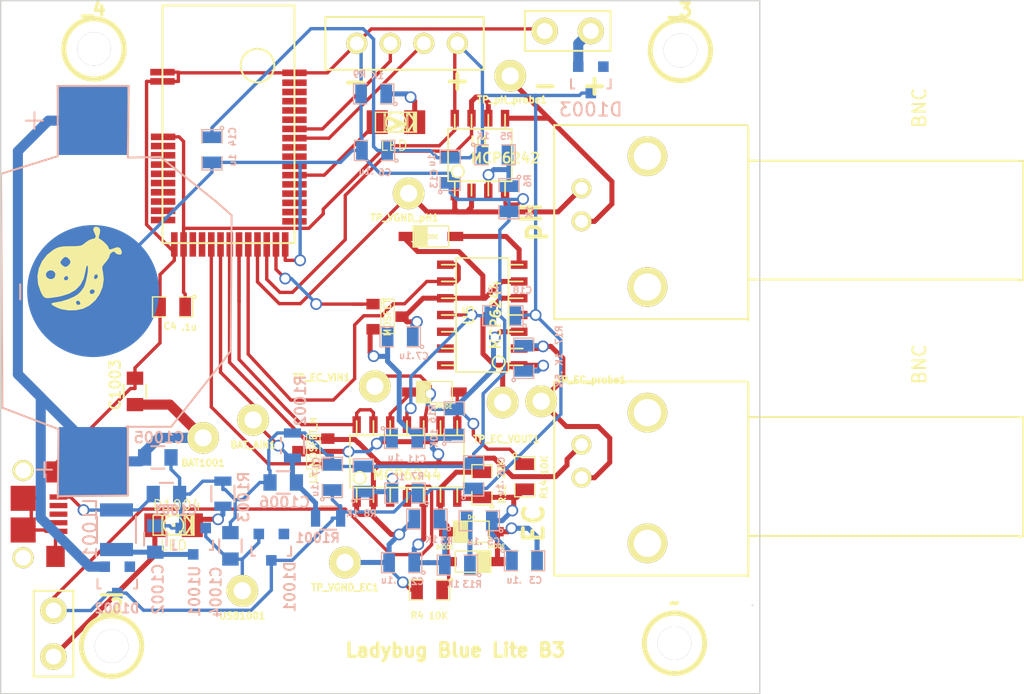
<source format=kicad_pcb>
(kicad_pcb (version 20171130) (host pcbnew "(5.1.12)-1")

  (general
    (thickness 1.6)
    (drawings 13)
    (tracks 713)
    (zones 0)
    (modules 71)
    (nets 64)
  )

  (page A3)
  (layers
    (0 F.Cu signal)
    (31 B.Cu signal)
    (32 B.Adhes user hide)
    (33 F.Adhes user hide)
    (34 B.Paste user hide)
    (35 F.Paste user hide)
    (36 B.SilkS user hide)
    (37 F.SilkS user hide)
    (38 B.Mask user hide)
    (39 F.Mask user hide)
    (40 Dwgs.User user hide)
    (41 Cmts.User user hide)
    (42 Eco1.User user hide)
    (43 Eco2.User user hide)
    (44 Edge.Cuts user)
    (48 B.Fab user hide)
    (49 F.Fab user hide)
  )

  (setup
    (last_trace_width 0.254)
    (user_trace_width 0.381)
    (user_trace_width 0.762)
    (trace_clearance 0.1524)
    (zone_clearance 0.254)
    (zone_45_only yes)
    (trace_min 0.1524)
    (via_size 0.889)
    (via_drill 0.635)
    (via_min_size 0.889)
    (via_min_drill 0.508)
    (uvia_size 0.508)
    (uvia_drill 0.127)
    (uvias_allowed no)
    (uvia_min_size 0.508)
    (uvia_min_drill 0.127)
    (edge_width 0.1)
    (segment_width 0.2)
    (pcb_text_width 0.3)
    (pcb_text_size 1.5 1.5)
    (mod_edge_width 0.15)
    (mod_text_size 0.8 0.8)
    (mod_text_width 0.15)
    (pad_size 2.54 2.54)
    (pad_drill 2.54)
    (pad_to_mask_clearance 0)
    (aux_axis_origin 0 0)
    (visible_elements 7FFFEE79)
    (pcbplotparams
      (layerselection 0x01430_80000001)
      (usegerberextensions true)
      (usegerberattributes true)
      (usegerberadvancedattributes true)
      (creategerberjobfile true)
      (excludeedgelayer true)
      (linewidth 0.150000)
      (plotframeref false)
      (viasonmask false)
      (mode 1)
      (useauxorigin false)
      (hpglpennumber 1)
      (hpglpenspeed 20)
      (hpglpendiameter 15.000000)
      (psnegative false)
      (psa4output false)
      (plotreference true)
      (plotvalue true)
      (plotinvisibletext false)
      (padsonsilk false)
      (subtractmaskfromsilk false)
      (outputformat 1)
      (mirror false)
      (drillshape 0)
      (scaleselection 1)
      (outputdirectory "Gerbers/B3/"))
  )

  (net 0 "")
  (net 1 /nRF51822/BAT_AIN)
  (net 2 "/nRF51822/BLE LED")
  (net 3 /nRF51822/EC_VIN_AIN)
  (net 4 /nRF51822/EC_VOUT_AIN)
  (net 5 /nRF51822/FET_VIN_pin)
  (net 6 /nRF51822/FET_VOUT_pin)
  (net 7 /nRF51822/SWCLK)
  (net 8 /nRF51822/SWD)
  (net 9 /nRF51822/VGND_EC)
  (net 10 /nRF51822/VGND_pH)
  (net 11 /nRF51822/pH_AIN)
  (net 12 /sensors/EC/AC/G1)
  (net 13 /sensors/EC/AC/W_Vin+)
  (net 14 /sensors/EC/AC/W_Vin-)
  (net 15 /sensors/EC/AC/W_Vout)
  (net 16 /sensors/EC/AC/f1)
  (net 17 /sensors/EC/Rectify/EC_VIN)
  (net 18 /sensors/EC/Rectify/R_VIN_-)
  (net 19 /sensors/EC/Rectify/R_VIN_out)
  (net 20 /sensors/EC/Rectify_VOUT/EC_VOUT)
  (net 21 /sensors/EC/Rectify_VOUT/R_VOUT_-)
  (net 22 /sensors/EC/Rectify_VOUT/R_VOUT_OUT)
  (net 23 /sensors/EC_ProbeIN)
  (net 24 /sensors/pH_ProbeIN)
  (net 25 GND)
  (net 26 /power/3V)
  (net 27 /power/5V)
  (net 28 /power/3V3)
  (net 29 "Net-(D3-Pad2)")
  (net 30 PWR)
  (net 31 "Net-(P1001-Pad2)")
  (net 32 "Net-(P1001-Pad3)")
  (net 33 "Net-(R5-Pad2)")
  (net 34 "Net-(R7-Pad2)")
  (net 35 "Net-(U2-Pad16)")
  (net 36 "Net-(U2-Pad15)")
  (net 37 "Net-(U2-Pad6)")
  (net 38 "Net-(U2-Pad7)")
  (net 39 "Net-(U2-Pad8)")
  (net 40 "Net-(U2-Pad9)")
  (net 41 "Net-(U2-Pad10)")
  (net 42 "Net-(U2-Pad11)")
  (net 43 "Net-(U2-Pad12)")
  (net 44 "Net-(U2-Pad41)")
  (net 45 "Net-(U2-Pad40)")
  (net 46 "Net-(U2-Pad39)")
  (net 47 "Net-(U2-Pad38)")
  (net 48 "Net-(U2-Pad37)")
  (net 49 "Net-(U2-Pad34)")
  (net 50 "Net-(U2-Pad33)")
  (net 51 "Net-(U2-Pad32)")
  (net 52 "Net-(U2-Pad30)")
  (net 53 "Net-(U2-Pad29)")
  (net 54 "Net-(U2-Pad28)")
  (net 55 "Net-(U2-Pad27)")
  (net 56 "Net-(U2-Pad26)")
  (net 57 "Net-(D1003-Pad1)")
  (net 58 /power/to_LED)
  (net 59 /power/from_LED)
  (net 60 /power/VCC)
  (net 61 "Net-(U2-Pad4)")
  (net 62 "Net-(U2-Pad5)")
  (net 63 "Net-(P1001-Pad4)")

  (net_class Default "This is the default net class."
    (clearance 0.1524)
    (trace_width 0.254)
    (via_dia 0.889)
    (via_drill 0.635)
    (uvia_dia 0.508)
    (uvia_drill 0.127)
    (add_net /nRF51822/BAT_AIN)
    (add_net "/nRF51822/BLE LED")
    (add_net /nRF51822/EC_VIN_AIN)
    (add_net /nRF51822/EC_VOUT_AIN)
    (add_net /nRF51822/FET_VIN_pin)
    (add_net /nRF51822/FET_VOUT_pin)
    (add_net /nRF51822/SWCLK)
    (add_net /nRF51822/SWD)
    (add_net /nRF51822/VGND_EC)
    (add_net /nRF51822/VGND_pH)
    (add_net /nRF51822/pH_AIN)
    (add_net /power/3V)
    (add_net /power/3V3)
    (add_net /power/5V)
    (add_net /power/VCC)
    (add_net /power/from_LED)
    (add_net /power/to_LED)
    (add_net /sensors/EC/AC/G1)
    (add_net /sensors/EC/AC/W_Vin+)
    (add_net /sensors/EC/AC/W_Vin-)
    (add_net /sensors/EC/AC/W_Vout)
    (add_net /sensors/EC/AC/f1)
    (add_net /sensors/EC/Rectify/EC_VIN)
    (add_net /sensors/EC/Rectify/R_VIN_-)
    (add_net /sensors/EC/Rectify/R_VIN_out)
    (add_net /sensors/EC/Rectify_VOUT/EC_VOUT)
    (add_net /sensors/EC/Rectify_VOUT/R_VOUT_-)
    (add_net /sensors/EC/Rectify_VOUT/R_VOUT_OUT)
    (add_net /sensors/EC_ProbeIN)
    (add_net /sensors/pH_ProbeIN)
    (add_net GND)
    (add_net "Net-(D1003-Pad1)")
    (add_net "Net-(D3-Pad2)")
    (add_net "Net-(P1001-Pad2)")
    (add_net "Net-(P1001-Pad3)")
    (add_net "Net-(P1001-Pad4)")
    (add_net "Net-(R5-Pad2)")
    (add_net "Net-(R7-Pad2)")
    (add_net "Net-(U2-Pad10)")
    (add_net "Net-(U2-Pad11)")
    (add_net "Net-(U2-Pad12)")
    (add_net "Net-(U2-Pad15)")
    (add_net "Net-(U2-Pad16)")
    (add_net "Net-(U2-Pad26)")
    (add_net "Net-(U2-Pad27)")
    (add_net "Net-(U2-Pad28)")
    (add_net "Net-(U2-Pad29)")
    (add_net "Net-(U2-Pad30)")
    (add_net "Net-(U2-Pad32)")
    (add_net "Net-(U2-Pad33)")
    (add_net "Net-(U2-Pad34)")
    (add_net "Net-(U2-Pad37)")
    (add_net "Net-(U2-Pad38)")
    (add_net "Net-(U2-Pad39)")
    (add_net "Net-(U2-Pad4)")
    (add_net "Net-(U2-Pad40)")
    (add_net "Net-(U2-Pad41)")
    (add_net "Net-(U2-Pad5)")
    (add_net "Net-(U2-Pad6)")
    (add_net "Net-(U2-Pad7)")
    (add_net "Net-(U2-Pad8)")
    (add_net "Net-(U2-Pad9)")
    (add_net PWR)
  )

  (module Capacitors_SMD:C_0805 (layer B.Cu) (tedit 7FFFFFFF) (tstamp 56941DED)
    (at 141.4 186.5 180)
    (descr "Capacitor SMD 0805, reflow soldering, AVX (see smccp.pdf)")
    (tags "capacitor 0805")
    (path /55BE2CDA/55BE2DE7)
    (attr smd)
    (fp_text reference C1006 (at -0.1 -1.5 180) (layer B.SilkS)
      (effects (font (size 0.8 0.8) (thickness 0.15)) (justify mirror))
    )
    (fp_text value 47n (at 1 1.3 180) (layer B.Fab)
      (effects (font (size 0.8 0.8) (thickness 0.15)) (justify mirror))
    )
    (fp_line (start -0.5 -0.85) (end 0.5 -0.85) (layer B.SilkS) (width 0.15))
    (fp_line (start 0.5 0.85) (end -0.5 0.85) (layer B.SilkS) (width 0.15))
    (fp_line (start 1.8 1) (end 1.8 -1) (layer B.CrtYd) (width 0.05))
    (fp_line (start -1.8 1) (end -1.8 -1) (layer B.CrtYd) (width 0.05))
    (fp_line (start -1.8 -1) (end 1.8 -1) (layer B.CrtYd) (width 0.05))
    (fp_line (start -1.8 1) (end 1.8 1) (layer B.CrtYd) (width 0.05))
    (pad 1 smd rect (at -1 0 180) (size 1 1.25) (layers B.Cu B.Paste B.Mask)
      (net 1 /nRF51822/BAT_AIN))
    (pad 2 smd rect (at 1 0 180) (size 1 1.25) (layers B.Cu B.Paste B.Mask)
      (net 25 GND))
    (model Capacitors_SMD.3dshapes/C_0805.wrl
      (at (xyz 0 0 0))
      (scale (xyz 1 1 1))
      (rotate (xyz 0 0 0))
    )
  )

  (module TO_SOT_Packages_SMD:SOT-23 (layer B.Cu) (tedit 7FFFFFFF) (tstamp 5)
    (at 134.58 190.95)
    (descr "SOT-23, Standard")
    (tags SOT-23)
    (path /55BE2CDA/569272D3)
    (attr smd)
    (fp_text reference U1001 (at 0.1 3.8 90) (layer B.SilkS)
      (effects (font (size 0.8 0.8) (thickness 0.15)) (justify mirror))
    )
    (fp_text value MCP1700 (at 0 0) (layer B.Fab)
      (effects (font (size 0.5 0.5) (thickness 0.125)) (justify mirror))
    )
    (fp_line (start 1.49982 0.65024) (end 1.49982 -0.0508) (layer B.SilkS) (width 0.15))
    (fp_line (start 1.29916 0.65024) (end 1.49982 0.65024) (layer B.SilkS) (width 0.15))
    (fp_line (start -1.49982 0.65024) (end -1.2509 0.65024) (layer B.SilkS) (width 0.15))
    (fp_line (start -1.49982 -0.0508) (end -1.49982 0.65024) (layer B.SilkS) (width 0.15))
    (fp_line (start 1.29916 0.65024) (end 1.2509 0.65024) (layer B.SilkS) (width 0.15))
    (fp_line (start -1.65 -1.6) (end -1.65 1.6) (layer B.CrtYd) (width 0.05))
    (fp_line (start 1.65 -1.6) (end -1.65 -1.6) (layer B.CrtYd) (width 0.05))
    (fp_line (start 1.65 1.6) (end 1.65 -1.6) (layer B.CrtYd) (width 0.05))
    (fp_line (start -1.65 1.6) (end 1.65 1.6) (layer B.CrtYd) (width 0.05))
    (pad 1 smd rect (at -0.95 -1.00076) (size 0.8001 0.8001) (layers B.Cu B.Paste B.Mask)
      (net 25 GND))
    (pad 2 smd rect (at 0.95 -1.00076) (size 0.8001 0.8001) (layers B.Cu B.Paste B.Mask)
      (net 28 /power/3V3))
    (pad 3 smd rect (at 0 0.99822) (size 0.8001 0.8001) (layers B.Cu B.Paste B.Mask)
      (net 27 /power/5V))
    (model TO_SOT_Packages_SMD.3dshapes/SOT-23.wrl
      (at (xyz 0 0 0))
      (scale (xyz 1 1 1))
      (rotate (xyz 0 0 0))
    )
  )

  (module LB_BNC (layer F.Cu) (tedit 55FFC4C0) (tstamp 55BE65B2)
    (at 164 186.139 90)
    (path /55B7E0EC)
    (fp_text reference P5 (at -3.2 -1.8 90) (layer F.SilkS) hide
      (effects (font (size 1 1) (thickness 0.15)))
    )
    (fp_text value BNC (at 8.6 25.6 90) (layer F.SilkS)
      (effects (font (size 1 1) (thickness 0.15)))
    )
    (fp_line (start -7.4095 12.5283) (end -7.4095 -2.0717) (layer F.SilkS) (width 0.15))
    (fp_line (start 7.1905 12.6283) (end -7.5095 12.6283) (layer F.SilkS) (width 0.15))
    (fp_line (start 7.2905 -2.0717) (end 7.2905 12.5283) (layer F.SilkS) (width 0.15))
    (fp_line (start -7.4095 -2.0717) (end 7.2905 -2.0717) (layer F.SilkS) (width 0.15))
    (fp_line (start 4.5905 33.0283) (end 4.5905 13.0283) (layer F.SilkS) (width 0.15))
    (fp_line (start -4.4095 12.8283) (end -4.4095 33.1283) (layer F.SilkS) (width 0.15))
    (fp_line (start 4.5905 13.3283) (end 4.5905 12.7283) (layer F.SilkS) (width 0.15))
    (fp_line (start 4.5905 13.0283) (end 4.5905 12.6283) (layer F.SilkS) (width 0.15))
    (fp_line (start -4.4095 13.2283) (end -4.4095 12.6283) (layer F.SilkS) (width 0.15))
    (fp_line (start -4.4095 33.46358) (end 4.5905 33.46358) (layer F.SilkS) (width 0.15))
    (fp_line (start 4.572 33.1089) (end 4.572 33.4137) (layer F.SilkS) (width 0.15))
    (fp_line (start 4.572 33.1851) (end 4.572 33.1089) (layer F.SilkS) (width 0.15))
    (fp_line (start -4.4704 33.1089) (end -4.445 33.1343) (layer F.SilkS) (width 0.15))
    (fp_line (start -4.445 33.4137) (end -4.4704 33.1089) (layer F.SilkS) (width 0.15))
    (pad 1 thru_hole circle (at 0 0 90) (size 1.5 1.5) (drill 0.98) (layers *.Cu *.Mask F.SilkS)
      (net 23 /sensors/EC_ProbeIN))
    (pad 2 thru_hole circle (at 2.5 0 90) (size 1.5 1.5) (drill 0.97) (layers *.Cu *.Mask F.SilkS)
      (net 9 /nRF51822/VGND_EC))
    (pad 4 thru_hole circle (at 4.9284 4.99144 90) (size 3 3) (drill 2.06) (layers *.Cu *.Mask F.SilkS))
    (pad 3 thru_hole circle (at -4.9716 4.99144 90) (size 3 3) (drill 2.06) (layers *.Cu *.Mask F.SilkS))
  )

  (module LB_BNC (layer F.Cu) (tedit 55FFC3B8) (tstamp 55BE65C8)
    (at 164 166.718 90)
    (path /55B7E0DF)
    (fp_text reference P4 (at -3.2 -1.8 90) (layer F.SilkS) hide
      (effects (font (size 1 1) (thickness 0.15)))
    )
    (fp_text value BNC (at 8.6 25.6 90) (layer F.SilkS)
      (effects (font (size 1 1) (thickness 0.15)))
    )
    (fp_line (start -7.4095 12.5283) (end -7.4095 -2.0717) (layer F.SilkS) (width 0.15))
    (fp_line (start 7.1905 12.6283) (end -7.5095 12.6283) (layer F.SilkS) (width 0.15))
    (fp_line (start 7.2905 -2.0717) (end 7.2905 12.5283) (layer F.SilkS) (width 0.15))
    (fp_line (start -7.4095 -2.0717) (end 7.2905 -2.0717) (layer F.SilkS) (width 0.15))
    (fp_line (start 4.5905 33.0283) (end 4.5905 13.0283) (layer F.SilkS) (width 0.15))
    (fp_line (start -4.4095 12.8283) (end -4.4095 33.1283) (layer F.SilkS) (width 0.15))
    (fp_line (start 4.5905 13.3283) (end 4.5905 12.7283) (layer F.SilkS) (width 0.15))
    (fp_line (start 4.5905 13.0283) (end 4.5905 12.6283) (layer F.SilkS) (width 0.15))
    (fp_line (start -4.4095 13.2283) (end -4.4095 12.6283) (layer F.SilkS) (width 0.15))
    (fp_line (start -4.4095 33.46358) (end 4.5905 33.46358) (layer F.SilkS) (width 0.15))
    (fp_line (start 4.572 33.1089) (end 4.572 33.4137) (layer F.SilkS) (width 0.15))
    (fp_line (start 4.572 33.1851) (end 4.572 33.1089) (layer F.SilkS) (width 0.15))
    (fp_line (start -4.4704 33.1089) (end -4.445 33.1343) (layer F.SilkS) (width 0.15))
    (fp_line (start -4.445 33.4137) (end -4.4704 33.1089) (layer F.SilkS) (width 0.15))
    (pad 1 thru_hole circle (at 0 0 90) (size 1.5 1.5) (drill 0.98) (layers *.Cu *.Mask F.SilkS)
      (net 24 /sensors/pH_ProbeIN))
    (pad 2 thru_hole circle (at 2.5 0 90) (size 1.5 1.5) (drill 0.97) (layers *.Cu *.Mask F.SilkS)
      (net 10 /nRF51822/VGND_pH))
    (pad 4 thru_hole circle (at 4.9284 4.99144 90) (size 3 3) (drill 2.06) (layers *.Cu *.Mask F.SilkS))
    (pad 3 thru_hole circle (at -4.9716 4.99144 90) (size 3 3) (drill 2.06) (layers *.Cu *.Mask F.SilkS))
  )

  (module SOD-123 (layer F.Cu) (tedit 55FFC53C) (tstamp 55C52160)
    (at 152.588 167.861 180)
    (path /55B65405/55940F46/55B7E5A7/54C7CC9B)
    (fp_text reference D7 (at 0 1.09982 180) (layer F.SilkS) hide
      (effects (font (size 0.29972 0.29972) (thickness 0.07493)))
    )
    (fp_text value DIODE (at 0.09398 -0.03302 180) (layer F.SilkS)
      (effects (font (size 0.29972 0.29972) (thickness 0.0762)))
    )
    (fp_line (start -1.34874 0.8001) (end -1.34874 -0.8001) (layer F.SilkS) (width 0.09906))
    (fp_line (start 1.34874 0.8001) (end -1.34874 0.8001) (layer F.SilkS) (width 0.09906))
    (fp_line (start 1.34874 -0.8001) (end 1.34874 0.8001) (layer F.SilkS) (width 0.09906))
    (fp_line (start -1.34874 -0.8001) (end 1.34874 -0.8001) (layer F.SilkS) (width 0.09906))
    (fp_line (start 0.8001 -0.8001) (end 0.8001 0.8001) (layer F.SilkS) (width 0.09906))
    (fp_line (start 0.89916 0.8001) (end 0.89916 -0.8001) (layer F.SilkS) (width 0.09906))
    (fp_line (start 1.00076 -0.8001) (end 1.00076 0.8001) (layer F.SilkS) (width 0.09906))
    (fp_line (start 1.09982 0.8001) (end 1.09982 -0.8001) (layer F.SilkS) (width 0.09906))
    (fp_line (start 1.19888 0.8001) (end 1.19888 -0.8001) (layer F.SilkS) (width 0.09906))
    (fp_line (start 1.30048 -0.8001) (end 1.30048 0.7493) (layer F.SilkS) (width 0.09906))
    (fp_line (start 0.70104 0.8001) (end 0.70104 -0.8001) (layer F.SilkS) (width 0.09906))
    (fp_line (start 0.59944 -0.8001) (end 0.59944 0.8001) (layer F.SilkS) (width 0.09906))
    (fp_line (start 0.50038 0.8001) (end 0.50038 -0.8001) (layer F.SilkS) (width 0.09906))
    (fp_line (start 0.39878 -0.8001) (end 0.39878 0.8001) (layer F.SilkS) (width 0.09906))
    (fp_line (start 0.29972 -0.8001) (end 0.29972 0.8001) (layer F.SilkS) (width 0.09906))
    (pad 1 smd rect (at -1.84912 0 180) (size 1.19888 0.70104) (layers F.Cu F.Paste F.Mask)
      (net 22 /sensors/EC/Rectify_VOUT/R_VOUT_OUT) (clearance 0.14986))
    (pad 2 smd rect (at 1.84912 0 180) (size 1.19888 0.70104) (layers F.Cu F.Paste F.Mask)
      (net 21 /sensors/EC/Rectify_VOUT/R_VOUT_-) (clearance 0.14986))
  )

  (module SOD-123 (layer F.Cu) (tedit 55FFC557) (tstamp 55C52175)
    (at 152.855 179.649 180)
    (path /55B65405/55940F46/54C7AF06/55B7F36B)
    (fp_text reference D2 (at 0 1.09982 180) (layer F.SilkS) hide
      (effects (font (size 0.29972 0.29972) (thickness 0.07493)))
    )
    (fp_text value DIODE (at -0.70104 -1.09982 180) (layer F.SilkS)
      (effects (font (size 0.29972 0.29972) (thickness 0.0762)))
    )
    (fp_line (start -1.34874 0.8001) (end -1.34874 -0.8001) (layer F.SilkS) (width 0.09906))
    (fp_line (start 1.34874 0.8001) (end -1.34874 0.8001) (layer F.SilkS) (width 0.09906))
    (fp_line (start 1.34874 -0.8001) (end 1.34874 0.8001) (layer F.SilkS) (width 0.09906))
    (fp_line (start -1.34874 -0.8001) (end 1.34874 -0.8001) (layer F.SilkS) (width 0.09906))
    (fp_line (start 0.8001 -0.8001) (end 0.8001 0.8001) (layer F.SilkS) (width 0.09906))
    (fp_line (start 0.89916 0.8001) (end 0.89916 -0.8001) (layer F.SilkS) (width 0.09906))
    (fp_line (start 1.00076 -0.8001) (end 1.00076 0.8001) (layer F.SilkS) (width 0.09906))
    (fp_line (start 1.09982 0.8001) (end 1.09982 -0.8001) (layer F.SilkS) (width 0.09906))
    (fp_line (start 1.19888 0.8001) (end 1.19888 -0.8001) (layer F.SilkS) (width 0.09906))
    (fp_line (start 1.30048 -0.8001) (end 1.30048 0.7493) (layer F.SilkS) (width 0.09906))
    (fp_line (start 0.70104 0.8001) (end 0.70104 -0.8001) (layer F.SilkS) (width 0.09906))
    (fp_line (start 0.59944 -0.8001) (end 0.59944 0.8001) (layer F.SilkS) (width 0.09906))
    (fp_line (start 0.50038 0.8001) (end 0.50038 -0.8001) (layer F.SilkS) (width 0.09906))
    (fp_line (start 0.39878 -0.8001) (end 0.39878 0.8001) (layer F.SilkS) (width 0.09906))
    (fp_line (start 0.29972 -0.8001) (end 0.29972 0.8001) (layer F.SilkS) (width 0.09906))
    (pad 1 smd rect (at -1.84912 0 180) (size 1.19888 0.70104) (layers F.Cu F.Paste F.Mask)
      (net 19 /sensors/EC/Rectify/R_VIN_out) (clearance 0.14986))
    (pad 2 smd rect (at 1.84912 0 180) (size 1.19888 0.70104) (layers F.Cu F.Paste F.Mask)
      (net 18 /sensors/EC/Rectify/R_VIN_-) (clearance 0.14986))
  )

  (module SOD-123 (layer F.Cu) (tedit 55FFC501) (tstamp 55C5218A)
    (at 155.654 190.231 180)
    (path /55B65405/55940F46/54C79A3D/54C79AD0)
    (fp_text reference D4 (at 0 1.09982 180) (layer F.SilkS)
      (effects (font (size 0.29972 0.29972) (thickness 0.0762)))
    )
    (fp_text value DIODE (at -1.905 -1.09728 180) (layer F.SilkS)
      (effects (font (size 0.29972 0.29972) (thickness 0.0762)))
    )
    (fp_line (start -1.34874 0.8001) (end -1.34874 -0.8001) (layer F.SilkS) (width 0.09906))
    (fp_line (start 1.34874 0.8001) (end -1.34874 0.8001) (layer F.SilkS) (width 0.09906))
    (fp_line (start 1.34874 -0.8001) (end 1.34874 0.8001) (layer F.SilkS) (width 0.09906))
    (fp_line (start -1.34874 -0.8001) (end 1.34874 -0.8001) (layer F.SilkS) (width 0.09906))
    (fp_line (start 0.8001 -0.8001) (end 0.8001 0.8001) (layer F.SilkS) (width 0.09906))
    (fp_line (start 0.89916 0.8001) (end 0.89916 -0.8001) (layer F.SilkS) (width 0.09906))
    (fp_line (start 1.00076 -0.8001) (end 1.00076 0.8001) (layer F.SilkS) (width 0.09906))
    (fp_line (start 1.09982 0.8001) (end 1.09982 -0.8001) (layer F.SilkS) (width 0.09906))
    (fp_line (start 1.19888 0.8001) (end 1.19888 -0.8001) (layer F.SilkS) (width 0.09906))
    (fp_line (start 1.30048 -0.8001) (end 1.30048 0.7493) (layer F.SilkS) (width 0.09906))
    (fp_line (start 0.70104 0.8001) (end 0.70104 -0.8001) (layer F.SilkS) (width 0.09906))
    (fp_line (start 0.59944 -0.8001) (end 0.59944 0.8001) (layer F.SilkS) (width 0.09906))
    (fp_line (start 0.50038 0.8001) (end 0.50038 -0.8001) (layer F.SilkS) (width 0.09906))
    (fp_line (start 0.39878 -0.8001) (end 0.39878 0.8001) (layer F.SilkS) (width 0.09906))
    (fp_line (start 0.29972 -0.8001) (end 0.29972 0.8001) (layer F.SilkS) (width 0.09906))
    (pad 1 smd rect (at -1.84912 0 180) (size 1.19888 0.70104) (layers F.Cu F.Paste F.Mask)
      (net 12 /sensors/EC/AC/G1) (clearance 0.14986))
    (pad 2 smd rect (at 1.84912 0 180) (size 1.19888 0.70104) (layers F.Cu F.Paste F.Mask)
      (net 14 /sensors/EC/AC/W_Vin-) (clearance 0.14986))
  )

  (module SOD-123 (layer F.Cu) (tedit 55FFC4FD) (tstamp 55C5219F)
    (at 155.781 192.494)
    (path /55B65405/55940F46/54C79A3D/54C79AD6)
    (fp_text reference D6 (at 0 1.09982) (layer F.SilkS) hide
      (effects (font (size 0.29972 0.29972) (thickness 0.07493)))
    )
    (fp_text value DIODE (at -2.1336 -1.08458) (layer F.SilkS)
      (effects (font (size 0.29972 0.29972) (thickness 0.0762)))
    )
    (fp_line (start -1.34874 0.8001) (end -1.34874 -0.8001) (layer F.SilkS) (width 0.09906))
    (fp_line (start 1.34874 0.8001) (end -1.34874 0.8001) (layer F.SilkS) (width 0.09906))
    (fp_line (start 1.34874 -0.8001) (end 1.34874 0.8001) (layer F.SilkS) (width 0.09906))
    (fp_line (start -1.34874 -0.8001) (end 1.34874 -0.8001) (layer F.SilkS) (width 0.09906))
    (fp_line (start 0.8001 -0.8001) (end 0.8001 0.8001) (layer F.SilkS) (width 0.09906))
    (fp_line (start 0.89916 0.8001) (end 0.89916 -0.8001) (layer F.SilkS) (width 0.09906))
    (fp_line (start 1.00076 -0.8001) (end 1.00076 0.8001) (layer F.SilkS) (width 0.09906))
    (fp_line (start 1.09982 0.8001) (end 1.09982 -0.8001) (layer F.SilkS) (width 0.09906))
    (fp_line (start 1.19888 0.8001) (end 1.19888 -0.8001) (layer F.SilkS) (width 0.09906))
    (fp_line (start 1.30048 -0.8001) (end 1.30048 0.7493) (layer F.SilkS) (width 0.09906))
    (fp_line (start 0.70104 0.8001) (end 0.70104 -0.8001) (layer F.SilkS) (width 0.09906))
    (fp_line (start 0.59944 -0.8001) (end 0.59944 0.8001) (layer F.SilkS) (width 0.09906))
    (fp_line (start 0.50038 0.8001) (end 0.50038 -0.8001) (layer F.SilkS) (width 0.09906))
    (fp_line (start 0.39878 -0.8001) (end 0.39878 0.8001) (layer F.SilkS) (width 0.09906))
    (fp_line (start 0.29972 -0.8001) (end 0.29972 0.8001) (layer F.SilkS) (width 0.09906))
    (pad 1 smd rect (at -1.84912 0) (size 1.19888 0.70104) (layers F.Cu F.Paste F.Mask)
      (net 14 /sensors/EC/AC/W_Vin-) (clearance 0.14986))
    (pad 2 smd rect (at 1.84912 0) (size 1.19888 0.70104) (layers F.Cu F.Paste F.Mask)
      (net 12 /sensors/EC/AC/G1) (clearance 0.14986))
  )

  (module SM0805 (layer F.Cu) (tedit 55FFC50B) (tstamp 55C521C5)
    (at 156.454 186.675 90)
    (path /55B65405/55940F46/54C79A3D/54C79B28)
    (attr smd)
    (fp_text reference R12 (at -0.6985 1.55702 90) (layer F.SilkS)
      (effects (font (size 0.50038 0.50038) (thickness 0.10922)))
    )
    (fp_text value 22K (at 1.19634 1.47574 90) (layer F.SilkS)
      (effects (font (size 0.50038 0.50038) (thickness 0.10922)))
    )
    (fp_line (start 1.524 0.762) (end 0.508 0.762) (layer F.SilkS) (width 0.09906))
    (fp_line (start 1.524 -0.762) (end 1.524 0.762) (layer F.SilkS) (width 0.09906))
    (fp_line (start 0.508 -0.762) (end 1.524 -0.762) (layer F.SilkS) (width 0.09906))
    (fp_line (start -1.524 -0.762) (end -0.508 -0.762) (layer F.SilkS) (width 0.09906))
    (fp_line (start -1.524 0.762) (end -1.524 -0.762) (layer F.SilkS) (width 0.09906))
    (fp_line (start -0.508 0.762) (end -1.524 0.762) (layer F.SilkS) (width 0.09906))
    (fp_circle (center -1.651 0.762) (end -1.651 0.635) (layer F.SilkS) (width 0.09906))
    (pad 1 smd rect (at -0.9525 0 90) (size 0.889 1.397) (layers F.Cu F.Paste F.Mask)
      (net 15 /sensors/EC/AC/W_Vout))
    (pad 2 smd rect (at 0.9525 0 90) (size 0.889 1.397) (layers F.Cu F.Paste F.Mask)
      (net 14 /sensors/EC/AC/W_Vin-))
    (model smd/chip_cms.wrl
      (at (xyz 0 0 0))
      (scale (xyz 0.1 0.1 0.1))
      (rotate (xyz 0 0 0))
    )
  )

  (module SM0805 (layer B.Cu) (tedit 55FF0417) (tstamp 55C521D2)
    (at 150.373 192.573 180)
    (path /55B65405/55940F46/54C79A3D/54C79AC4)
    (attr smd)
    (fp_text reference C2 (at -1.20142 -1.42494 180) (layer B.SilkS)
      (effects (font (size 0.50038 0.50038) (thickness 0.10922)) (justify mirror))
    )
    (fp_text value .1u (at 0.98552 -1.31826 180) (layer B.SilkS)
      (effects (font (size 0.50038 0.50038) (thickness 0.10922)) (justify mirror))
    )
    (fp_line (start 1.524 -0.762) (end 0.508 -0.762) (layer B.SilkS) (width 0.09906))
    (fp_line (start 1.524 0.762) (end 1.524 -0.762) (layer B.SilkS) (width 0.09906))
    (fp_line (start 0.508 0.762) (end 1.524 0.762) (layer B.SilkS) (width 0.09906))
    (fp_line (start -1.524 0.762) (end -0.508 0.762) (layer B.SilkS) (width 0.09906))
    (fp_line (start -1.524 -0.762) (end -1.524 0.762) (layer B.SilkS) (width 0.09906))
    (fp_line (start -0.508 -0.762) (end -1.524 -0.762) (layer B.SilkS) (width 0.09906))
    (fp_circle (center -1.651 -0.762) (end -1.651 -0.635) (layer B.SilkS) (width 0.09906))
    (pad 1 smd rect (at -0.9525 0 180) (size 0.889 1.397) (layers B.Cu B.Paste B.Mask)
      (net 13 /sensors/EC/AC/W_Vin+))
    (pad 2 smd rect (at 0.9525 0 180) (size 0.889 1.397) (layers B.Cu B.Paste B.Mask)
      (net 9 /nRF51822/VGND_EC))
    (model smd/chip_cms.wrl
      (at (xyz 0 0 0))
      (scale (xyz 0.1 0.1 0.1))
      (rotate (xyz 0 0 0))
    )
  )

  (module SM0805 (layer B.Cu) (tedit 55FF042E) (tstamp 55C521DF)
    (at 159.677 192.425)
    (path /55B65405/55940F46/54C79A3D/54C79ACA)
    (attr smd)
    (fp_text reference C3 (at 0.84074 1.48336) (layer B.SilkS)
      (effects (font (size 0.50038 0.50038) (thickness 0.10922)) (justify mirror))
    )
    (fp_text value .1u (at -0.77724 1.46558) (layer B.SilkS)
      (effects (font (size 0.50038 0.50038) (thickness 0.10922)) (justify mirror))
    )
    (fp_line (start 1.524 -0.762) (end 0.508 -0.762) (layer B.SilkS) (width 0.09906))
    (fp_line (start 1.524 0.762) (end 1.524 -0.762) (layer B.SilkS) (width 0.09906))
    (fp_line (start 0.508 0.762) (end 1.524 0.762) (layer B.SilkS) (width 0.09906))
    (fp_line (start -1.524 0.762) (end -0.508 0.762) (layer B.SilkS) (width 0.09906))
    (fp_line (start -1.524 -0.762) (end -1.524 0.762) (layer B.SilkS) (width 0.09906))
    (fp_line (start -0.508 -0.762) (end -1.524 -0.762) (layer B.SilkS) (width 0.09906))
    (fp_circle (center -1.651 -0.762) (end -1.651 -0.635) (layer B.SilkS) (width 0.09906))
    (pad 1 smd rect (at -0.9525 0) (size 0.889 1.397) (layers B.Cu B.Paste B.Mask)
      (net 15 /sensors/EC/AC/W_Vout))
    (pad 2 smd rect (at 0.9525 0) (size 0.889 1.397) (layers B.Cu B.Paste B.Mask)
      (net 12 /sensors/EC/AC/G1))
    (model smd/chip_cms.wrl
      (at (xyz 0 0 0))
      (scale (xyz 0.1 0.1 0.1))
      (rotate (xyz 0 0 0))
    )
  )

  (module SM0805 (layer B.Cu) (tedit 55FF0439) (tstamp 55C521EC)
    (at 156.251 189.393 180)
    (path /55B65405/55940F46/54C79A3D/54C79ADC)
    (attr smd)
    (fp_text reference C5 (at -1.08458 -1.58242 180) (layer B.SilkS)
      (effects (font (size 0.50038 0.50038) (thickness 0.10922)) (justify mirror))
    )
    (fp_text value .1u (at 0.33782 -1.56464 180) (layer B.SilkS)
      (effects (font (size 0.50038 0.50038) (thickness 0.10922)) (justify mirror))
    )
    (fp_line (start 1.524 -0.762) (end 0.508 -0.762) (layer B.SilkS) (width 0.09906))
    (fp_line (start 1.524 0.762) (end 1.524 -0.762) (layer B.SilkS) (width 0.09906))
    (fp_line (start 0.508 0.762) (end 1.524 0.762) (layer B.SilkS) (width 0.09906))
    (fp_line (start -1.524 0.762) (end -0.508 0.762) (layer B.SilkS) (width 0.09906))
    (fp_line (start -1.524 -0.762) (end -1.524 0.762) (layer B.SilkS) (width 0.09906))
    (fp_line (start -0.508 -0.762) (end -1.524 -0.762) (layer B.SilkS) (width 0.09906))
    (fp_circle (center -1.651 -0.762) (end -1.651 -0.635) (layer B.SilkS) (width 0.09906))
    (pad 1 smd rect (at -0.9525 0 180) (size 0.889 1.397) (layers B.Cu B.Paste B.Mask)
      (net 15 /sensors/EC/AC/W_Vout))
    (pad 2 smd rect (at 0.9525 0 180) (size 0.889 1.397) (layers B.Cu B.Paste B.Mask)
      (net 16 /sensors/EC/AC/f1))
    (model smd/chip_cms.wrl
      (at (xyz 0 0 0))
      (scale (xyz 0.1 0.1 0.1))
      (rotate (xyz 0 0 0))
    )
  )

  (module SM0805 (layer B.Cu) (tedit 55FF0423) (tstamp 55C521F9)
    (at 154.592 192.756 180)
    (path /55B65405/55940F46/54C79A3D/54C79AE2)
    (attr smd)
    (fp_text reference R13 (at -1.12522 -1.45542 180) (layer B.SilkS)
      (effects (font (size 0.50038 0.50038) (thickness 0.10922)) (justify mirror))
    )
    (fp_text value 1K (at 0.31496 -1.43764 180) (layer B.SilkS)
      (effects (font (size 0.50038 0.50038) (thickness 0.10922)) (justify mirror))
    )
    (fp_line (start 1.524 -0.762) (end 0.508 -0.762) (layer B.SilkS) (width 0.09906))
    (fp_line (start 1.524 0.762) (end 1.524 -0.762) (layer B.SilkS) (width 0.09906))
    (fp_line (start 0.508 0.762) (end 1.524 0.762) (layer B.SilkS) (width 0.09906))
    (fp_line (start -1.524 0.762) (end -0.508 0.762) (layer B.SilkS) (width 0.09906))
    (fp_line (start -1.524 -0.762) (end -1.524 0.762) (layer B.SilkS) (width 0.09906))
    (fp_line (start -0.508 -0.762) (end -1.524 -0.762) (layer B.SilkS) (width 0.09906))
    (fp_circle (center -1.651 -0.762) (end -1.651 -0.635) (layer B.SilkS) (width 0.09906))
    (pad 1 smd rect (at -0.9525 0 180) (size 0.889 1.397) (layers B.Cu B.Paste B.Mask)
      (net 16 /sensors/EC/AC/f1))
    (pad 2 smd rect (at 0.9525 0 180) (size 0.889 1.397) (layers B.Cu B.Paste B.Mask)
      (net 13 /sensors/EC/AC/W_Vin+))
    (model smd/chip_cms.wrl
      (at (xyz 0 0 0))
      (scale (xyz 0.1 0.1 0.1))
      (rotate (xyz 0 0 0))
    )
  )

  (module SM0805 (layer F.Cu) (tedit 56199FF4) (tstamp 55C52206)
    (at 159.7 186.065 270)
    (path /55B65405/55940F46/54C79A3D/54C79AE8)
    (attr smd)
    (fp_text reference R14 (at 0.94488 -1.44018 270) (layer F.SilkS)
      (effects (font (size 0.50038 0.50038) (thickness 0.10922)))
    )
    (fp_text value 10K (at -0.85344 -1.49352 270) (layer F.SilkS)
      (effects (font (size 0.50038 0.50038) (thickness 0.10922)))
    )
    (fp_line (start 1.524 0.762) (end 0.508 0.762) (layer F.SilkS) (width 0.09906))
    (fp_line (start 1.524 -0.762) (end 1.524 0.762) (layer F.SilkS) (width 0.09906))
    (fp_line (start 0.508 -0.762) (end 1.524 -0.762) (layer F.SilkS) (width 0.09906))
    (fp_line (start -1.524 -0.762) (end -0.508 -0.762) (layer F.SilkS) (width 0.09906))
    (fp_line (start -1.524 0.762) (end -1.524 -0.762) (layer F.SilkS) (width 0.09906))
    (fp_line (start -0.508 0.762) (end -1.524 0.762) (layer F.SilkS) (width 0.09906))
    (fp_circle (center -1.651 0.762) (end -1.651 0.635) (layer F.SilkS) (width 0.09906))
    (pad 1 smd rect (at -0.9525 0 270) (size 0.889 1.397) (layers F.Cu F.Paste F.Mask)
      (net 17 /sensors/EC/Rectify/EC_VIN))
    (pad 2 smd rect (at 0.9525 0 270) (size 0.889 1.397) (layers F.Cu F.Paste F.Mask)
      (net 15 /sensors/EC/AC/W_Vout))
    (model smd/chip_cms.wrl
      (at (xyz 0 0 0))
      (scale (xyz 0.1 0.1 0.1))
      (rotate (xyz 0 0 0))
    )
  )

  (module SM0805 (layer F.Cu) (tedit 55FFC4B8) (tstamp 55C52213)
    (at 152.489 194.643 180)
    (path /55B65405/55940F46/54C79A3D/54C79ABE)
    (attr smd)
    (fp_text reference R4 (at 0.94234 -1.91516 180) (layer F.SilkS)
      (effects (font (size 0.50038 0.50038) (thickness 0.10922)))
    )
    (fp_text value 10K (at -0.66294 -1.9558 180) (layer F.SilkS)
      (effects (font (size 0.50038 0.50038) (thickness 0.10922)))
    )
    (fp_line (start 1.524 0.762) (end 0.508 0.762) (layer F.SilkS) (width 0.09906))
    (fp_line (start 1.524 -0.762) (end 1.524 0.762) (layer F.SilkS) (width 0.09906))
    (fp_line (start 0.508 -0.762) (end 1.524 -0.762) (layer F.SilkS) (width 0.09906))
    (fp_line (start -1.524 -0.762) (end -0.508 -0.762) (layer F.SilkS) (width 0.09906))
    (fp_line (start -1.524 0.762) (end -1.524 -0.762) (layer F.SilkS) (width 0.09906))
    (fp_line (start -0.508 0.762) (end -1.524 0.762) (layer F.SilkS) (width 0.09906))
    (fp_circle (center -1.651 0.762) (end -1.651 0.635) (layer F.SilkS) (width 0.09906))
    (pad 1 smd rect (at -0.9525 0 180) (size 0.889 1.397) (layers F.Cu F.Paste F.Mask)
      (net 14 /sensors/EC/AC/W_Vin-))
    (pad 2 smd rect (at 0.9525 0 180) (size 0.889 1.397) (layers F.Cu F.Paste F.Mask)
      (net 9 /nRF51822/VGND_EC))
    (model smd/chip_cms.wrl
      (at (xyz 0 0 0))
      (scale (xyz 0.1 0.1 0.1))
      (rotate (xyz 0 0 0))
    )
  )

  (module SM0805 (layer B.Cu) (tedit 55FFC333) (tstamp 55C52220)
    (at 154.356 181.915 90)
    (path /55B65405/55940F46/54C79A3D/54C79B2E)
    (attr smd)
    (fp_text reference R16 (at 0.61976 -1.6637 90) (layer B.SilkS)
      (effects (font (size 0.50038 0.50038) (thickness 0.10922)) (justify mirror))
    )
    (fp_text value 10K (at -1.2446 -1.50876 90) (layer B.SilkS)
      (effects (font (size 0.50038 0.50038) (thickness 0.10922)) (justify mirror))
    )
    (fp_line (start 1.524 -0.762) (end 0.508 -0.762) (layer B.SilkS) (width 0.09906))
    (fp_line (start 1.524 0.762) (end 1.524 -0.762) (layer B.SilkS) (width 0.09906))
    (fp_line (start 0.508 0.762) (end 1.524 0.762) (layer B.SilkS) (width 0.09906))
    (fp_line (start -1.524 0.762) (end -0.508 0.762) (layer B.SilkS) (width 0.09906))
    (fp_line (start -1.524 -0.762) (end -1.524 0.762) (layer B.SilkS) (width 0.09906))
    (fp_line (start -0.508 -0.762) (end -1.524 -0.762) (layer B.SilkS) (width 0.09906))
    (fp_circle (center -1.651 -0.762) (end -1.651 -0.635) (layer B.SilkS) (width 0.09906))
    (pad 1 smd rect (at -0.9525 0 90) (size 0.889 1.397) (layers B.Cu B.Paste B.Mask)
      (net 9 /nRF51822/VGND_EC))
    (pad 2 smd rect (at 0.9525 0 90) (size 0.889 1.397) (layers B.Cu B.Paste B.Mask)
      (net 17 /sensors/EC/Rectify/EC_VIN))
    (model smd/chip_cms.wrl
      (at (xyz 0 0 0))
      (scale (xyz 0.1 0.1 0.1))
      (rotate (xyz 0 0 0))
    )
  )

  (module SM0805 (layer B.Cu) (tedit 55FF0581) (tstamp 55C5222D)
    (at 159.616 177.089 90)
    (path /55B65405/55940F46/54C7A446/54C7A5A6)
    (attr smd)
    (fp_text reference R17 (at 1.75514 2.6797 90) (layer B.SilkS)
      (effects (font (size 0.50038 0.50038) (thickness 0.10922)) (justify mirror))
    )
    (fp_text value "1K .5%" (at -0.91694 2.6797 90) (layer B.SilkS)
      (effects (font (size 0.50038 0.50038) (thickness 0.10922)) (justify mirror))
    )
    (fp_line (start 1.524 -0.762) (end 0.508 -0.762) (layer B.SilkS) (width 0.09906))
    (fp_line (start 1.524 0.762) (end 1.524 -0.762) (layer B.SilkS) (width 0.09906))
    (fp_line (start 0.508 0.762) (end 1.524 0.762) (layer B.SilkS) (width 0.09906))
    (fp_line (start -1.524 0.762) (end -0.508 0.762) (layer B.SilkS) (width 0.09906))
    (fp_line (start -1.524 -0.762) (end -1.524 0.762) (layer B.SilkS) (width 0.09906))
    (fp_line (start -0.508 -0.762) (end -1.524 -0.762) (layer B.SilkS) (width 0.09906))
    (fp_circle (center -1.651 -0.762) (end -1.651 -0.635) (layer B.SilkS) (width 0.09906))
    (pad 1 smd rect (at -0.9525 0 90) (size 0.889 1.397) (layers B.Cu B.Paste B.Mask)
      (net 20 /sensors/EC/Rectify_VOUT/EC_VOUT))
    (pad 2 smd rect (at 0.9525 0 90) (size 0.889 1.397) (layers B.Cu B.Paste B.Mask)
      (net 23 /sensors/EC_ProbeIN))
    (model smd/chip_cms.wrl
      (at (xyz 0 0 0))
      (scale (xyz 0.1 0.1 0.1))
      (rotate (xyz 0 0 0))
    )
  )

  (module SM0805 (layer B.Cu) (tedit 55FFC302) (tstamp 55C5223A)
    (at 158.039 173.863 180)
    (path /55B65405/55940F46/54C7A446/55C52B74)
    (attr smd)
    (fp_text reference C18 (at -1.48082 1.92786 180) (layer B.SilkS)
      (effects (font (size 0.50038 0.50038) (thickness 0.10922)) (justify mirror))
    )
    (fp_text value .1u (at 0.58674 1.9812 180) (layer B.SilkS)
      (effects (font (size 0.50038 0.50038) (thickness 0.10922)) (justify mirror))
    )
    (fp_line (start 1.524 -0.762) (end 0.508 -0.762) (layer B.SilkS) (width 0.09906))
    (fp_line (start 1.524 0.762) (end 1.524 -0.762) (layer B.SilkS) (width 0.09906))
    (fp_line (start 0.508 0.762) (end 1.524 0.762) (layer B.SilkS) (width 0.09906))
    (fp_line (start -1.524 0.762) (end -0.508 0.762) (layer B.SilkS) (width 0.09906))
    (fp_line (start -1.524 -0.762) (end -1.524 0.762) (layer B.SilkS) (width 0.09906))
    (fp_line (start -0.508 -0.762) (end -1.524 -0.762) (layer B.SilkS) (width 0.09906))
    (fp_circle (center -1.651 -0.762) (end -1.651 -0.635) (layer B.SilkS) (width 0.09906))
    (pad 1 smd rect (at -0.9525 0 180) (size 0.889 1.397) (layers B.Cu B.Paste B.Mask)
      (net 30 PWR))
    (pad 2 smd rect (at 0.9525 0 180) (size 0.889 1.397) (layers B.Cu B.Paste B.Mask)
      (net 25 GND))
    (model smd/chip_cms.wrl
      (at (xyz 0 0 0))
      (scale (xyz 0.1 0.1 0.1))
      (rotate (xyz 0 0 0))
    )
  )

  (module SM0805 (layer B.Cu) (tedit 55FFC2F0) (tstamp 55C52247)
    (at 150.597 183.159)
    (path /55B65405/55940F46/54C7AF06/55B7F36C)
    (attr smd)
    (fp_text reference C11 (at 0.90678 1.55194) (layer B.SilkS)
      (effects (font (size 0.50038 0.50038) (thickness 0.10922)) (justify mirror))
    )
    (fp_text value .1u (at -0.6985 1.4478) (layer B.SilkS)
      (effects (font (size 0.50038 0.50038) (thickness 0.10922)) (justify mirror))
    )
    (fp_line (start 1.524 -0.762) (end 0.508 -0.762) (layer B.SilkS) (width 0.09906))
    (fp_line (start 1.524 0.762) (end 1.524 -0.762) (layer B.SilkS) (width 0.09906))
    (fp_line (start 0.508 0.762) (end 1.524 0.762) (layer B.SilkS) (width 0.09906))
    (fp_line (start -1.524 0.762) (end -0.508 0.762) (layer B.SilkS) (width 0.09906))
    (fp_line (start -1.524 -0.762) (end -1.524 0.762) (layer B.SilkS) (width 0.09906))
    (fp_line (start -0.508 -0.762) (end -1.524 -0.762) (layer B.SilkS) (width 0.09906))
    (fp_circle (center -1.651 -0.762) (end -1.651 -0.635) (layer B.SilkS) (width 0.09906))
    (pad 1 smd rect (at -0.9525 0) (size 0.889 1.397) (layers B.Cu B.Paste B.Mask)
      (net 18 /sensors/EC/Rectify/R_VIN_-))
    (pad 2 smd rect (at 0.9525 0) (size 0.889 1.397) (layers B.Cu B.Paste B.Mask)
      (net 9 /nRF51822/VGND_EC))
    (model smd/chip_cms.wrl
      (at (xyz 0 0 0))
      (scale (xyz 0.1 0.1 0.1))
      (rotate (xyz 0 0 0))
    )
  )

  (module SM0805 (layer B.Cu) (tedit 55FF05DA) (tstamp 55C52254)
    (at 150.259 175.463 180)
    (path /55B65405/55940F46/55B7E5A7/54C7CCA1)
    (attr smd)
    (fp_text reference C7 (at -1.67386 -1.46304 180) (layer B.SilkS)
      (effects (font (size 0.50038 0.50038) (thickness 0.10922)) (justify mirror))
    )
    (fp_text value .1u (at -0.50292 -1.41732 180) (layer B.SilkS)
      (effects (font (size 0.50038 0.50038) (thickness 0.10922)) (justify mirror))
    )
    (fp_line (start 1.524 -0.762) (end 0.508 -0.762) (layer B.SilkS) (width 0.09906))
    (fp_line (start 1.524 0.762) (end 1.524 -0.762) (layer B.SilkS) (width 0.09906))
    (fp_line (start 0.508 0.762) (end 1.524 0.762) (layer B.SilkS) (width 0.09906))
    (fp_line (start -1.524 0.762) (end -0.508 0.762) (layer B.SilkS) (width 0.09906))
    (fp_line (start -1.524 -0.762) (end -1.524 0.762) (layer B.SilkS) (width 0.09906))
    (fp_line (start -0.508 -0.762) (end -1.524 -0.762) (layer B.SilkS) (width 0.09906))
    (fp_circle (center -1.651 -0.762) (end -1.651 -0.635) (layer B.SilkS) (width 0.09906))
    (pad 1 smd rect (at -0.9525 0 180) (size 0.889 1.397) (layers B.Cu B.Paste B.Mask)
      (net 21 /sensors/EC/Rectify_VOUT/R_VOUT_-))
    (pad 2 smd rect (at 0.9525 0 180) (size 0.889 1.397) (layers B.Cu B.Paste B.Mask)
      (net 9 /nRF51822/VGND_EC))
    (model smd/chip_cms.wrl
      (at (xyz 0 0 0))
      (scale (xyz 0.1 0.1 0.1))
      (rotate (xyz 0 0 0))
    )
  )

  (module SM0805 (layer B.Cu) (tedit 55FFC38B) (tstamp 55C52261)
    (at 152.286 189.268 180)
    (path /55B65405/55940F46/54C79A3D/54C79AB8)
    (attr smd)
    (fp_text reference R3 (at -1.49352 -1.64846 180) (layer B.SilkS)
      (effects (font (size 0.50038 0.50038) (thickness 0.10922)) (justify mirror))
    )
    (fp_text value 1K (at -0.3556 -1.54432 180) (layer B.SilkS)
      (effects (font (size 0.50038 0.50038) (thickness 0.10922)) (justify mirror))
    )
    (fp_line (start 1.524 -0.762) (end 0.508 -0.762) (layer B.SilkS) (width 0.09906))
    (fp_line (start 1.524 0.762) (end 1.524 -0.762) (layer B.SilkS) (width 0.09906))
    (fp_line (start 0.508 0.762) (end 1.524 0.762) (layer B.SilkS) (width 0.09906))
    (fp_line (start -1.524 0.762) (end -0.508 0.762) (layer B.SilkS) (width 0.09906))
    (fp_line (start -1.524 -0.762) (end -1.524 0.762) (layer B.SilkS) (width 0.09906))
    (fp_line (start -0.508 -0.762) (end -1.524 -0.762) (layer B.SilkS) (width 0.09906))
    (fp_circle (center -1.651 -0.762) (end -1.651 -0.635) (layer B.SilkS) (width 0.09906))
    (pad 1 smd rect (at -0.9525 0 180) (size 0.889 1.397) (layers B.Cu B.Paste B.Mask)
      (net 13 /sensors/EC/AC/W_Vin+))
    (pad 2 smd rect (at 0.9525 0 180) (size 0.889 1.397) (layers B.Cu B.Paste B.Mask)
      (net 9 /nRF51822/VGND_EC))
    (model smd/chip_cms.wrl
      (at (xyz 0 0 0))
      (scale (xyz 0.1 0.1 0.1))
      (rotate (xyz 0 0 0))
    )
  )

  (module SM0805 (layer B.Cu) (tedit 566C50B7) (tstamp 55C5226E)
    (at 150.625 187.305 180)
    (path /55B65405/5593D7A0)
    (attr smd)
    (fp_text reference R7 (at -0.95546 1.27468 180) (layer B.SilkS)
      (effects (font (size 0.50038 0.50038) (thickness 0.10922)) (justify mirror))
    )
    (fp_text value 1K (at 0.48454 1.23468 180) (layer B.SilkS)
      (effects (font (size 0.50038 0.50038) (thickness 0.10922)) (justify mirror))
    )
    (fp_line (start 1.524 -0.762) (end 0.508 -0.762) (layer B.SilkS) (width 0.09906))
    (fp_line (start 1.524 0.762) (end 1.524 -0.762) (layer B.SilkS) (width 0.09906))
    (fp_line (start 0.508 0.762) (end 1.524 0.762) (layer B.SilkS) (width 0.09906))
    (fp_line (start -1.524 0.762) (end -0.508 0.762) (layer B.SilkS) (width 0.09906))
    (fp_line (start -1.524 -0.762) (end -1.524 0.762) (layer B.SilkS) (width 0.09906))
    (fp_line (start -0.508 -0.762) (end -1.524 -0.762) (layer B.SilkS) (width 0.09906))
    (fp_circle (center -1.651 -0.762) (end -1.651 -0.635) (layer B.SilkS) (width 0.09906))
    (pad 1 smd rect (at -0.9525 0 180) (size 0.889 1.397) (layers B.Cu B.Paste B.Mask)
      (net 30 PWR))
    (pad 2 smd rect (at 0.9525 0 180) (size 0.889 1.397) (layers B.Cu B.Paste B.Mask)
      (net 34 "Net-(R7-Pad2)"))
    (model smd/chip_cms.wrl
      (at (xyz 0 0 0))
      (scale (xyz 0.1 0.1 0.1))
      (rotate (xyz 0 0 0))
    )
  )

  (module SM0805 (layer B.Cu) (tedit 55FFC358) (tstamp 55C5227B)
    (at 147.47 186.24 90)
    (path /55B65405/5593D7A6)
    (attr smd)
    (fp_text reference R8 (at -2.60858 0.51562 180) (layer B.SilkS)
      (effects (font (size 0.50038 0.50038) (thickness 0.10922)) (justify mirror))
    )
    (fp_text value 1K (at -2.60858 -0.83058 180) (layer B.SilkS)
      (effects (font (size 0.50038 0.50038) (thickness 0.10922)) (justify mirror))
    )
    (fp_line (start 1.524 -0.762) (end 0.508 -0.762) (layer B.SilkS) (width 0.09906))
    (fp_line (start 1.524 0.762) (end 1.524 -0.762) (layer B.SilkS) (width 0.09906))
    (fp_line (start 0.508 0.762) (end 1.524 0.762) (layer B.SilkS) (width 0.09906))
    (fp_line (start -1.524 0.762) (end -0.508 0.762) (layer B.SilkS) (width 0.09906))
    (fp_line (start -1.524 -0.762) (end -1.524 0.762) (layer B.SilkS) (width 0.09906))
    (fp_line (start -0.508 -0.762) (end -1.524 -0.762) (layer B.SilkS) (width 0.09906))
    (fp_circle (center -1.651 -0.762) (end -1.651 -0.635) (layer B.SilkS) (width 0.09906))
    (pad 1 smd rect (at -0.9525 0 90) (size 0.889 1.397) (layers B.Cu B.Paste B.Mask)
      (net 34 "Net-(R7-Pad2)"))
    (pad 2 smd rect (at 0.9525 0 90) (size 0.889 1.397) (layers B.Cu B.Paste B.Mask)
      (net 25 GND))
    (model smd/chip_cms.wrl
      (at (xyz 0 0 0))
      (scale (xyz 0.1 0.1 0.1))
      (rotate (xyz 0 0 0))
    )
  )

  (module SM0805 (layer B.Cu) (tedit 5695316E) (tstamp 55C52288)
    (at 145.12 186.121 90)
    (path /55B65405/5593D7BE)
    (attr smd)
    (fp_text reference C17 (at 0.82104 -1.22036 90) (layer B.SilkS)
      (effects (font (size 0.50038 0.50038) (thickness 0.10922)) (justify mirror))
    )
    (fp_text value .1u (at -0.87896 -1.32036 90) (layer B.SilkS)
      (effects (font (size 0.50038 0.50038) (thickness 0.10922)) (justify mirror))
    )
    (fp_line (start 1.524 -0.762) (end 0.508 -0.762) (layer B.SilkS) (width 0.09906))
    (fp_line (start 1.524 0.762) (end 1.524 -0.762) (layer B.SilkS) (width 0.09906))
    (fp_line (start 0.508 0.762) (end 1.524 0.762) (layer B.SilkS) (width 0.09906))
    (fp_line (start -1.524 0.762) (end -0.508 0.762) (layer B.SilkS) (width 0.09906))
    (fp_line (start -1.524 -0.762) (end -1.524 0.762) (layer B.SilkS) (width 0.09906))
    (fp_line (start -0.508 -0.762) (end -1.524 -0.762) (layer B.SilkS) (width 0.09906))
    (fp_circle (center -1.651 -0.762) (end -1.651 -0.635) (layer B.SilkS) (width 0.09906))
    (pad 1 smd rect (at -0.9525 0 90) (size 0.889 1.397) (layers B.Cu B.Paste B.Mask)
      (net 30 PWR))
    (pad 2 smd rect (at 0.9525 0 90) (size 0.889 1.397) (layers B.Cu B.Paste B.Mask)
      (net 25 GND))
    (model smd/chip_cms.wrl
      (at (xyz 0 0 0))
      (scale (xyz 0.1 0.1 0.1))
      (rotate (xyz 0 0 0))
    )
  )

  (module SM0805 (layer B.Cu) (tedit 55FFC2E2) (tstamp 55C52295)
    (at 155.826 186.002 90)
    (path /55B65405/5593D7D5)
    (attr smd)
    (fp_text reference C16 (at 0.72136 2.09042 90) (layer B.SilkS)
      (effects (font (size 0.50038 0.50038) (thickness 0.10922)) (justify mirror))
    )
    (fp_text value .1u (at -0.93218 1.98628 90) (layer B.SilkS)
      (effects (font (size 0.50038 0.50038) (thickness 0.10922)) (justify mirror))
    )
    (fp_line (start 1.524 -0.762) (end 0.508 -0.762) (layer B.SilkS) (width 0.09906))
    (fp_line (start 1.524 0.762) (end 1.524 -0.762) (layer B.SilkS) (width 0.09906))
    (fp_line (start 0.508 0.762) (end 1.524 0.762) (layer B.SilkS) (width 0.09906))
    (fp_line (start -1.524 0.762) (end -0.508 0.762) (layer B.SilkS) (width 0.09906))
    (fp_line (start -1.524 -0.762) (end -1.524 0.762) (layer B.SilkS) (width 0.09906))
    (fp_line (start -0.508 -0.762) (end -1.524 -0.762) (layer B.SilkS) (width 0.09906))
    (fp_circle (center -1.651 -0.762) (end -1.651 -0.635) (layer B.SilkS) (width 0.09906))
    (pad 1 smd rect (at -0.9525 0 90) (size 0.889 1.397) (layers B.Cu B.Paste B.Mask)
      (net 30 PWR))
    (pad 2 smd rect (at 0.9525 0 90) (size 0.889 1.397) (layers B.Cu B.Paste B.Mask)
      (net 25 GND))
    (model smd/chip_cms.wrl
      (at (xyz 0 0 0))
      (scale (xyz 0.1 0.1 0.1))
      (rotate (xyz 0 0 0))
    )
  )

  (module SM0805 (layer B.Cu) (tedit 56236E7C) (tstamp 55C522A2)
    (at 157.442 161.674)
    (path /55B65405/55C5204C)
    (attr smd)
    (fp_text reference R5 (at 0.8763 -1.39954) (layer B.SilkS)
      (effects (font (size 0.50038 0.50038) (thickness 0.10922)) (justify mirror))
    )
    (fp_text value 1K (at -0.9017 -1.45034) (layer B.SilkS)
      (effects (font (size 0.50038 0.50038) (thickness 0.10922)) (justify mirror))
    )
    (fp_line (start 1.524 -0.762) (end 0.508 -0.762) (layer B.SilkS) (width 0.09906))
    (fp_line (start 1.524 0.762) (end 1.524 -0.762) (layer B.SilkS) (width 0.09906))
    (fp_line (start 0.508 0.762) (end 1.524 0.762) (layer B.SilkS) (width 0.09906))
    (fp_line (start -1.524 0.762) (end -0.508 0.762) (layer B.SilkS) (width 0.09906))
    (fp_line (start -1.524 -0.762) (end -1.524 0.762) (layer B.SilkS) (width 0.09906))
    (fp_line (start -0.508 -0.762) (end -1.524 -0.762) (layer B.SilkS) (width 0.09906))
    (fp_circle (center -1.651 -0.762) (end -1.651 -0.635) (layer B.SilkS) (width 0.09906))
    (pad 1 smd rect (at -0.9525 0) (size 0.889 1.397) (layers B.Cu B.Paste B.Mask)
      (net 30 PWR))
    (pad 2 smd rect (at 0.9525 0) (size 0.889 1.397) (layers B.Cu B.Paste B.Mask)
      (net 33 "Net-(R5-Pad2)"))
    (model smd/chip_cms.wrl
      (at (xyz 0 0 0))
      (scale (xyz 0.1 0.1 0.1))
      (rotate (xyz 0 0 0))
    )
  )

  (module SM0805 (layer B.Cu) (tedit 56236EC9) (tstamp 55C63A18)
    (at 158.501 165.003 270)
    (path /55B65405/55C52052)
    (attr smd)
    (fp_text reference R6 (at -1.35128 -1.41732 270) (layer B.SilkS)
      (effects (font (size 0.50038 0.50038) (thickness 0.10922)) (justify mirror))
    )
    (fp_text value 1K (at 0.99822 -1.54432 270) (layer B.SilkS)
      (effects (font (size 0.50038 0.50038) (thickness 0.10922)) (justify mirror))
    )
    (fp_line (start 1.524 -0.762) (end 0.508 -0.762) (layer B.SilkS) (width 0.09906))
    (fp_line (start 1.524 0.762) (end 1.524 -0.762) (layer B.SilkS) (width 0.09906))
    (fp_line (start 0.508 0.762) (end 1.524 0.762) (layer B.SilkS) (width 0.09906))
    (fp_line (start -1.524 0.762) (end -0.508 0.762) (layer B.SilkS) (width 0.09906))
    (fp_line (start -1.524 -0.762) (end -1.524 0.762) (layer B.SilkS) (width 0.09906))
    (fp_line (start -0.508 -0.762) (end -1.524 -0.762) (layer B.SilkS) (width 0.09906))
    (fp_circle (center -1.651 -0.762) (end -1.651 -0.635) (layer B.SilkS) (width 0.09906))
    (pad 1 smd rect (at -0.9525 0 270) (size 0.889 1.397) (layers B.Cu B.Paste B.Mask)
      (net 33 "Net-(R5-Pad2)"))
    (pad 2 smd rect (at 0.9525 0 270) (size 0.889 1.397) (layers B.Cu B.Paste B.Mask)
      (net 25 GND))
    (model smd/chip_cms.wrl
      (at (xyz 0 0 0))
      (scale (xyz 0.1 0.1 0.1))
      (rotate (xyz 0 0 0))
    )
  )

  (module SM0805 (layer B.Cu) (tedit 55FF054B) (tstamp 55C638D7)
    (at 148.316 161.351 180)
    (path /55B65405/55C52058)
    (attr smd)
    (fp_text reference C6 (at -0.78486 -1.6637 180) (layer B.SilkS)
      (effects (font (size 0.50038 0.50038) (thickness 0.10922)) (justify mirror))
    )
    (fp_text value .1u (at 0.6223 -1.56972 180) (layer B.SilkS)
      (effects (font (size 0.50038 0.50038) (thickness 0.10922)) (justify mirror))
    )
    (fp_line (start 1.524 -0.762) (end 0.508 -0.762) (layer B.SilkS) (width 0.09906))
    (fp_line (start 1.524 0.762) (end 1.524 -0.762) (layer B.SilkS) (width 0.09906))
    (fp_line (start 0.508 0.762) (end 1.524 0.762) (layer B.SilkS) (width 0.09906))
    (fp_line (start -1.524 0.762) (end -0.508 0.762) (layer B.SilkS) (width 0.09906))
    (fp_line (start -1.524 -0.762) (end -1.524 0.762) (layer B.SilkS) (width 0.09906))
    (fp_line (start -0.508 -0.762) (end -1.524 -0.762) (layer B.SilkS) (width 0.09906))
    (fp_circle (center -1.651 -0.762) (end -1.651 -0.635) (layer B.SilkS) (width 0.09906))
    (pad 1 smd rect (at -0.9525 0 180) (size 0.889 1.397) (layers B.Cu B.Paste B.Mask)
      (net 30 PWR))
    (pad 2 smd rect (at 0.9525 0 180) (size 0.889 1.397) (layers B.Cu B.Paste B.Mask)
      (net 25 GND))
    (model smd/chip_cms.wrl
      (at (xyz 0 0 0))
      (scale (xyz 0.1 0.1 0.1))
      (rotate (xyz 0 0 0))
    )
  )

  (module SM0805 (layer B.Cu) (tedit 55FF0596) (tstamp 55C522C9)
    (at 154.05 162.85 90)
    (path /55B65405/55C52065)
    (attr smd)
    (fp_text reference C13 (at -0.63754 -1.22174 90) (layer B.SilkS)
      (effects (font (size 0.50038 0.50038) (thickness 0.10922)) (justify mirror))
    )
    (fp_text value .1u (at 0.8636 -1.4097 90) (layer B.SilkS)
      (effects (font (size 0.50038 0.50038) (thickness 0.10922)) (justify mirror))
    )
    (fp_line (start 1.524 -0.762) (end 0.508 -0.762) (layer B.SilkS) (width 0.09906))
    (fp_line (start 1.524 0.762) (end 1.524 -0.762) (layer B.SilkS) (width 0.09906))
    (fp_line (start 0.508 0.762) (end 1.524 0.762) (layer B.SilkS) (width 0.09906))
    (fp_line (start -1.524 0.762) (end -0.508 0.762) (layer B.SilkS) (width 0.09906))
    (fp_line (start -1.524 -0.762) (end -1.524 0.762) (layer B.SilkS) (width 0.09906))
    (fp_line (start -0.508 -0.762) (end -1.524 -0.762) (layer B.SilkS) (width 0.09906))
    (fp_circle (center -1.651 -0.762) (end -1.651 -0.635) (layer B.SilkS) (width 0.09906))
    (pad 1 smd rect (at -0.9525 0 90) (size 0.889 1.397) (layers B.Cu B.Paste B.Mask)
      (net 25 GND))
    (pad 2 smd rect (at 0.9525 0 90) (size 0.889 1.397) (layers B.Cu B.Paste B.Mask)
      (net 30 PWR))
    (model smd/chip_cms.wrl
      (at (xyz 0 0 0))
      (scale (xyz 0.1 0.1 0.1))
      (rotate (xyz 0 0 0))
    )
  )

  (module LB_TestPoint (layer F.Cu) (tedit 55FFC4D0) (tstamp 55C522CE)
    (at 160.942 180.35)
    (path /55B65405/55C7981F)
    (fp_text reference TP_EC_probe1 (at 3.78206 -1.6256) (layer F.SilkS)
      (effects (font (size 0.508 0.508) (thickness 0.127)))
    )
    (fp_text value TESTPOINT (at 0 -0.1) (layer F.SilkS)
      (effects (font (size 0.254 0.254) (thickness 0.0635)))
    )
    (pad 1 thru_hole circle (at 0 0) (size 2.4 2.4) (drill 1.3) (layers *.Cu *.Mask F.SilkS)
      (net 23 /sensors/EC_ProbeIN))
  )

  (module LB_TestPoint (layer F.Cu) (tedit 5623732E) (tstamp 55C522D3)
    (at 158.6 155.7)
    (path /55B65405/55C797B0)
    (fp_text reference TP_pH_probe1 (at 0.1246 1.8054) (layer F.SilkS)
      (effects (font (size 0.508 0.508) (thickness 0.127)))
    )
    (fp_text value TESTPOINT (at 0 -0.1) (layer F.SilkS)
      (effects (font (size 0.254 0.254) (thickness 0.0635)))
    )
    (pad 1 thru_hole circle (at 0 0) (size 2.4 2.4) (drill 1.3) (layers *.Cu *.Mask F.SilkS)
      (net 24 /sensors/pH_ProbeIN))
  )

  (module LB_TestPoint (layer F.Cu) (tedit 55FFC3F7) (tstamp 55C522E2)
    (at 148.339 179.212)
    (path /55B65405/55940F46/55C798AC)
    (fp_text reference TP_EC_VIN1 (at -4.03352 -0.66294) (layer F.SilkS)
      (effects (font (size 0.508 0.508) (thickness 0.127)))
    )
    (fp_text value TESTPOINT (at 0 -0.1) (layer F.SilkS)
      (effects (font (size 0.254 0.254) (thickness 0.0635)))
    )
    (pad 1 thru_hole circle (at 0 0) (size 2.4 2.4) (drill 1.3) (layers *.Cu *.Mask F.SilkS)
      (net 17 /sensors/EC/Rectify/EC_VIN))
  )

  (module LB_TestPoint (layer F.Cu) (tedit 55FFC4D6) (tstamp 55C522E7)
    (at 158.024 180.434)
    (path /55B65405/55940F46/55C7992A)
    (fp_text reference TP_EC_VOUT1 (at 0.27686 2.7813) (layer F.SilkS)
      (effects (font (size 0.508 0.508) (thickness 0.127)))
    )
    (fp_text value TESTPOINT (at 0 -0.1) (layer F.SilkS)
      (effects (font (size 0.254 0.254) (thickness 0.0635)))
    )
    (pad 1 thru_hole circle (at 0 0) (size 2.4 2.4) (drill 1.3) (layers *.Cu *.Mask F.SilkS)
      (net 20 /sensors/EC/Rectify_VOUT/EC_VOUT))
  )

  (module LB_MCP6244 (layer F.Cu) (tedit 54905F08) (tstamp 55C5231D)
    (at 156.477 173.812 90)
    (descr SO-14)
    (path /55B65405/55940F46/54C7A446/54C7A596)
    (attr smd)
    (fp_text reference U5 (at 0 -1.016 90) (layer F.SilkS)
      (effects (font (size 0.7493 0.7493) (thickness 0.14986)))
    )
    (fp_text value MCP6244 (at 0 1.016 90) (layer F.SilkS)
      (effects (font (size 0.7493 0.7493) (thickness 0.14986)))
    )
    (fp_circle (center -3.5814 1.2446) (end -3.8608 1.6256) (layer F.SilkS) (width 0.127))
    (fp_line (start -1.27 3.0734) (end -1.27 1.9812) (layer F.SilkS) (width 0.127))
    (fp_line (start 0 3.0734) (end 0 1.9812) (layer F.SilkS) (width 0.127))
    (fp_line (start 1.27 3.0734) (end 1.27 1.9812) (layer F.SilkS) (width 0.127))
    (fp_line (start -2.54 3.0734) (end -2.54 1.9812) (layer F.SilkS) (width 0.127))
    (fp_line (start -3.81 1.9812) (end -3.81 3.0734) (layer F.SilkS) (width 0.127))
    (fp_line (start 2.54 1.9812) (end 2.54 3.0734) (layer F.SilkS) (width 0.127))
    (fp_line (start 3.81 1.9812) (end 3.81 3.0734) (layer F.SilkS) (width 0.127))
    (fp_line (start 3.81 -3.0734) (end 3.81 -1.9812) (layer F.SilkS) (width 0.127))
    (fp_line (start 2.54 -3.0734) (end 2.54 -1.9812) (layer F.SilkS) (width 0.127))
    (fp_line (start 1.27 -3.0734) (end 1.27 -1.9812) (layer F.SilkS) (width 0.127))
    (fp_line (start -3.81 -1.9812) (end -3.81 -3.0734) (layer F.SilkS) (width 0.127))
    (fp_line (start 0 -1.9812) (end 0 -3.0734) (layer F.SilkS) (width 0.127))
    (fp_line (start -1.27 -1.9812) (end -1.27 -3.0734) (layer F.SilkS) (width 0.127))
    (fp_line (start -2.54 -1.9812) (end -2.54 -3.0734) (layer F.SilkS) (width 0.127))
    (fp_line (start 4.318 -1.9812) (end -4.318 -1.9812) (layer F.SilkS) (width 0.127))
    (fp_line (start 4.318 1.9812) (end 4.318 -1.9812) (layer F.SilkS) (width 0.127))
    (fp_line (start -4.318 1.9812) (end 4.318 1.9812) (layer F.SilkS) (width 0.127))
    (fp_line (start -4.318 -1.9812) (end -4.318 1.9812) (layer F.SilkS) (width 0.127))
    (pad 1 smd rect (at -3.81 2.794 90) (size 0.635 1.27) (layers F.Cu F.Paste F.Mask)
      (net 20 /sensors/EC/Rectify_VOUT/EC_VOUT))
    (pad 2 smd rect (at -2.54 2.794 90) (size 0.635 1.27) (layers F.Cu F.Paste F.Mask)
      (net 23 /sensors/EC_ProbeIN))
    (pad 3 smd rect (at -1.27 2.794 90) (size 0.635 1.27) (layers F.Cu F.Paste F.Mask)
      (net 17 /sensors/EC/Rectify/EC_VIN))
    (pad 4 smd rect (at 0 2.794 90) (size 0.635 1.27) (layers F.Cu F.Paste F.Mask)
      (net 30 PWR))
    (pad 5 smd rect (at 1.27 2.794 90) (size 0.635 1.27) (layers F.Cu F.Paste F.Mask)
      (net 20 /sensors/EC/Rectify_VOUT/EC_VOUT))
    (pad 6 smd rect (at 2.54 2.794 90) (size 0.635 1.27) (layers F.Cu F.Paste F.Mask)
      (net 21 /sensors/EC/Rectify_VOUT/R_VOUT_-))
    (pad 7 smd rect (at 3.81 2.794 90) (size 0.635 1.27) (layers F.Cu F.Paste F.Mask)
      (net 22 /sensors/EC/Rectify_VOUT/R_VOUT_OUT))
    (pad 8 smd rect (at 3.81 -2.794 90) (size 0.635 1.27) (layers F.Cu F.Paste F.Mask)
      (net 4 /nRF51822/EC_VOUT_AIN))
    (pad 9 smd rect (at 2.54 -2.794 90) (size 0.635 1.27) (layers F.Cu F.Paste F.Mask)
      (net 4 /nRF51822/EC_VOUT_AIN))
    (pad 10 smd rect (at 1.27 -2.794 90) (size 0.635 1.27) (layers F.Cu F.Paste F.Mask)
      (net 21 /sensors/EC/Rectify_VOUT/R_VOUT_-))
    (pad 11 smd rect (at 0 -2.794 90) (size 0.635 1.27) (layers F.Cu F.Paste F.Mask)
      (net 25 GND))
    (pad 12 smd rect (at -1.27 -2.794 90) (size 0.635 1.27) (layers F.Cu F.Paste F.Mask))
    (pad 13 smd rect (at -2.54 -2.794 90) (size 0.635 1.27) (layers F.Cu F.Paste F.Mask))
    (pad 14 smd rect (at -3.81 -2.794 90) (size 0.635 1.27) (layers F.Cu F.Paste F.Mask))
    (model smd/smd_dil/so-14.wrl
      (at (xyz 0 0 0))
      (scale (xyz 1 1 1))
      (rotate (xyz 0 0 0))
    )
  )

  (module LB_MCP6244 (layer F.Cu) (tedit 55FFC4A7) (tstamp 55C52342)
    (at 150.774 184.912)
    (descr SO-14)
    (path /55B65405/55B7F2ED)
    (attr smd)
    (fp_text reference U4 (at 0 -1.016) (layer F.SilkS) hide
      (effects (font (size 0.7493 0.7493) (thickness 0.14986)))
    )
    (fp_text value MCP6244 (at 0 1.016) (layer F.SilkS)
      (effects (font (size 0.7493 0.7493) (thickness 0.14986)))
    )
    (fp_circle (center -3.5814 1.2446) (end -3.8608 1.6256) (layer F.SilkS) (width 0.127))
    (fp_line (start -1.27 3.0734) (end -1.27 1.9812) (layer F.SilkS) (width 0.127))
    (fp_line (start 0 3.0734) (end 0 1.9812) (layer F.SilkS) (width 0.127))
    (fp_line (start 1.27 3.0734) (end 1.27 1.9812) (layer F.SilkS) (width 0.127))
    (fp_line (start -2.54 3.0734) (end -2.54 1.9812) (layer F.SilkS) (width 0.127))
    (fp_line (start -3.81 1.9812) (end -3.81 3.0734) (layer F.SilkS) (width 0.127))
    (fp_line (start 2.54 1.9812) (end 2.54 3.0734) (layer F.SilkS) (width 0.127))
    (fp_line (start 3.81 1.9812) (end 3.81 3.0734) (layer F.SilkS) (width 0.127))
    (fp_line (start 3.81 -3.0734) (end 3.81 -1.9812) (layer F.SilkS) (width 0.127))
    (fp_line (start 2.54 -3.0734) (end 2.54 -1.9812) (layer F.SilkS) (width 0.127))
    (fp_line (start 1.27 -3.0734) (end 1.27 -1.9812) (layer F.SilkS) (width 0.127))
    (fp_line (start -3.81 -1.9812) (end -3.81 -3.0734) (layer F.SilkS) (width 0.127))
    (fp_line (start 0 -1.9812) (end 0 -3.0734) (layer F.SilkS) (width 0.127))
    (fp_line (start -1.27 -1.9812) (end -1.27 -3.0734) (layer F.SilkS) (width 0.127))
    (fp_line (start -2.54 -1.9812) (end -2.54 -3.0734) (layer F.SilkS) (width 0.127))
    (fp_line (start 4.318 -1.9812) (end -4.318 -1.9812) (layer F.SilkS) (width 0.127))
    (fp_line (start 4.318 1.9812) (end 4.318 -1.9812) (layer F.SilkS) (width 0.127))
    (fp_line (start -4.318 1.9812) (end 4.318 1.9812) (layer F.SilkS) (width 0.127))
    (fp_line (start -4.318 -1.9812) (end -4.318 1.9812) (layer F.SilkS) (width 0.127))
    (pad 1 smd rect (at -3.81 2.794) (size 0.635 1.27) (layers F.Cu F.Paste F.Mask)
      (net 9 /nRF51822/VGND_EC))
    (pad 2 smd rect (at -2.54 2.794) (size 0.635 1.27) (layers F.Cu F.Paste F.Mask)
      (net 9 /nRF51822/VGND_EC))
    (pad 3 smd rect (at -1.27 2.794) (size 0.635 1.27) (layers F.Cu F.Paste F.Mask)
      (net 34 "Net-(R7-Pad2)"))
    (pad 4 smd rect (at 0 2.794) (size 0.635 1.27) (layers F.Cu F.Paste F.Mask)
      (net 30 PWR))
    (pad 5 smd rect (at 1.27 2.794) (size 0.635 1.27) (layers F.Cu F.Paste F.Mask)
      (net 13 /sensors/EC/AC/W_Vin+))
    (pad 6 smd rect (at 2.54 2.794) (size 0.635 1.27) (layers F.Cu F.Paste F.Mask)
      (net 14 /sensors/EC/AC/W_Vin-))
    (pad 7 smd rect (at 3.81 2.794) (size 0.635 1.27) (layers F.Cu F.Paste F.Mask)
      (net 15 /sensors/EC/AC/W_Vout))
    (pad 8 smd rect (at 3.81 -2.794) (size 0.635 1.27) (layers F.Cu F.Paste F.Mask)
      (net 19 /sensors/EC/Rectify/R_VIN_out))
    (pad 9 smd rect (at 2.54 -2.794) (size 0.635 1.27) (layers F.Cu F.Paste F.Mask)
      (net 18 /sensors/EC/Rectify/R_VIN_-))
    (pad 10 smd rect (at 1.27 -2.794) (size 0.635 1.27) (layers F.Cu F.Paste F.Mask)
      (net 17 /sensors/EC/Rectify/EC_VIN))
    (pad 11 smd rect (at 0 -2.794) (size 0.635 1.27) (layers F.Cu F.Paste F.Mask)
      (net 25 GND))
    (pad 12 smd rect (at -1.27 -2.794) (size 0.635 1.27) (layers F.Cu F.Paste F.Mask)
      (net 18 /sensors/EC/Rectify/R_VIN_-))
    (pad 13 smd rect (at -2.54 -2.794) (size 0.635 1.27) (layers F.Cu F.Paste F.Mask)
      (net 3 /nRF51822/EC_VIN_AIN))
    (pad 14 smd rect (at -3.81 -2.794) (size 0.635 1.27) (layers F.Cu F.Paste F.Mask)
      (net 3 /nRF51822/EC_VIN_AIN))
    (model smd/smd_dil/so-14.wrl
      (at (xyz 0 0 0))
      (scale (xyz 1 1 1))
      (rotate (xyz 0 0 0))
    )
  )

  (module LB_TestPoint (layer F.Cu) (tedit 5513D7A3) (tstamp 55C9025C)
    (at 146.075 192.557)
    (path /55B65405/55C79BBF)
    (fp_text reference TP_VGND_EC1 (at 0 1.9) (layer F.SilkS)
      (effects (font (size 0.508 0.508) (thickness 0.127)))
    )
    (fp_text value TESTPOINT (at 0 -0.1) (layer F.SilkS)
      (effects (font (size 0.254 0.254) (thickness 0.0635)))
    )
    (pad 1 thru_hole circle (at 0 0) (size 2.4 2.4) (drill 1.3) (layers *.Cu *.Mask F.SilkS)
      (net 9 /nRF51822/VGND_EC))
  )

  (module LB_TestPoint (layer F.Cu) (tedit 56237325) (tstamp 55C90261)
    (at 150.9 164.6)
    (path /55B65405/55C79C49)
    (fp_text reference TP_VGND_pH1 (at -0.3034 1.8462) (layer F.SilkS)
      (effects (font (size 0.508 0.508) (thickness 0.127)))
    )
    (fp_text value TESTPOINT (at 0 -0.1) (layer F.SilkS)
      (effects (font (size 0.254 0.254) (thickness 0.0635)))
    )
    (pad 1 thru_hole circle (at 0 0) (size 2.4 2.4) (drill 1.3) (layers *.Cu *.Mask F.SilkS)
      (net 10 /nRF51822/VGND_pH))
  )

  (module LB_MOSFET (layer F.Cu) (tedit 569535F0) (tstamp 55E039B3)
    (at 143.68 184.13 90)
    (tags SOT23)
    (path /55B65405/55940F46/54C7AF06/552BD149)
    (fp_text reference Q1 (at 1.99898 -0.09906 180) (layer F.SilkS) hide
      (effects (font (size 0.762 0.762) (thickness 0.11938)))
    )
    (fp_text value LB_MOSFET_N (at 0.0635 0 90) (layer F.SilkS)
      (effects (font (size 0.50038 0.50038) (thickness 0.09906)))
    )
    (fp_line (start -1.3335 -0.508) (end 1.27 -0.508) (layer F.SilkS) (width 0.07874))
    (fp_line (start 1.27 0.508) (end -1.3335 0.508) (layer F.SilkS) (width 0.07874))
    (fp_line (start -1.3335 -0.508) (end -1.3335 0.508) (layer F.SilkS) (width 0.07874))
    (fp_line (start 1.27 -0.508) (end 1.27 0.508) (layer F.SilkS) (width 0.07874))
    (fp_circle (center -1.17602 0.35052) (end -1.30048 0.44958) (layer F.SilkS) (width 0.07874))
    (pad D smd rect (at 0 -1.09982 90) (size 0.8001 1.00076) (layers F.Cu F.Paste F.Mask)
      (net 18 /sensors/EC/Rectify/R_VIN_-))
    (pad S smd rect (at 0.9525 1.09982 90) (size 0.8001 1.00076) (layers F.Cu F.Paste F.Mask)
      (net 9 /nRF51822/VGND_EC))
    (pad G smd rect (at -0.9525 1.09982 90) (size 0.8001 1.00076) (layers F.Cu F.Paste F.Mask)
      (net 5 /nRF51822/FET_VIN_pin))
    (model smd\SOT23_3.wrl
      (at (xyz 0 0 0))
      (scale (xyz 0.4 0.4 0.4))
      (rotate (xyz 0 0 180))
    )
  )

  (module LB_MOSFET (layer F.Cu) (tedit 56963927) (tstamp 55E039BF)
    (at 149.301 173.939 270)
    (tags SOT23)
    (path /55B65405/55940F46/55B7E5A7/55B7F36F)
    (fp_text reference Q4 (at 1.99898 -0.09906) (layer F.SilkS) hide
      (effects (font (size 0.762 0.762) (thickness 0.11938)))
    )
    (fp_text value MOSFET (at 0.0635 0 270) (layer F.SilkS)
      (effects (font (size 0.50038 0.50038) (thickness 0.09906)))
    )
    (fp_line (start -1.3335 -0.508) (end 1.27 -0.508) (layer F.SilkS) (width 0.07874))
    (fp_line (start 1.27 0.508) (end -1.3335 0.508) (layer F.SilkS) (width 0.07874))
    (fp_line (start -1.3335 -0.508) (end -1.3335 0.508) (layer F.SilkS) (width 0.07874))
    (fp_line (start 1.27 -0.508) (end 1.27 0.508) (layer F.SilkS) (width 0.07874))
    (fp_circle (center -1.17602 0.35052) (end -1.30048 0.44958) (layer F.SilkS) (width 0.07874))
    (pad D smd rect (at 0 -1.09982 270) (size 0.8001 1.00076) (layers F.Cu F.Paste F.Mask)
      (net 21 /sensors/EC/Rectify_VOUT/R_VOUT_-))
    (pad S smd rect (at 0.9525 1.09982 270) (size 0.8001 1.00076) (layers F.Cu F.Paste F.Mask)
      (net 9 /nRF51822/VGND_EC))
    (pad G smd rect (at -0.9525 1.09982 270) (size 0.8001 1.00076) (layers F.Cu F.Paste F.Mask)
      (net 6 /nRF51822/FET_VOUT_pin))
    (model smd\SOT23_3.wrl
      (at (xyz 0 0 0))
      (scale (xyz 0.4 0.4 0.4))
      (rotate (xyz 0 0 180))
    )
  )

  (module SM0805 (layer B.Cu) (tedit 55FF053F) (tstamp 55F850F0)
    (at 136 161.3 270)
    (path /55B65661/55F83D42)
    (attr smd)
    (fp_text reference C14 (at -0.98806 -1.55702 270) (layer B.SilkS)
      (effects (font (size 0.50038 0.50038) (thickness 0.10922)) (justify mirror))
    )
    (fp_text value 1u (at 0.79248 -1.55702 270) (layer B.SilkS)
      (effects (font (size 0.50038 0.50038) (thickness 0.10922)) (justify mirror))
    )
    (fp_line (start 1.524 -0.762) (end 0.508 -0.762) (layer B.SilkS) (width 0.09906))
    (fp_line (start 1.524 0.762) (end 1.524 -0.762) (layer B.SilkS) (width 0.09906))
    (fp_line (start 0.508 0.762) (end 1.524 0.762) (layer B.SilkS) (width 0.09906))
    (fp_line (start -1.524 0.762) (end -0.508 0.762) (layer B.SilkS) (width 0.09906))
    (fp_line (start -1.524 -0.762) (end -1.524 0.762) (layer B.SilkS) (width 0.09906))
    (fp_line (start -0.508 -0.762) (end -1.524 -0.762) (layer B.SilkS) (width 0.09906))
    (fp_circle (center -1.651 -0.762) (end -1.651 -0.635) (layer B.SilkS) (width 0.09906))
    (pad 1 smd rect (at -0.9525 0 270) (size 0.889 1.397) (layers B.Cu B.Paste B.Mask)
      (net 30 PWR))
    (pad 2 smd rect (at 0.9525 0 270) (size 0.889 1.397) (layers B.Cu B.Paste B.Mask)
      (net 25 GND))
    (model smd/chip_cms.wrl
      (at (xyz 0 0 0))
      (scale (xyz 0.1 0.1 0.1))
      (rotate (xyz 0 0 0))
    )
  )

  (module SM0805 (layer B.Cu) (tedit 55FFC450) (tstamp 55FB43CD)
    (at 148.252 157.063 180)
    (path /55B65661/55FB4429)
    (attr smd)
    (fp_text reference R9 (at 1.0668 1.49352 180) (layer B.SilkS)
      (effects (font (size 0.50038 0.50038) (thickness 0.10922)) (justify mirror))
    )
    (fp_text value 1K (at -0.28448 1.38684 180) (layer B.SilkS)
      (effects (font (size 0.50038 0.50038) (thickness 0.10922)) (justify mirror))
    )
    (fp_line (start 1.524 -0.762) (end 0.508 -0.762) (layer B.SilkS) (width 0.09906))
    (fp_line (start 1.524 0.762) (end 1.524 -0.762) (layer B.SilkS) (width 0.09906))
    (fp_line (start 0.508 0.762) (end 1.524 0.762) (layer B.SilkS) (width 0.09906))
    (fp_line (start -1.524 0.762) (end -0.508 0.762) (layer B.SilkS) (width 0.09906))
    (fp_line (start -1.524 -0.762) (end -1.524 0.762) (layer B.SilkS) (width 0.09906))
    (fp_line (start -0.508 -0.762) (end -1.524 -0.762) (layer B.SilkS) (width 0.09906))
    (fp_circle (center -1.651 -0.762) (end -1.651 -0.635) (layer B.SilkS) (width 0.09906))
    (pad 1 smd rect (at -0.9525 0 180) (size 0.889 1.397) (layers B.Cu B.Paste B.Mask)
      (net 29 "Net-(D3-Pad2)"))
    (pad 2 smd rect (at 0.9525 0 180) (size 0.889 1.397) (layers B.Cu B.Paste B.Mask)
      (net 25 GND))
    (model smd/chip_cms.wrl
      (at (xyz 0 0 0))
      (scale (xyz 0.1 0.1 0.1))
      (rotate (xyz 0 0 0))
    )
  )

  (module LB_LED-1206 (layer F.Cu) (tedit 56237318) (tstamp 55FB43FD)
    (at 149.941 159.205)
    (descr "LED 1206 smd package")
    (tags "LED1206 SMD")
    (path /55B65661/55FB43EC)
    (attr smd)
    (fp_text reference D3 (at 0.254 -1.524) (layer F.SilkS) hide
      (effects (font (size 0.762 0.762) (thickness 0.0889)))
    )
    (fp_text value LED (at -0.15748 1.78054) (layer F.SilkS)
      (effects (font (size 0.762 0.762) (thickness 0.0889)))
    )
    (fp_line (start 1.5494 -0.7493) (end 1.5494 0.7493) (layer F.SilkS) (width 0.1016))
    (fp_line (start -1.5494 -0.7493) (end 1.5494 -0.7493) (layer F.SilkS) (width 0.1016))
    (fp_line (start -1.5494 0.7493) (end -1.5494 -0.7493) (layer F.SilkS) (width 0.1016))
    (fp_line (start 1.5494 0.7493) (end -1.5494 0.7493) (layer F.SilkS) (width 0.1016))
    (fp_line (start 0.44958 0.6985) (end 0.44958 0.44958) (layer F.SilkS) (width 0.06604))
    (fp_line (start 0.44958 0.44958) (end 0.59944 0.44958) (layer F.SilkS) (width 0.06604))
    (fp_line (start 0.59944 0.6985) (end 0.59944 0.44958) (layer F.SilkS) (width 0.06604))
    (fp_line (start 0.44958 0.6985) (end 0.59944 0.6985) (layer F.SilkS) (width 0.06604))
    (fp_line (start -0.89916 -0.54864) (end -0.89916 -0.6985) (layer F.SilkS) (width 0.06604))
    (fp_line (start -0.89916 -0.6985) (end -0.79756 -0.6985) (layer F.SilkS) (width 0.06604))
    (fp_line (start -0.79756 -0.54864) (end -0.79756 -0.6985) (layer F.SilkS) (width 0.06604))
    (fp_line (start -0.89916 -0.54864) (end -0.79756 -0.54864) (layer F.SilkS) (width 0.06604))
    (fp_line (start -0.89916 0.6985) (end -0.89916 -0.49784) (layer F.SilkS) (width 0.06604))
    (fp_line (start -0.89916 -0.49784) (end -0.79756 -0.49784) (layer F.SilkS) (width 0.06604))
    (fp_line (start -0.79756 0.6985) (end -0.79756 -0.49784) (layer F.SilkS) (width 0.06604))
    (fp_line (start -0.89916 0.6985) (end -0.79756 0.6985) (layer F.SilkS) (width 0.06604))
    (fp_line (start 0.79756 -0.54864) (end 0.79756 -0.6985) (layer F.SilkS) (width 0.06604))
    (fp_line (start 0.79756 -0.6985) (end 0.89916 -0.6985) (layer F.SilkS) (width 0.06604))
    (fp_line (start 0.89916 -0.54864) (end 0.89916 -0.6985) (layer F.SilkS) (width 0.06604))
    (fp_line (start 0.79756 -0.54864) (end 0.89916 -0.54864) (layer F.SilkS) (width 0.06604))
    (fp_line (start 0.79756 0.6985) (end 0.79756 -0.49784) (layer F.SilkS) (width 0.06604))
    (fp_line (start 0.79756 -0.49784) (end 0.89916 -0.49784) (layer F.SilkS) (width 0.06604))
    (fp_line (start 0.89916 0.6985) (end 0.89916 -0.49784) (layer F.SilkS) (width 0.06604))
    (fp_line (start 0.79756 0.6985) (end 0.89916 0.6985) (layer F.SilkS) (width 0.06604))
    (fp_line (start 0.44958 0.6985) (end 0.44958 0.44958) (layer F.SilkS) (width 0.06604))
    (fp_line (start 0.44958 0.44958) (end 0.79756 0.44958) (layer F.SilkS) (width 0.06604))
    (fp_line (start 0.79756 0.6985) (end 0.79756 0.44958) (layer F.SilkS) (width 0.06604))
    (fp_line (start 0.44958 0.6985) (end 0.79756 0.6985) (layer F.SilkS) (width 0.06604))
    (fp_line (start -0.09906 0.09906) (end -0.09906 -0.09906) (layer F.SilkS) (width 0.06604))
    (fp_line (start -0.09906 -0.09906) (end 0.09906 -0.09906) (layer F.SilkS) (width 0.06604))
    (fp_line (start 0.09906 0.09906) (end 0.09906 -0.09906) (layer F.SilkS) (width 0.06604))
    (fp_line (start -0.09906 0.09906) (end 0.09906 0.09906) (layer F.SilkS) (width 0.06604))
    (fp_line (start 1.34748 -0.57714) (end 1.34748 0.57286) (layer F.SilkS) (width 0.15))
    (fp_line (start 1.44922 0.6643) (end 1.39922 0.6643) (layer F.SilkS) (width 0.15))
    (fp_line (start 1.44922 -0.57968) (end 1.44922 0.57032) (layer F.SilkS) (width 0.15))
    (fp_line (start 1.35764 -0.63302) (end 1.50764 -0.63302) (layer F.SilkS) (width 0.15))
    (fp_line (start 1.42748 -0.07874) (end 0.9271 -0.72136) (layer F.SilkS) (width 0.15))
    (fp_line (start 0.91948 0.68834) (end 1.42748 -0.07874) (layer F.SilkS) (width 0.15))
    (fp_arc (start 0 0) (end 0.54864 0.49784) (angle 95.4) (layer F.SilkS) (width 0.1016))
    (fp_arc (start 0 0) (end -0.54864 0.49784) (angle 84.5) (layer F.SilkS) (width 0.1016))
    (fp_arc (start 0 0) (end -0.54864 -0.49784) (angle 95.4) (layer F.SilkS) (width 0.1016))
    (fp_arc (start 0 0) (end 0.54864 -0.49784) (angle 84.5) (layer F.SilkS) (width 0.1016))
    (pad 1 smd rect (at -1.41986 0) (size 1.59766 1.80086) (layers F.Cu F.Paste F.Mask)
      (net 2 "/nRF51822/BLE LED"))
    (pad 2 smd rect (at 1.41986 0) (size 1.59766 1.80086) (layers F.Cu F.Paste F.Mask)
      (net 29 "Net-(D3-Pad2)"))
  )

  (module SM0805 (layer F.Cu) (tedit 55FFC443) (tstamp 55FBDAE8)
    (at 133.02 173.203 180)
    (path /55B65661/55FBD28E)
    (attr smd)
    (fp_text reference C4 (at 0.19304 -1.45542 180) (layer F.SilkS)
      (effects (font (size 0.50038 0.50038) (thickness 0.10922)))
    )
    (fp_text value .1u (at -1.24714 -1.52654 180) (layer F.SilkS)
      (effects (font (size 0.50038 0.50038) (thickness 0.10922)))
    )
    (fp_line (start 1.524 0.762) (end 0.508 0.762) (layer F.SilkS) (width 0.09906))
    (fp_line (start 1.524 -0.762) (end 1.524 0.762) (layer F.SilkS) (width 0.09906))
    (fp_line (start 0.508 -0.762) (end 1.524 -0.762) (layer F.SilkS) (width 0.09906))
    (fp_line (start -1.524 -0.762) (end -0.508 -0.762) (layer F.SilkS) (width 0.09906))
    (fp_line (start -1.524 0.762) (end -1.524 -0.762) (layer F.SilkS) (width 0.09906))
    (fp_line (start -0.508 0.762) (end -1.524 0.762) (layer F.SilkS) (width 0.09906))
    (fp_circle (center -1.651 0.762) (end -1.651 0.635) (layer F.SilkS) (width 0.09906))
    (pad 1 smd rect (at -0.9525 0 180) (size 0.889 1.397) (layers F.Cu F.Paste F.Mask)
      (net 30 PWR))
    (pad 2 smd rect (at 0.9525 0 180) (size 0.889 1.397) (layers F.Cu F.Paste F.Mask)
      (net 25 GND))
    (model smd/chip_cms.wrl
      (at (xyz 0 0 0))
      (scale (xyz 0.1 0.1 0.1))
      (rotate (xyz 0 0 0))
    )
  )

  (module LB_ARDUINO_HDR_4 (layer F.Cu) (tedit 55FF04A1) (tstamp 55FEC139)
    (at 154.595 153.236 180)
    (path /55B65661/55FEBCF5)
    (fp_text reference P3 (at 3.8 3.3 180) (layer F.SilkS) hide
      (effects (font (size 1 1) (thickness 0.15)))
    )
    (fp_text value LB_HEADER_4 (at 0.7 -3.1 180) (layer F.SilkS) hide
      (effects (font (size 1 1) (thickness 0.15)))
    )
    (fp_line (start -2 2) (end -2 0) (layer F.SilkS) (width 0.15))
    (fp_line (start -2 0) (end -2 -2) (layer F.SilkS) (width 0.15))
    (fp_line (start 10 2) (end -2 2) (layer F.SilkS) (width 0.15))
    (fp_line (start 10 -2) (end 10 2) (layer F.SilkS) (width 0.15))
    (fp_line (start -2 -2) (end 10 -2) (layer F.SilkS) (width 0.15))
    (pad 1 thru_hole circle (at 0 0 180) (size 1.6 1.6) (drill 1.06) (layers *.Cu *.Mask F.SilkS)
      (net 30 PWR))
    (pad 2 thru_hole circle (at 2.54 0 180) (size 1.6 1.6) (drill 1.06) (layers *.Cu *.Mask F.SilkS)
      (net 8 /nRF51822/SWD))
    (pad 3 thru_hole circle (at 5.08 0 180) (size 1.6 1.6) (drill 1.06) (layers *.Cu *.Mask F.SilkS)
      (net 7 /nRF51822/SWCLK))
    (pad 4 thru_hole circle (at 7.62 0 180) (size 1.6 1.6) (drill 1.06) (layers *.Cu *.Mask F.SilkS)
      (net 25 GND))
  )

  (module LB_MDBT40 (layer F.Cu) (tedit 569650DF) (tstamp 55FFC286)
    (at 139.451 154.917)
    (path /55B65661/559279BB)
    (fp_text reference U2 (at -2.7 -5.6) (layer F.SilkS) hide
      (effects (font (size 1 1) (thickness 0.15)))
    )
    (fp_text value MDBT40 (at 1.65 -5.65) (layer F.SilkS) hide
      (effects (font (size 1 1) (thickness 0.15)))
    )
    (fp_line (start -7.2 13.45) (end -7.2 -4.55) (layer F.SilkS) (width 0.15))
    (fp_line (start 2.8 13.45) (end -7.2 13.45) (layer F.SilkS) (width 0.15))
    (fp_line (start 2.8 -4.55) (end 2.8 13.45) (layer F.SilkS) (width 0.15))
    (fp_line (start -7.2 -4.55) (end 2.8 -4.55) (layer F.SilkS) (width 0.15))
    (fp_circle (center 0 0) (end 0.9 -0.9) (layer F.SilkS) (width 0.15))
    (pad 17 smd rect (at -3.5 13.55) (size 0.5 1.85) (layers F.Cu F.Paste F.Mask)
      (net 5 /nRF51822/FET_VIN_pin))
    (pad 16 smd rect (at -4.2 13.55) (size 0.5 1.85) (layers F.Cu F.Paste F.Mask)
      (net 35 "Net-(U2-Pad16)"))
    (pad 15 smd rect (at -4.9 13.55) (size 0.5 1.85) (layers F.Cu F.Paste F.Mask)
      (net 36 "Net-(U2-Pad15)"))
    (pad 14 smd rect (at -5.6 13.55) (size 0.5 1.85) (layers F.Cu F.Paste F.Mask)
      (net 30 PWR))
    (pad 1 smd rect (at -7.2 0.5) (size 1.85 0.5) (layers F.Cu F.Paste F.Mask)
      (net 25 GND))
    (pad 2 smd rect (at -7.2 1.2) (size 1.85 0.5) (layers F.Cu F.Paste F.Mask)
      (net 25 GND))
    (pad 3 smd rect (at -7.15 5.4) (size 1.85 0.5) (layers F.Cu F.Paste F.Mask)
      (net 30 PWR))
    (pad 4 smd rect (at -7.15 6.1) (size 1.85 0.5) (layers F.Cu F.Paste F.Mask)
      (net 61 "Net-(U2-Pad4)"))
    (pad 5 smd rect (at -7.15 6.8) (size 1.85 0.5) (layers F.Cu F.Paste F.Mask)
      (net 62 "Net-(U2-Pad5)"))
    (pad 6 smd rect (at -7.15 7.5) (size 1.85 0.5) (layers F.Cu F.Paste F.Mask)
      (net 37 "Net-(U2-Pad6)"))
    (pad 7 smd rect (at -7.15 8.2) (size 1.85 0.5) (layers F.Cu F.Paste F.Mask)
      (net 38 "Net-(U2-Pad7)"))
    (pad 8 smd rect (at -7.15 8.9) (size 1.85 0.5) (layers F.Cu F.Paste F.Mask)
      (net 39 "Net-(U2-Pad8)"))
    (pad 9 smd rect (at -7.15 9.6) (size 1.85 0.5) (layers F.Cu F.Paste F.Mask)
      (net 40 "Net-(U2-Pad9)"))
    (pad 10 smd rect (at -7.15 10.3) (size 1.85 0.5) (layers F.Cu F.Paste F.Mask)
      (net 41 "Net-(U2-Pad10)"))
    (pad 11 smd rect (at -7.15 11) (size 1.85 0.5) (layers F.Cu F.Paste F.Mask)
      (net 42 "Net-(U2-Pad11)"))
    (pad 12 smd rect (at -7.15 11.7) (size 1.85 0.5) (layers F.Cu F.Paste F.Mask)
      (net 43 "Net-(U2-Pad12)"))
    (pad 42 smd rect (at 2.8 0.55) (size 1.85 0.5) (layers F.Cu F.Paste F.Mask)
      (net 25 GND))
    (pad 41 smd rect (at 2.8 1.3) (size 1.85 0.5) (layers F.Cu F.Paste F.Mask)
      (net 44 "Net-(U2-Pad41)"))
    (pad 40 smd rect (at 2.8 2) (size 1.85 0.5) (layers F.Cu F.Paste F.Mask)
      (net 45 "Net-(U2-Pad40)"))
    (pad 39 smd rect (at 2.8 2.7) (size 1.85 0.5) (layers F.Cu F.Paste F.Mask)
      (net 46 "Net-(U2-Pad39)"))
    (pad 38 smd rect (at 2.8 3.4) (size 1.85 0.5) (layers F.Cu F.Paste F.Mask)
      (net 47 "Net-(U2-Pad38)"))
    (pad 37 smd rect (at 2.8 4.1) (size 1.85 0.5) (layers F.Cu F.Paste F.Mask)
      (net 48 "Net-(U2-Pad37)"))
    (pad 36 smd rect (at 2.8 4.8) (size 1.85 0.5) (layers F.Cu F.Paste F.Mask)
      (net 7 /nRF51822/SWCLK))
    (pad 35 smd rect (at 2.8 5.5) (size 1.85 0.5) (layers F.Cu F.Paste F.Mask)
      (net 8 /nRF51822/SWD))
    (pad 34 smd rect (at 2.8 6.2) (size 1.85 0.5) (layers F.Cu F.Paste F.Mask)
      (net 49 "Net-(U2-Pad34)"))
    (pad 33 smd rect (at 2.8 6.9) (size 1.85 0.5) (layers F.Cu F.Paste F.Mask)
      (net 50 "Net-(U2-Pad33)"))
    (pad 32 smd rect (at 2.8 7.6) (size 1.85 0.5) (layers F.Cu F.Paste F.Mask)
      (net 51 "Net-(U2-Pad32)"))
    (pad 31 smd rect (at 2.8 8.3) (size 1.85 0.5) (layers F.Cu F.Paste F.Mask)
      (net 2 "/nRF51822/BLE LED"))
    (pad 30 smd rect (at 2.8 9) (size 1.85 0.5) (layers F.Cu F.Paste F.Mask)
      (net 52 "Net-(U2-Pad30)"))
    (pad 29 smd rect (at 2.8 9.7) (size 1.85 0.5) (layers F.Cu F.Paste F.Mask)
      (net 53 "Net-(U2-Pad29)"))
    (pad 28 smd rect (at 2.8 10.4) (size 1.85 0.5) (layers F.Cu F.Paste F.Mask)
      (net 54 "Net-(U2-Pad28)"))
    (pad 27 smd rect (at 2.8 11.1) (size 1.85 0.5) (layers F.Cu F.Paste F.Mask)
      (net 55 "Net-(U2-Pad27)"))
    (pad 26 smd rect (at 2.8 11.8) (size 1.85 0.5) (layers F.Cu F.Paste F.Mask)
      (net 56 "Net-(U2-Pad26)"))
    (pad 18 smd rect (at -2.8 13.55) (size 0.5 1.85) (layers F.Cu F.Paste F.Mask)
      (net 1 /nRF51822/BAT_AIN))
    (pad 19 smd rect (at -2.1 13.55) (size 0.5 1.85) (layers F.Cu F.Paste F.Mask)
      (net 9 /nRF51822/VGND_EC))
    (pad 20 smd rect (at -1.4 13.55) (size 0.5 1.85) (layers F.Cu F.Paste F.Mask)
      (net 3 /nRF51822/EC_VIN_AIN))
    (pad 21 smd rect (at -0.7 13.55) (size 0.5 1.85) (layers F.Cu F.Paste F.Mask)
      (net 4 /nRF51822/EC_VOUT_AIN))
    (pad 22 smd rect (at 0 13.55) (size 0.5 1.85) (layers F.Cu F.Paste F.Mask)
      (net 10 /nRF51822/VGND_pH))
    (pad 23 smd rect (at 0.7 13.55) (size 0.5 1.85) (layers F.Cu F.Paste F.Mask)
      (net 11 /nRF51822/pH_AIN))
    (pad 24 smd rect (at 1.4 13.55) (size 0.5 1.85) (layers F.Cu F.Paste F.Mask)
      (net 6 /nRF51822/FET_VOUT_pin))
    (pad 25 smd rect (at 2.1 13.55) (size 0.5 1.85) (layers F.Cu F.Paste F.Mask)
      (net 25 GND))
    (pad 13 smd rect (at -6.3 13.55) (size 0.5 1.85) (layers F.Cu F.Paste F.Mask)
      (net 25 GND))
  )

  (module LOGO (layer F.Cu) (tedit 0) (tstamp 561ABA47)
    (at 125.96 170)
    (fp_text reference G*** (at 0 4.73964) (layer F.SilkS) hide
      (effects (font (size 1.524 1.524) (thickness 0.3048)))
    )
    (fp_text value LOGO (at 0 -4.73964) (layer F.SilkS) hide
      (effects (font (size 1.524 1.524) (thickness 0.3048)))
    )
    (fp_poly (pts (xy 3.20294 -0.98552) (xy 3.19786 -0.82042) (xy 3.09626 -0.76454) (xy 3.01498 -0.762)
      (xy 2.82448 -0.81026) (xy 2.72542 -0.89916) (xy 2.63652 -0.98806) (xy 2.49936 -0.9525)
      (xy 2.46888 -0.93726) (xy 2.32664 -0.8001) (xy 2.286 -0.6731) (xy 2.23266 -0.51816)
      (xy 2.09296 -0.3048) (xy 1.98628 -0.1778) (xy 1.81356 0.02286) (xy 1.73736 0.17018)
      (xy 1.73736 0.3302) (xy 1.78562 0.54864) (xy 1.84658 1.12014) (xy 1.76022 1.69164)
      (xy 1.53924 2.23012) (xy 1.397 2.43078) (xy 1.397 0.889) (xy 1.34874 0.7493)
      (xy 1.2446 0.72898) (xy 1.14554 0.81788) (xy 1.11506 0.91694) (xy 1.12268 1.06426)
      (xy 1.22428 1.08966) (xy 1.24206 1.08712) (xy 1.3716 0.98806) (xy 1.397 0.889)
      (xy 1.397 2.43078) (xy 1.20396 2.70764) (xy 1.16078 2.74574) (xy 1.16078 2.02692)
      (xy 1.14808 1.9558) (xy 1.016 1.86944) (xy 0.8636 1.90246) (xy 0.78994 1.99898)
      (xy 0.79502 2.1463) (xy 0.90424 2.22504) (xy 1.05156 2.1971) (xy 1.08966 2.16408)
      (xy 1.16078 2.02692) (xy 1.16078 2.74574) (xy 0.77216 3.08864) (xy 0.27178 3.3401)
      (xy 0.06858 3.38328) (xy 0.06858 2.90068) (xy -0.01016 2.76352) (xy -0.13208 2.72288)
      (xy -0.23114 2.7813) (xy -0.254 2.87274) (xy -0.19812 3.01752) (xy -0.07874 3.048)
      (xy 0.05588 3.00228) (xy 0.06858 2.90068) (xy 0.06858 3.38328) (xy -0.26162 3.4544)
      (xy -0.83058 3.46456) (xy -1.37414 3.37312) (xy -1.66116 3.26898) (xy -1.96596 3.11404)
      (xy -2.11328 3.00482) (xy -2.10566 2.92862) (xy -1.94818 2.87782) (xy -1.78816 2.85496)
      (xy -1.32588 2.76352) (xy -0.84074 2.61112) (xy -0.40386 2.42062) (xy -0.11684 2.24282)
      (xy 0.11684 2.01422) (xy 0.31496 1.7399) (xy 0.33782 1.69672) (xy 0.43688 1.4478)
      (xy 0.52324 1.1303) (xy 0.59436 0.78994) (xy 0.63754 0.46736) (xy 0.6477 0.2159)
      (xy 0.61722 0.0762) (xy 0.61214 0.07112) (xy 0.55372 0.09398) (xy 0.49784 0.27178)
      (xy 0.47244 0.4318) (xy 0.33274 1.0414) (xy 0.08128 1.53162) (xy -0.28956 1.9177)
      (xy -0.67564 2.13868) (xy -0.67564 -0.21082) (xy -0.74422 -0.37846) (xy -0.89916 -0.53086)
      (xy -1.05918 -0.59182) (xy -1.1811 -0.52832) (xy -1.32334 -0.381) (xy -1.4224 -0.22098)
      (xy -1.43764 -0.15494) (xy -1.37414 -0.03556) (xy -1.22936 0.09398) (xy -1.0795 0.16764)
      (xy -1.05664 0.17018) (xy -0.90932 0.1143) (xy -0.81026 0.03556) (xy -0.70104 -0.11938)
      (xy -0.67564 -0.21082) (xy -0.67564 2.13868) (xy -0.78994 2.20472) (xy -0.84582 2.21996)
      (xy -0.84582 1.01092) (xy -0.89916 0.88392) (xy -1.016 0.8636) (xy -1.12776 0.94234)
      (xy -1.1684 1.03886) (xy -1.13792 1.15824) (xy -1.02108 1.18618) (xy -0.8763 1.1303)
      (xy -0.84582 1.01092) (xy -0.84582 2.21996) (xy -1.42748 2.4003) (xy -1.69926 2.4511)
      (xy -1.81864 2.46888) (xy -1.81864 0.71628) (xy -1.86182 0.59436) (xy -2.01422 0.45466)
      (xy -2.21488 0.42926) (xy -2.40538 0.50546) (xy -2.52476 0.66802) (xy -2.54 0.762)
      (xy -2.47142 0.95758) (xy -2.30632 1.07188) (xy -2.10058 1.09474) (xy -1.92024 1.00838)
      (xy -1.86182 0.93218) (xy -1.81864 0.71628) (xy -1.81864 2.46888) (xy -2.11328 2.5146)
      (xy -2.39776 2.54) (xy -2.58826 2.51206) (xy -2.72034 2.42062) (xy -2.8321 2.25552)
      (xy -2.9337 2.0574) (xy -3.13436 1.46558) (xy -3.18008 0.8636) (xy -3.07594 0.27686)
      (xy -2.82956 -0.26924) (xy -2.45364 -0.7493) (xy -1.9558 -1.14046) (xy -1.83642 -1.2065)
      (xy -1.63068 -1.30048) (xy -1.4097 -1.3589) (xy -1.12268 -1.38938) (xy -0.7239 -1.39954)
      (xy -0.66548 -1.39954) (xy -0.28448 -1.40462) (xy -0.03048 -1.4224) (xy 0.14478 -1.4605)
      (xy 0.28194 -1.53162) (xy 0.42418 -1.64592) (xy 0.45974 -1.6764) (xy 0.68834 -1.83896)
      (xy 0.90678 -1.93548) (xy 0.98044 -1.94564) (xy 1.17602 -1.99898) (xy 1.23952 -2.1463)
      (xy 1.16332 -2.36728) (xy 1.14046 -2.40538) (xy 1.04648 -2.63144) (xy 1.07696 -2.79908)
      (xy 1.22428 -2.87782) (xy 1.2573 -2.87782) (xy 1.47574 -2.81686) (xy 1.5748 -2.6416)
      (xy 1.5494 -2.37236) (xy 1.52654 -2.30632) (xy 1.46558 -2.09296) (xy 1.47828 -1.98882)
      (xy 1.52146 -1.96342) (xy 1.6764 -1.87198) (xy 1.8669 -1.7145) (xy 2.04978 -1.53416)
      (xy 2.17424 -1.37668) (xy 2.20218 -1.3081) (xy 2.24536 -1.17602) (xy 2.3876 -1.16078)
      (xy 2.6162 -1.24714) (xy 2.89306 -1.32842) (xy 3.0861 -1.25984) (xy 3.19278 -1.05156)
      (xy 3.20294 -0.98552)) (layer F.SilkS) (width 0.00254))
  )

  (module so-8 (layer F.Cu) (tedit 56237303) (tstamp 561ABA6F)
    (at 156.3 161.7)
    (descr SO-8)
    (path /55B65405/55C52089)
    (attr smd)
    (fp_text reference U1 (at 0 -1.016) (layer F.SilkS)
      (effects (font (size 0.7493 0.7493) (thickness 0.14986)))
    )
    (fp_text value MCP6242 (at 1.9166 0.225) (layer F.SilkS)
      (effects (font (size 0.7493 0.7493) (thickness 0.14986)))
    )
    (fp_circle (center -1.6764 1.2446) (end -1.9558 1.6256) (layer F.SilkS) (width 0.127))
    (fp_line (start -1.905 3.0734) (end -1.905 1.9812) (layer F.SilkS) (width 0.127))
    (fp_line (start -0.635 3.0734) (end -0.635 1.9812) (layer F.SilkS) (width 0.127))
    (fp_line (start 0.635 3.0734) (end 0.635 1.9812) (layer F.SilkS) (width 0.127))
    (fp_line (start 1.905 1.9812) (end 1.905 3.0734) (layer F.SilkS) (width 0.127))
    (fp_line (start 1.905 -3.0734) (end 1.905 -1.9812) (layer F.SilkS) (width 0.127))
    (fp_line (start 0.635 -1.9812) (end 0.635 -3.0734) (layer F.SilkS) (width 0.127))
    (fp_line (start -0.635 -1.9812) (end -0.635 -3.0734) (layer F.SilkS) (width 0.127))
    (fp_line (start -1.905 -1.9812) (end -1.905 -3.0734) (layer F.SilkS) (width 0.127))
    (fp_line (start 2.413 -1.9812) (end -2.413 -1.9812) (layer F.SilkS) (width 0.127))
    (fp_line (start 2.413 1.9812) (end 2.413 -1.9812) (layer F.SilkS) (width 0.127))
    (fp_line (start -2.413 1.9812) (end 2.413 1.9812) (layer F.SilkS) (width 0.127))
    (fp_line (start -2.413 -1.9812) (end -2.413 1.9812) (layer F.SilkS) (width 0.127))
    (pad 1 smd rect (at -1.905 2.794) (size 0.635 1.27) (layers F.Cu F.Paste F.Mask)
      (net 10 /nRF51822/VGND_pH))
    (pad 2 smd rect (at -0.635 2.794) (size 0.635 1.27) (layers F.Cu F.Paste F.Mask)
      (net 10 /nRF51822/VGND_pH))
    (pad 3 smd rect (at 0.635 2.794) (size 0.635 1.27) (layers F.Cu F.Paste F.Mask)
      (net 33 "Net-(R5-Pad2)"))
    (pad 4 smd rect (at 1.905 2.794) (size 0.635 1.27) (layers F.Cu F.Paste F.Mask)
      (net 25 GND))
    (pad 5 smd rect (at 1.905 -2.794) (size 0.635 1.27) (layers F.Cu F.Paste F.Mask)
      (net 24 /sensors/pH_ProbeIN))
    (pad 6 smd rect (at 0.635 -2.794) (size 0.635 1.27) (layers F.Cu F.Paste F.Mask)
      (net 11 /nRF51822/pH_AIN))
    (pad 7 smd rect (at -0.635 -2.794) (size 0.635 1.27) (layers F.Cu F.Paste F.Mask)
      (net 11 /nRF51822/pH_AIN))
    (pad 8 smd rect (at -1.905 -2.794) (size 0.635 1.27) (layers F.Cu F.Paste F.Mask)
      (net 30 PWR))
    (model smd/smd_dil/so-8.wrl
      (at (xyz 0 0 0))
      (scale (xyz 1 1 1))
      (rotate (xyz 0 0 0))
    )
  )

  (module LB_MOUNTING_HOLE (layer F.Cu) (tedit 56261BC1) (tstamp 55C9DD9C)
    (at 127.064 153.657)
    (descr "module 1 pin (ou trou mecanique de percage)")
    (tags DEV)
    (path 1pin)
    (fp_text reference ~_4 (at 0 -3.048) (layer F.SilkS)
      (effects (font (size 1.016 1.016) (thickness 0.254)))
    )
    (fp_text value P*** (at 0 2.794) (layer F.SilkS) hide
      (effects (font (size 1.016 1.016) (thickness 0.254)))
    )
    (fp_circle (center 0 0) (end 0 -2.286) (layer F.SilkS) (width 0.381))
    (pad "" thru_hole circle (at 0 0) (size 2.54 2.54) (drill 2.54) (layers *.Cu F.SilkS))
  )

  (module LB_MOUNTING_HOLE (layer F.Cu) (tedit 56261BC1) (tstamp 55C9DD8B)
    (at 171.488 153.772)
    (descr "module 1 pin (ou trou mecanique de percage)")
    (tags DEV)
    (path 1pin)
    (fp_text reference ~_3 (at 0 -3.048) (layer F.SilkS)
      (effects (font (size 1.016 1.016) (thickness 0.254)))
    )
    (fp_text value P*** (at 0 2.794) (layer F.SilkS) hide
      (effects (font (size 1.016 1.016) (thickness 0.254)))
    )
    (fp_circle (center 0 0) (end 0 -2.286) (layer F.SilkS) (width 0.381))
    (pad "" thru_hole circle (at 0 0) (size 2.54 2.54) (drill 2.54) (layers *.Cu F.SilkS))
  )

  (module LB_MOUNTING_HOLE (layer F.Cu) (tedit 56261BC1) (tstamp 55C9DDA7)
    (at 128.4 198.9)
    (descr "module 1 pin (ou trou mecanique de percage)")
    (tags DEV)
    (path 1pin)
    (fp_text reference ~_2 (at 0 -3.048) (layer F.SilkS)
      (effects (font (size 1.016 1.016) (thickness 0.254)))
    )
    (fp_text value P*** (at 0 2.794) (layer F.SilkS) hide
      (effects (font (size 1.016 1.016) (thickness 0.254)))
    )
    (fp_circle (center 0 0) (end 0 -2.286) (layer F.SilkS) (width 0.381))
    (pad "" thru_hole circle (at 0 0) (size 2.54 2.54) (drill 2.54) (layers *.Cu F.SilkS))
  )

  (module LB_MOUNTING_HOLE (layer F.Cu) (tedit 56261BC1) (tstamp 55C9DDDA)
    (at 171.039 198.676)
    (descr "module 1 pin (ou trou mecanique de percage)")
    (tags DEV)
    (path 1pin)
    (fp_text reference ~ (at 0 -3.048) (layer F.SilkS)
      (effects (font (size 1.016 1.016) (thickness 0.254)))
    )
    (fp_text value P*** (at 0 2.794) (layer F.SilkS) hide
      (effects (font (size 1.016 1.016) (thickness 0.254)))
    )
    (fp_circle (center 0 0) (end 0 -2.286) (layer F.SilkS) (width 0.381))
    (pad "" thru_hole circle (at 0 0) (size 2.54 2.54) (drill 2.54) (layers *.Cu F.SilkS))
  )

  (module LettuceBuddy:LB_TestPoint (layer F.Cu) (tedit 5513D7A3) (tstamp 56941DAC)
    (at 135.33 183.12)
    (path /55BE2CDA/56924C43)
    (fp_text reference BAT1001 (at 0 1.9) (layer F.SilkS)
      (effects (font (size 0.508 0.508) (thickness 0.127)))
    )
    (fp_text value TESTPOINT (at 0 -0.1) (layer F.SilkS)
      (effects (font (size 0.254 0.254) (thickness 0.0635)))
    )
    (pad 1 thru_hole circle (at 0 0) (size 2.4 2.4) (drill 1.3) (layers *.Cu *.Mask F.SilkS)
      (net 26 /power/3V))
  )

  (module LadybugHydro:CR2032 (layer B.Cu) (tedit 56963913) (tstamp 56941DC9)
    (at 127 156.5 90)
    (path /55BE2CDA/5692EA3B)
    (fp_text reference BT1001 (at -16.8 11.79 90) (layer B.SilkS) hide
      (effects (font (size 1 1) (thickness 0.15)) (justify mirror))
    )
    (fp_text value COIN_CELL (at -15.66 -8.66 90) (layer B.Fab) hide
      (effects (font (size 1 1) (thickness 0.15)) (justify mirror))
    )
    (fp_line (start -3.225 -4.445) (end -1.955 -4.445) (layer B.SilkS) (width 0.15))
    (fp_line (start -2.59 -3.81) (end -2.59 -5.08) (layer B.SilkS) (width 0.15))
    (fp_line (start -30.99 2.63) (end -25.73 2.63) (layer B.SilkS) (width 0.15))
    (fp_line (start -31.04 -2.57) (end -30.99 2.63) (layer B.SilkS) (width 0.15))
    (fp_line (start -25.78 5.91) (end -21.36 9.41) (layer B.SilkS) (width 0.15))
    (fp_line (start -25.78 2.51) (end -25.78 5.91) (layer B.SilkS) (width 0.15))
    (fp_line (start -5.34 5.09) (end -8.69 9.28) (layer B.SilkS) (width 0.15))
    (fp_line (start -5.39 2.63) (end -5.34 5.09) (layer B.SilkS) (width 0.15))
    (fp_line (start 0.03 2.69) (end -5.39 2.63) (layer B.SilkS) (width 0.15))
    (fp_line (start -24.34 -6.87) (end -6.62 -6.98) (layer B.SilkS) (width 0.15))
    (fp_line (start -25.96 -2.62) (end -24.34 -6.87) (layer B.SilkS) (width 0.15))
    (fp_line (start -31.15 -2.68) (end -25.96 -2.62) (layer B.SilkS) (width 0.15))
    (fp_line (start -5.28 -2.68) (end -0.25 -2.68) (layer B.SilkS) (width 0.15))
    (fp_line (start -6.62 -6.98) (end -5.28 -2.68) (layer B.SilkS) (width 0.15))
    (fp_line (start -0.27 -2.67) (end -0.35 -2.69) (layer B.SilkS) (width 0.15))
    (fp_line (start 0.04 -2.69) (end -0.27 -2.67) (layer B.SilkS) (width 0.15))
    (fp_line (start 0.04 2.71) (end 0.04 -2.69) (layer B.SilkS) (width 0.15))
    (fp_line (start -9.76 10.49) (end -8.65 9.24) (layer B.SilkS) (width 0.15))
    (fp_line (start -20.04 10.42) (end -9.76 10.49) (layer B.SilkS) (width 0.15))
    (fp_line (start -21.37 9.42) (end -20.04 10.42) (layer B.SilkS) (width 0.15))
    (fp_text user - (at -15.56 -5.64 90) (layer B.SilkS)
      (effects (font (size 1.5 1.5) (thickness 0.15)) (justify mirror))
    )
    (fp_text user + (at -29.03 -3.81 90) (layer B.SilkS)
      (effects (font (size 1.5 1.5) (thickness 0.15)) (justify mirror))
    )
    (pad 2 smd circle (at -15.5 0 90) (size 10 10) (layers B.Cu B.Paste B.Mask)
      (net 25 GND))
    (pad 1 smd rect (at -2.59 0 90) (size 5.2 5.2) (layers B.Cu B.Paste B.Mask)
      (net 26 /power/3V))
    (pad 1 smd rect (at -28.4 0 90) (size 5.2 5.2) (layers B.Cu B.Paste B.Mask)
      (net 26 /power/3V))
  )

  (module Capacitors_SMD:C_0805 (layer B.Cu) (tedit 5696792C) (tstamp 56941DCF)
    (at 132.553 187.376)
    (descr "Capacitor SMD 0805, reflow soldering, AVX (see smccp.pdf)")
    (tags "capacitor 0805")
    (path /55BE2CDA/5691347F)
    (attr smd)
    (fp_text reference C1001 (at 0.6468 1.2242) (layer B.SilkS)
      (effects (font (size 0.7 0.7) (thickness 0.15)) (justify mirror))
    )
    (fp_text value .1u (at -1.7532 1.1242) (layer B.Fab)
      (effects (font (size 0.7 0.7) (thickness 0.15)) (justify mirror))
    )
    (fp_line (start -0.5 -0.85) (end 0.5 -0.85) (layer B.SilkS) (width 0.15))
    (fp_line (start 0.5 0.85) (end -0.5 0.85) (layer B.SilkS) (width 0.15))
    (fp_line (start 1.8 1) (end 1.8 -1) (layer B.CrtYd) (width 0.05))
    (fp_line (start -1.8 1) (end -1.8 -1) (layer B.CrtYd) (width 0.05))
    (fp_line (start -1.8 -1) (end 1.8 -1) (layer B.CrtYd) (width 0.05))
    (fp_line (start -1.8 1) (end 1.8 1) (layer B.CrtYd) (width 0.05))
    (pad 1 smd rect (at -1 0) (size 1 1.25) (layers B.Cu B.Paste B.Mask)
      (net 60 /power/VCC))
    (pad 2 smd rect (at 1 0) (size 1 1.25) (layers B.Cu B.Paste B.Mask)
      (net 25 GND))
    (model Capacitors_SMD.3dshapes/C_0805.wrl
      (at (xyz 0 0 0))
      (scale (xyz 1 1 1))
      (rotate (xyz 0 0 0))
    )
  )

  (module Capacitors_SMD:C_0805 (layer B.Cu) (tedit 5694F420) (tstamp 56941DD5)
    (at 131.71 190.78 90)
    (descr "Capacitor SMD 0805, reflow soldering, AVX (see smccp.pdf)")
    (tags "capacitor 0805")
    (path /55BE2CDA/569177D4)
    (attr smd)
    (fp_text reference C1002 (at -3.8 0.2 90) (layer B.SilkS)
      (effects (font (size 0.8 0.8) (thickness 0.15)) (justify mirror))
    )
    (fp_text value 10u (at -7.3 0.2 90) (layer B.Fab)
      (effects (font (size 1 1) (thickness 0.15)) (justify mirror))
    )
    (fp_line (start -0.5 -0.85) (end 0.5 -0.85) (layer B.SilkS) (width 0.15))
    (fp_line (start 0.5 0.85) (end -0.5 0.85) (layer B.SilkS) (width 0.15))
    (fp_line (start 1.8 1) (end 1.8 -1) (layer B.CrtYd) (width 0.05))
    (fp_line (start -1.8 1) (end -1.8 -1) (layer B.CrtYd) (width 0.05))
    (fp_line (start -1.8 -1) (end 1.8 -1) (layer B.CrtYd) (width 0.05))
    (fp_line (start -1.8 1) (end 1.8 1) (layer B.CrtYd) (width 0.05))
    (pad 1 smd rect (at -1 0 90) (size 1 1.25) (layers B.Cu B.Paste B.Mask)
      (net 27 /power/5V))
    (pad 2 smd rect (at 1 0 90) (size 1 1.25) (layers B.Cu B.Paste B.Mask)
      (net 25 GND))
    (model Capacitors_SMD.3dshapes/C_0805.wrl
      (at (xyz 0 0 0))
      (scale (xyz 1 1 1))
      (rotate (xyz 0 0 0))
    )
  )

  (module Capacitors_SMD:C_0805 (layer F.Cu) (tedit 569530CF) (tstamp 56941DDB)
    (at 130.17 179.6 90)
    (descr "Capacitor SMD 0805, reflow soldering, AVX (see smccp.pdf)")
    (tags "capacitor 0805")
    (path /55BE2CDA/56917D5D)
    (attr smd)
    (fp_text reference C1003 (at 0.5 -1.5 90) (layer F.SilkS)
      (effects (font (size 0.8 0.8) (thickness 0.15)))
    )
    (fp_text value 10u (at 0.3 1.4 90) (layer F.Fab)
      (effects (font (size 0.8 0.8) (thickness 0.15)))
    )
    (fp_line (start -0.5 0.85) (end 0.5 0.85) (layer F.SilkS) (width 0.15))
    (fp_line (start 0.5 -0.85) (end -0.5 -0.85) (layer F.SilkS) (width 0.15))
    (fp_line (start 1.8 -1) (end 1.8 1) (layer F.CrtYd) (width 0.05))
    (fp_line (start -1.8 -1) (end -1.8 1) (layer F.CrtYd) (width 0.05))
    (fp_line (start -1.8 1) (end 1.8 1) (layer F.CrtYd) (width 0.05))
    (fp_line (start -1.8 -1) (end 1.8 -1) (layer F.CrtYd) (width 0.05))
    (pad 1 smd rect (at -1 0 90) (size 1 1.25) (layers F.Cu F.Paste F.Mask)
      (net 26 /power/3V))
    (pad 2 smd rect (at 1 0 90) (size 1 1.25) (layers F.Cu F.Paste F.Mask)
      (net 25 GND))
    (model Capacitors_SMD.3dshapes/C_0805.wrl
      (at (xyz 0 0 0))
      (scale (xyz 1 1 1))
      (rotate (xyz 0 0 0))
    )
  )

  (module Capacitors_SMD:C_0805 (layer B.Cu) (tedit 56967840) (tstamp 56941DE1)
    (at 137.4 191.3 90)
    (descr "Capacitor SMD 0805, reflow soldering, AVX (see smccp.pdf)")
    (tags "capacitor 0805")
    (path /55BE2CDA/5691343F)
    (attr smd)
    (fp_text reference C1004 (at -3.5 -1.1 90) (layer B.SilkS)
      (effects (font (size 0.8 0.8) (thickness 0.15)) (justify mirror))
    )
    (fp_text value 10u (at -6.9 -1.2 90) (layer B.Fab)
      (effects (font (size 1 1) (thickness 0.15)) (justify mirror))
    )
    (fp_line (start -0.5 -0.85) (end 0.5 -0.85) (layer B.SilkS) (width 0.15))
    (fp_line (start 0.5 0.85) (end -0.5 0.85) (layer B.SilkS) (width 0.15))
    (fp_line (start 1.8 1) (end 1.8 -1) (layer B.CrtYd) (width 0.05))
    (fp_line (start -1.8 1) (end -1.8 -1) (layer B.CrtYd) (width 0.05))
    (fp_line (start -1.8 -1) (end 1.8 -1) (layer B.CrtYd) (width 0.05))
    (fp_line (start -1.8 1) (end 1.8 1) (layer B.CrtYd) (width 0.05))
    (pad 1 smd rect (at -1 0 90) (size 1 1.25) (layers B.Cu B.Paste B.Mask)
      (net 28 /power/3V3))
    (pad 2 smd rect (at 1 0 90) (size 1 1.25) (layers B.Cu B.Paste B.Mask)
      (net 25 GND))
    (model Capacitors_SMD.3dshapes/C_0805.wrl
      (at (xyz 0 0 0))
      (scale (xyz 1 1 1))
      (rotate (xyz 0 0 0))
    )
  )

  (module Capacitors_SMD:C_0805 (layer B.Cu) (tedit 56967898) (tstamp 56941DE7)
    (at 131.9 184.6)
    (descr "Capacitor SMD 0805, reflow soldering, AVX (see smccp.pdf)")
    (tags "capacitor 0805")
    (path /55BE2CDA/56917DAA)
    (attr smd)
    (fp_text reference C1005 (at 0.1 -1.5) (layer B.SilkS)
      (effects (font (size 0.8 0.8) (thickness 0.15)) (justify mirror))
    )
    (fp_text value 10u (at 0.4 1.3) (layer B.Fab)
      (effects (font (size 0.8 0.8) (thickness 0.15)) (justify mirror))
    )
    (fp_line (start -0.5 -0.85) (end 0.5 -0.85) (layer B.SilkS) (width 0.15))
    (fp_line (start 0.5 0.85) (end -0.5 0.85) (layer B.SilkS) (width 0.15))
    (fp_line (start 1.8 1) (end 1.8 -1) (layer B.CrtYd) (width 0.05))
    (fp_line (start -1.8 1) (end -1.8 -1) (layer B.CrtYd) (width 0.05))
    (fp_line (start -1.8 -1) (end 1.8 -1) (layer B.CrtYd) (width 0.05))
    (fp_line (start -1.8 1) (end 1.8 1) (layer B.CrtYd) (width 0.05))
    (pad 1 smd rect (at -1 0) (size 1 1.25) (layers B.Cu B.Paste B.Mask)
      (net 26 /power/3V))
    (pad 2 smd rect (at 1 0) (size 1 1.25) (layers B.Cu B.Paste B.Mask)
      (net 25 GND))
    (model Capacitors_SMD.3dshapes/C_0805.wrl
      (at (xyz 0 0 0))
      (scale (xyz 1 1 1))
      (rotate (xyz 0 0 0))
    )
  )

  (module Capacitors_SMD:C_1210 (layer B.Cu) (tedit 56963EA6) (tstamp 5)
    (at 128.77 190.08 90)
    (descr "Capacitor SMD 1210, reflow soldering, AVX (see smccp.pdf)")
    (tags "capacitor 1210")
    (path /55BE2CDA/56913C64)
    (attr smd)
    (fp_text reference L1001 (at 0.1 -2 90) (layer B.SilkS)
      (effects (font (size 1 1) (thickness 0.15)) (justify mirror))
    )
    (fp_text value INDUCTOR (at 0 -2.7 90) (layer B.Fab) hide
      (effects (font (size 1 1) (thickness 0.15)) (justify mirror))
    )
    (fp_line (start -1 -1.475) (end 1 -1.475) (layer B.SilkS) (width 0.15))
    (fp_line (start 1 1.475) (end -1 1.475) (layer B.SilkS) (width 0.15))
    (fp_line (start 2.3 1.6) (end 2.3 -1.6) (layer B.CrtYd) (width 0.05))
    (fp_line (start -2.3 1.6) (end -2.3 -1.6) (layer B.CrtYd) (width 0.05))
    (fp_line (start -2.3 -1.6) (end 2.3 -1.6) (layer B.CrtYd) (width 0.05))
    (fp_line (start -2.3 1.6) (end 2.3 1.6) (layer B.CrtYd) (width 0.05))
    (pad 1 smd rect (at -1.5 0 90) (size 1 2.5) (layers B.Cu B.Paste B.Mask)
      (net 27 /power/5V))
    (pad 2 smd rect (at 1.5 0 90) (size 1 2.5) (layers B.Cu B.Paste B.Mask)
      (net 60 /power/VCC))
    (model Capacitors_SMD.3dshapes/C_1210.wrl
      (at (xyz 0 0 0))
      (scale (xyz 1 1 1))
      (rotate (xyz 0 0 0))
    )
  )

  (module LettuceBuddy:LB_CONN_2 (layer F.Cu) (tedit 56968705) (tstamp 56941E4D)
    (at 161.2 152.3)
    (path /55BE2CDA/569193D1)
    (fp_text reference P1002 (at 0.96 -2.91) (layer F.SilkS) hide
      (effects (font (size 1 1) (thickness 0.15)))
    )
    (fp_text value LB_HEADER_2 (at 1.08 3.46) (layer F.SilkS) hide
      (effects (font (size 1 1) (thickness 0.15)))
    )
    (fp_line (start -1.5 1.5) (end -1.5 -1.5) (layer F.SilkS) (width 0.15))
    (fp_line (start 5 1.5) (end -1.5 1.5) (layer F.SilkS) (width 0.15))
    (fp_line (start 5 -1.5) (end 5 1.5) (layer F.SilkS) (width 0.15))
    (fp_line (start -1.5 -1.5) (end 5 -1.5) (layer F.SilkS) (width 0.15))
    (pad 1 thru_hole circle (at 0.01 0) (size 2 2) (drill 1.2) (layers *.Cu *.Mask F.SilkS)
      (net 25 GND))
    (pad 2 thru_hole circle (at 3.5 0) (size 2 2) (drill 1.2) (layers *.Cu *.Mask F.SilkS)
      (net 57 "Net-(D1003-Pad1)"))
  )

  (module LettuceBuddy:LB_CONN_2 (layer F.Cu) (tedit 569533C3) (tstamp 5)
    (at 124 199.7 90)
    (path /55BE2CDA/5691B1F2)
    (fp_text reference P1003 (at 0.96 -2.91 90) (layer F.SilkS) hide
      (effects (font (size 1 1) (thickness 0.15)))
    )
    (fp_text value LB_HEADER_2 (at 1.08 3.46 90) (layer F.SilkS) hide
      (effects (font (size 1 1) (thickness 0.15)))
    )
    (fp_line (start -1.5 1.5) (end -1.5 -1.5) (layer F.SilkS) (width 0.15))
    (fp_line (start 5 1.5) (end -1.5 1.5) (layer F.SilkS) (width 0.15))
    (fp_line (start 5 -1.5) (end 5 1.5) (layer F.SilkS) (width 0.15))
    (fp_line (start -1.5 -1.5) (end 5 -1.5) (layer F.SilkS) (width 0.15))
    (pad 1 thru_hole circle (at 0.01 0 90) (size 2 2) (drill 1.2) (layers *.Cu *.Mask F.SilkS)
      (net 58 /power/to_LED))
    (pad 2 thru_hole circle (at 3.5 0 90) (size 2 2) (drill 1.2) (layers *.Cu *.Mask F.SilkS)
      (net 30 PWR))
  )

  (module Resistors_SMD:R_0805 (layer B.Cu) (tedit 56967999) (tstamp 56941E5D)
    (at 144.8 189.2 180)
    (descr "Resistor SMD 0805, reflow soldering, Vishay (see dcrcw.pdf)")
    (tags "resistor 0805")
    (path /55BE2CDA/55BE2DDB)
    (attr smd)
    (fp_text reference R1001 (at 0.8 -1.5 180) (layer B.SilkS)
      (effects (font (size 0.7 0.7) (thickness 0.15)) (justify mirror))
    )
    (fp_text value 10M (at -2.3 -1.4 180) (layer B.Fab)
      (effects (font (size 0.7 0.7) (thickness 0.15)) (justify mirror))
    )
    (fp_line (start -0.6 0.875) (end 0.6 0.875) (layer B.SilkS) (width 0.15))
    (fp_line (start 0.6 -0.875) (end -0.6 -0.875) (layer B.SilkS) (width 0.15))
    (fp_line (start 1.6 1) (end 1.6 -1) (layer B.CrtYd) (width 0.05))
    (fp_line (start -1.6 1) (end -1.6 -1) (layer B.CrtYd) (width 0.05))
    (fp_line (start -1.6 -1) (end 1.6 -1) (layer B.CrtYd) (width 0.05))
    (fp_line (start -1.6 1) (end 1.6 1) (layer B.CrtYd) (width 0.05))
    (pad 1 smd rect (at -0.95 0 180) (size 0.7 1.3) (layers B.Cu B.Paste B.Mask)
      (net 30 PWR))
    (pad 2 smd rect (at 0.95 0 180) (size 0.7 1.3) (layers B.Cu B.Paste B.Mask)
      (net 1 /nRF51822/BAT_AIN))
    (model Resistors_SMD.3dshapes/R_0805.wrl
      (at (xyz 0 0 0))
      (scale (xyz 1 1 1))
      (rotate (xyz 0 0 0))
    )
  )

  (module Resistors_SMD:R_0805 (layer B.Cu) (tedit 56953183) (tstamp 5)
    (at 142.1 183.7 90)
    (descr "Resistor SMD 0805, reflow soldering, Vishay (see dcrcw.pdf)")
    (tags "resistor 0805")
    (path /55BE2CDA/55BE2DE1)
    (attr smd)
    (fp_text reference R1002 (at 3.4 0.6 90) (layer B.SilkS)
      (effects (font (size 0.8 0.8) (thickness 0.15)) (justify mirror))
    )
    (fp_text value 2.2M (at 2.9 -0.7 90) (layer B.Fab)
      (effects (font (size 0.8 0.8) (thickness 0.15)) (justify mirror))
    )
    (fp_line (start -0.6 0.875) (end 0.6 0.875) (layer B.SilkS) (width 0.15))
    (fp_line (start 0.6 -0.875) (end -0.6 -0.875) (layer B.SilkS) (width 0.15))
    (fp_line (start 1.6 1) (end 1.6 -1) (layer B.CrtYd) (width 0.05))
    (fp_line (start -1.6 1) (end -1.6 -1) (layer B.CrtYd) (width 0.05))
    (fp_line (start -1.6 -1) (end 1.6 -1) (layer B.CrtYd) (width 0.05))
    (fp_line (start -1.6 1) (end 1.6 1) (layer B.CrtYd) (width 0.05))
    (pad 1 smd rect (at -0.95 0 90) (size 0.7 1.3) (layers B.Cu B.Paste B.Mask)
      (net 1 /nRF51822/BAT_AIN))
    (pad 2 smd rect (at 0.95 0 90) (size 0.7 1.3) (layers B.Cu B.Paste B.Mask)
      (net 25 GND))
    (model Resistors_SMD.3dshapes/R_0805.wrl
      (at (xyz 0 0 0))
      (scale (xyz 1 1 1))
      (rotate (xyz 0 0 0))
    )
  )

  (module Resistors_SMD:R_0805 (layer B.Cu) (tedit 56967876) (tstamp 5)
    (at 136.83 187.35 270)
    (descr "Resistor SMD 0805, reflow soldering, Vishay (see dcrcw.pdf)")
    (tags "resistor 0805")
    (path /55BE2CDA/569193B3)
    (attr smd)
    (fp_text reference R1003 (at 0.25 -1.57 270) (layer B.SilkS)
      (effects (font (size 0.8 0.8) (thickness 0.15)) (justify mirror))
    )
    (fp_text value 1K (at -2.35 -0.57 270) (layer B.Fab)
      (effects (font (size 0.8 0.8) (thickness 0.15)) (justify mirror))
    )
    (fp_line (start -0.6 0.875) (end 0.6 0.875) (layer B.SilkS) (width 0.15))
    (fp_line (start 0.6 -0.875) (end -0.6 -0.875) (layer B.SilkS) (width 0.15))
    (fp_line (start 1.6 1) (end 1.6 -1) (layer B.CrtYd) (width 0.05))
    (fp_line (start -1.6 1) (end -1.6 -1) (layer B.CrtYd) (width 0.05))
    (fp_line (start -1.6 -1) (end 1.6 -1) (layer B.CrtYd) (width 0.05))
    (fp_line (start -1.6 1) (end 1.6 1) (layer B.CrtYd) (width 0.05))
    (pad 1 smd rect (at -0.95 0 270) (size 0.7 1.3) (layers B.Cu B.Paste B.Mask)
      (net 25 GND))
    (pad 2 smd rect (at 0.95 0 270) (size 0.7 1.3) (layers B.Cu B.Paste B.Mask)
      (net 59 /power/from_LED))
    (model Resistors_SMD.3dshapes/R_0805.wrl
      (at (xyz 0 0 0))
      (scale (xyz 1 1 1))
      (rotate (xyz 0 0 0))
    )
  )

  (module LettuceBuddy:LB_TestPoint (layer F.Cu) (tedit 5513D7A3) (tstamp 5)
    (at 138.3 194.7)
    (path /55BE2CDA/56924ABB)
    (fp_text reference USB1001 (at 0 1.9) (layer F.SilkS)
      (effects (font (size 0.508 0.508) (thickness 0.127)))
    )
    (fp_text value TESTPOINT (at 0 -0.1) (layer F.SilkS)
      (effects (font (size 0.254 0.254) (thickness 0.0635)))
    )
    (pad 1 thru_hole circle (at 0 0) (size 2.4 2.4) (drill 1.3) (layers *.Cu *.Mask F.SilkS)
      (net 28 /power/3V3))
  )

  (module TO_SOT_Packages_SMD:SOT-23 (layer B.Cu) (tedit 56967837) (tstamp 569439A2)
    (at 140.5 191.4)
    (descr "SOT-23, Standard")
    (tags SOT-23)
    (path /55BE2CDA/569435EC)
    (attr smd)
    (fp_text reference D1001 (at 1.4 3 90) (layer B.SilkS)
      (effects (font (size 0.8 0.8) (thickness 0.15)) (justify mirror))
    )
    (fp_text value LB_Schottky (at 0.3 -0.3) (layer B.Fab) hide
      (effects (font (size 1 1) (thickness 0.15)) (justify mirror))
    )
    (fp_line (start 1.49982 0.65024) (end 1.49982 -0.0508) (layer B.SilkS) (width 0.15))
    (fp_line (start 1.29916 0.65024) (end 1.49982 0.65024) (layer B.SilkS) (width 0.15))
    (fp_line (start -1.49982 0.65024) (end -1.2509 0.65024) (layer B.SilkS) (width 0.15))
    (fp_line (start -1.49982 -0.0508) (end -1.49982 0.65024) (layer B.SilkS) (width 0.15))
    (fp_line (start 1.29916 0.65024) (end 1.2509 0.65024) (layer B.SilkS) (width 0.15))
    (fp_line (start -1.65 -1.6) (end -1.65 1.6) (layer B.CrtYd) (width 0.05))
    (fp_line (start 1.65 -1.6) (end -1.65 -1.6) (layer B.CrtYd) (width 0.05))
    (fp_line (start 1.65 1.6) (end 1.65 -1.6) (layer B.CrtYd) (width 0.05))
    (fp_line (start -1.65 1.6) (end 1.65 1.6) (layer B.CrtYd) (width 0.05))
    (pad 1 smd rect (at -0.95 -1.00076) (size 0.8001 0.8001) (layers B.Cu B.Paste B.Mask)
      (net 28 /power/3V3))
    (pad 2 smd rect (at 0.95 -1.00076) (size 0.8001 0.8001) (layers B.Cu B.Paste B.Mask))
    (pad 3 smd rect (at 0 0.99822) (size 0.8001 0.8001) (layers B.Cu B.Paste B.Mask)
      (net 30 PWR))
    (model TO_SOT_Packages_SMD.3dshapes/SOT-23.wrl
      (at (xyz 0 0 0))
      (scale (xyz 1 1 1))
      (rotate (xyz 0 0 0))
    )
  )

  (module TO_SOT_Packages_SMD:SOT-23 (layer B.Cu) (tedit 56969239) (tstamp 569439A9)
    (at 128.83 193.88)
    (descr "SOT-23, Standard")
    (tags SOT-23)
    (path /55BE2CDA/569436B3)
    (attr smd)
    (fp_text reference D1002 (at -0.02 2.15) (layer B.SilkS)
      (effects (font (size 0.7 0.7) (thickness 0.15)) (justify mirror))
    )
    (fp_text value LB_Schottky (at 0.5 -2.9) (layer B.Fab) hide
      (effects (font (size 1 1) (thickness 0.15)) (justify mirror))
    )
    (fp_line (start 1.49982 0.65024) (end 1.49982 -0.0508) (layer B.SilkS) (width 0.15))
    (fp_line (start 1.29916 0.65024) (end 1.49982 0.65024) (layer B.SilkS) (width 0.15))
    (fp_line (start -1.49982 0.65024) (end -1.2509 0.65024) (layer B.SilkS) (width 0.15))
    (fp_line (start -1.49982 -0.0508) (end -1.49982 0.65024) (layer B.SilkS) (width 0.15))
    (fp_line (start 1.29916 0.65024) (end 1.2509 0.65024) (layer B.SilkS) (width 0.15))
    (fp_line (start -1.65 -1.6) (end -1.65 1.6) (layer B.CrtYd) (width 0.05))
    (fp_line (start 1.65 -1.6) (end -1.65 -1.6) (layer B.CrtYd) (width 0.05))
    (fp_line (start 1.65 1.6) (end 1.65 -1.6) (layer B.CrtYd) (width 0.05))
    (fp_line (start -1.65 1.6) (end 1.65 1.6) (layer B.CrtYd) (width 0.05))
    (pad 1 smd rect (at -0.95 -1.00076) (size 0.8001 0.8001) (layers B.Cu B.Paste B.Mask)
      (net 26 /power/3V))
    (pad 2 smd rect (at 0.95 -1.00076) (size 0.8001 0.8001) (layers B.Cu B.Paste B.Mask))
    (pad 3 smd rect (at 0 0.99822) (size 0.8001 0.8001) (layers B.Cu B.Paste B.Mask)
      (net 30 PWR))
    (model TO_SOT_Packages_SMD.3dshapes/SOT-23.wrl
      (at (xyz 0 0 0))
      (scale (xyz 1 1 1))
      (rotate (xyz 0 0 0))
    )
  )

  (module TO_SOT_Packages_SMD:SOT-23 (layer B.Cu) (tedit 569686FA) (tstamp 569439B0)
    (at 164.7 156)
    (descr "SOT-23, Standard")
    (tags SOT-23)
    (path /55BE2CDA/56943998)
    (attr smd)
    (fp_text reference D1003 (at 0 2.25) (layer B.SilkS)
      (effects (font (size 1 1) (thickness 0.15)) (justify mirror))
    )
    (fp_text value LB_Schottky (at 0 -2.3) (layer B.Fab) hide
      (effects (font (size 1 1) (thickness 0.15)) (justify mirror))
    )
    (fp_line (start 1.49982 0.65024) (end 1.49982 -0.0508) (layer B.SilkS) (width 0.15))
    (fp_line (start 1.29916 0.65024) (end 1.49982 0.65024) (layer B.SilkS) (width 0.15))
    (fp_line (start -1.49982 0.65024) (end -1.2509 0.65024) (layer B.SilkS) (width 0.15))
    (fp_line (start -1.49982 -0.0508) (end -1.49982 0.65024) (layer B.SilkS) (width 0.15))
    (fp_line (start 1.29916 0.65024) (end 1.2509 0.65024) (layer B.SilkS) (width 0.15))
    (fp_line (start -1.65 -1.6) (end -1.65 1.6) (layer B.CrtYd) (width 0.05))
    (fp_line (start 1.65 -1.6) (end -1.65 -1.6) (layer B.CrtYd) (width 0.05))
    (fp_line (start 1.65 1.6) (end 1.65 -1.6) (layer B.CrtYd) (width 0.05))
    (fp_line (start -1.65 1.6) (end 1.65 1.6) (layer B.CrtYd) (width 0.05))
    (pad 1 smd rect (at -0.95 -1.00076) (size 0.8001 0.8001) (layers B.Cu B.Paste B.Mask)
      (net 57 "Net-(D1003-Pad1)"))
    (pad 2 smd rect (at 0.95 -1.00076) (size 0.8001 0.8001) (layers B.Cu B.Paste B.Mask))
    (pad 3 smd rect (at 0 0.99822) (size 0.8001 0.8001) (layers B.Cu B.Paste B.Mask)
      (net 30 PWR))
    (model TO_SOT_Packages_SMD.3dshapes/SOT-23.wrl
      (at (xyz 0 0 0))
      (scale (xyz 1 1 1))
      (rotate (xyz 0 0 0))
    )
  )

  (module LettuceBuddy:LB_LED-1206 (layer F.Cu) (tedit 5597F302) (tstamp 5694F104)
    (at 133.096 189.738)
    (descr "LED 1206 smd package")
    (tags "LED1206 SMD")
    (path /55BE2CDA/5691AC77)
    (attr smd)
    (fp_text reference D1004 (at 0.254 -1.524) (layer F.SilkS)
      (effects (font (size 0.762 0.762) (thickness 0.0889)))
    )
    (fp_text value LED (at 0 1.524) (layer F.SilkS)
      (effects (font (size 0.762 0.762) (thickness 0.0889)))
    )
    (fp_line (start 1.5494 -0.7493) (end 1.5494 0.7493) (layer F.SilkS) (width 0.1016))
    (fp_line (start -1.5494 -0.7493) (end 1.5494 -0.7493) (layer F.SilkS) (width 0.1016))
    (fp_line (start -1.5494 0.7493) (end -1.5494 -0.7493) (layer F.SilkS) (width 0.1016))
    (fp_line (start 1.5494 0.7493) (end -1.5494 0.7493) (layer F.SilkS) (width 0.1016))
    (fp_line (start 0.44958 0.6985) (end 0.44958 0.44958) (layer F.SilkS) (width 0.06604))
    (fp_line (start 0.44958 0.44958) (end 0.59944 0.44958) (layer F.SilkS) (width 0.06604))
    (fp_line (start 0.59944 0.6985) (end 0.59944 0.44958) (layer F.SilkS) (width 0.06604))
    (fp_line (start 0.44958 0.6985) (end 0.59944 0.6985) (layer F.SilkS) (width 0.06604))
    (fp_line (start -0.89916 -0.54864) (end -0.89916 -0.6985) (layer F.SilkS) (width 0.06604))
    (fp_line (start -0.89916 -0.6985) (end -0.79756 -0.6985) (layer F.SilkS) (width 0.06604))
    (fp_line (start -0.79756 -0.54864) (end -0.79756 -0.6985) (layer F.SilkS) (width 0.06604))
    (fp_line (start -0.89916 -0.54864) (end -0.79756 -0.54864) (layer F.SilkS) (width 0.06604))
    (fp_line (start -0.89916 0.6985) (end -0.89916 -0.49784) (layer F.SilkS) (width 0.06604))
    (fp_line (start -0.89916 -0.49784) (end -0.79756 -0.49784) (layer F.SilkS) (width 0.06604))
    (fp_line (start -0.79756 0.6985) (end -0.79756 -0.49784) (layer F.SilkS) (width 0.06604))
    (fp_line (start -0.89916 0.6985) (end -0.79756 0.6985) (layer F.SilkS) (width 0.06604))
    (fp_line (start 0.79756 -0.54864) (end 0.79756 -0.6985) (layer F.SilkS) (width 0.06604))
    (fp_line (start 0.79756 -0.6985) (end 0.89916 -0.6985) (layer F.SilkS) (width 0.06604))
    (fp_line (start 0.89916 -0.54864) (end 0.89916 -0.6985) (layer F.SilkS) (width 0.06604))
    (fp_line (start 0.79756 -0.54864) (end 0.89916 -0.54864) (layer F.SilkS) (width 0.06604))
    (fp_line (start 0.79756 0.6985) (end 0.79756 -0.49784) (layer F.SilkS) (width 0.06604))
    (fp_line (start 0.79756 -0.49784) (end 0.89916 -0.49784) (layer F.SilkS) (width 0.06604))
    (fp_line (start 0.89916 0.6985) (end 0.89916 -0.49784) (layer F.SilkS) (width 0.06604))
    (fp_line (start 0.79756 0.6985) (end 0.89916 0.6985) (layer F.SilkS) (width 0.06604))
    (fp_line (start 0.44958 0.6985) (end 0.44958 0.44958) (layer F.SilkS) (width 0.06604))
    (fp_line (start 0.44958 0.44958) (end 0.79756 0.44958) (layer F.SilkS) (width 0.06604))
    (fp_line (start 0.79756 0.6985) (end 0.79756 0.44958) (layer F.SilkS) (width 0.06604))
    (fp_line (start 0.44958 0.6985) (end 0.79756 0.6985) (layer F.SilkS) (width 0.06604))
    (fp_line (start -0.09906 0.09906) (end -0.09906 -0.09906) (layer F.SilkS) (width 0.06604))
    (fp_line (start -0.09906 -0.09906) (end 0.09906 -0.09906) (layer F.SilkS) (width 0.06604))
    (fp_line (start 0.09906 0.09906) (end 0.09906 -0.09906) (layer F.SilkS) (width 0.06604))
    (fp_line (start -0.09906 0.09906) (end 0.09906 0.09906) (layer F.SilkS) (width 0.06604))
    (fp_line (start 1.34748 -0.57714) (end 1.34748 0.57286) (layer F.SilkS) (width 0.15))
    (fp_line (start 1.44922 0.6643) (end 1.39922 0.6643) (layer F.SilkS) (width 0.15))
    (fp_line (start 1.44922 -0.57968) (end 1.44922 0.57032) (layer F.SilkS) (width 0.15))
    (fp_line (start 1.35764 -0.63302) (end 1.50764 -0.63302) (layer F.SilkS) (width 0.15))
    (fp_line (start 1.42748 -0.07874) (end 0.9271 -0.72136) (layer F.SilkS) (width 0.15))
    (fp_line (start 0.91948 0.68834) (end 1.42748 -0.07874) (layer F.SilkS) (width 0.15))
    (fp_arc (start 0 0) (end 0.54864 0.49784) (angle 95.4) (layer F.SilkS) (width 0.1016))
    (fp_arc (start 0 0) (end -0.54864 0.49784) (angle 84.5) (layer F.SilkS) (width 0.1016))
    (fp_arc (start 0 0) (end -0.54864 -0.49784) (angle 95.4) (layer F.SilkS) (width 0.1016))
    (fp_arc (start 0 0) (end 0.54864 -0.49784) (angle 84.5) (layer F.SilkS) (width 0.1016))
    (pad 1 smd rect (at -1.41986 0) (size 1.59766 1.80086) (layers F.Cu F.Paste F.Mask)
      (net 58 /power/to_LED))
    (pad 2 smd rect (at 1.41986 0) (size 1.59766 1.80086) (layers F.Cu F.Paste F.Mask)
      (net 59 /power/from_LED))
  )

  (module LettuceBuddy:LB_TestPoint (layer F.Cu) (tedit 5513D7A3) (tstamp 56952ED1)
    (at 139.12 181.76)
    (path /55C793A2)
    (fp_text reference BAT_AIN1 (at 0 1.9) (layer F.SilkS)
      (effects (font (size 0.508 0.508) (thickness 0.127)))
    )
    (fp_text value TESTPOINT (at 0 -0.1) (layer F.SilkS)
      (effects (font (size 0.254 0.254) (thickness 0.0635)))
    )
    (pad 1 thru_hole circle (at 0 0) (size 2.4 2.4) (drill 1.3) (layers *.Cu *.Mask F.SilkS)
      (net 1 /nRF51822/BAT_AIN))
  )

  (module LadybugHydro:USB-Micro-B (layer F.Cu) (tedit 56963A93) (tstamp 56956314)
    (at 121.7 188.9 270)
    (path /55BE2CDA/5695633C)
    (fp_text reference P1001 (at 0 -6 270) (layer F.SilkS) hide
      (effects (font (size 1.5 1.5) (thickness 0.15)))
    )
    (fp_text value USB_MICRO_B (at 0 3.048 270) (layer F.Fab) hide
      (effects (font (size 1.5 1.5) (thickness 0.15)))
    )
    (fp_line (start -5 1.45) (end 5 1.45) (layer Eco1.User) (width 0.15))
    (fp_line (start -5 -5) (end 5 -5) (layer Eco1.User) (width 0.15))
    (fp_line (start -5 1.45) (end -5 -5) (layer Eco1.User) (width 0.15))
    (fp_line (start 5 1.45) (end 5 -5) (layer Eco1.User) (width 0.15))
    (pad 3 smd rect (at 0 -2.675 270) (size 0.4 1.35) (layers F.Cu F.Paste F.Mask)
      (net 32 "Net-(P1001-Pad3)"))
    (pad 4 smd rect (at 0.65 -2.675 270) (size 0.4 1.35) (layers F.Cu F.Paste F.Mask)
      (net 63 "Net-(P1001-Pad4)"))
    (pad 5 smd rect (at 1.3 -2.675 270) (size 0.4 1.35) (layers F.Cu F.Paste F.Mask)
      (net 25 GND))
    (pad 2 smd rect (at -0.65 -2.675 270) (size 0.4 1.35) (layers F.Cu F.Paste F.Mask)
      (net 31 "Net-(P1001-Pad2)"))
    (pad 1 smd rect (at -1.3 -2.675 270) (size 0.4 1.35) (layers F.Cu F.Paste F.Mask)
      (net 60 /power/VCC))
    (pad 6 smd rect (at -3.2 -2.45 270) (size 1.6 1.4) (layers F.Cu F.Paste F.Mask)
      (net 25 GND))
    (pad 7 smd rect (at 3.2 -2.45 270) (size 1.6 1.4) (layers F.Cu F.Paste F.Mask)
      (net 25 GND))
    (pad 8 smd rect (at -1.2 0 270) (size 1.9 1.9) (layers F.Cu F.Paste F.Mask)
      (net 25 GND))
    (pad 9 smd rect (at 1.2 0 270) (size 1.9 1.9) (layers F.Cu F.Paste F.Mask)
      (net 25 GND))
    (pad "" np_thru_hole circle (at -3.3 0 270) (size 1.6 1.6) (drill 1.2) (layers *.Cu *.Mask F.SilkS))
    (pad "" np_thru_hole circle (at 3.3 0 270) (size 1.6 1.6) (drill 1.2) (layers *.Cu *.Mask F.SilkS))
  )

  (gr_text - (at 161.24 156.38) (layer F.SilkS)
    (effects (font (size 1.5 1.5) (thickness 0.3)))
  )
  (gr_text EC (at 160.3756 189.60084 90) (layer F.SilkS)
    (effects (font (size 1.5 1.5) (thickness 0.3)))
  )
  (gr_text pH (at 160.1724 166.7637 90) (layer F.SilkS)
    (effects (font (size 1.5 1.5) (thickness 0.3)))
  )
  (gr_text > (at 149.9235 159.21228) (layer F.SilkS)
    (effects (font (size 1.5 1.5) (thickness 0.3)))
  )
  (gr_text + (at 164.98 156.38) (layer F.SilkS)
    (effects (font (size 1.5 1.5) (thickness 0.3)))
  )
  (gr_text + (at 154.59 156.02) (layer F.SilkS)
    (effects (font (size 1.5 1.5) (thickness 0.3)))
  )
  (gr_text - (at 146.88 156.1) (layer F.SilkS)
    (effects (font (size 1.5 1.5) (thickness 0.3)))
  )
  (gr_text "Ladybug Blue Lite B3" (at 154.44 199.2) (layer F.SilkS)
    (effects (font (size 1.016 1.016) (thickness 0.254)))
  )
  (gr_line (start 120 202.5) (end 120 150) (angle 90) (layer Edge.Cuts) (width 0.1))
  (gr_line (start 177.5 202.5) (end 120 202.5) (angle 90) (layer Edge.Cuts) (width 0.1))
  (gr_line (start 177.5 150) (end 177.5 202.5) (angle 90) (layer Edge.Cuts) (width 0.1))
  (gr_line (start 120 150) (end 177.5 150) (angle 90) (layer Edge.Cuts) (width 0.1))
  (gr_line (start 176.9872 195.80352) (end 176.91608 195.80352) (angle 90) (layer Edge.Cuts) (width 0.1))

  (segment (start 142.4 186.6) (end 142.4 186.5) (width 0.254) (layer B.Cu) (net 1))
  (segment (start 143.85 189.2) (end 143.85 188.05) (width 0.381) (layer B.Cu) (net 1))
  (segment (start 143.85 188.05) (end 142.4 186.6) (width 0.381) (layer B.Cu) (net 1))
  (segment (start 142.4 186.6) (end 142.1 186.3) (width 0.381) (layer B.Cu) (net 1))
  (segment (start 142.1 186.3) (end 142.1 184.65) (width 0.381) (layer B.Cu) (net 1))
  (segment (start 139.12 181.76) (end 139.12 180.62) (width 0.254) (layer F.Cu) (net 1))
  (segment (start 139.12 180.62) (end 136.651 178.151) (width 0.254) (layer F.Cu) (net 1))
  (segment (start 136.651 178.151) (end 136.651 168.467) (width 0.254) (layer F.Cu) (net 1))
  (segment (start 141.03 183.71) (end 139.12 181.8) (width 0.254) (layer F.Cu) (net 1))
  (segment (start 139.12 181.8) (end 139.12 181.76) (width 0.254) (layer F.Cu) (net 1))
  (segment (start 142.1 184.65) (end 141.97 184.65) (width 0.254) (layer B.Cu) (net 1))
  (segment (start 141.97 184.65) (end 141.03 183.71) (width 0.254) (layer B.Cu) (net 1))
  (via (at 141.03 183.71) (size 0.889) (layers F.Cu B.Cu) (net 1))
  (segment (start 147.5251 160.2009) (end 147.5252 160.2009) (width 0.254) (layer F.Cu) (net 2))
  (segment (start 147.5252 160.2009) (end 148.5211 159.205) (width 0.254) (layer F.Cu) (net 2))
  (segment (start 147.5251 160.2009) (end 148.521 159.205) (width 0.254) (layer F.Cu) (net 2))
  (segment (start 142.251 163.217) (end 144.509 163.217) (width 0.254) (layer F.Cu) (net 2))
  (segment (start 144.509 163.217) (end 147.5251 160.2009) (width 0.254) (layer F.Cu) (net 2))
  (segment (start 138.054 172.803) (end 138.051 172.8) (width 0.254) (layer F.Cu) (net 3))
  (segment (start 138.051 172.8) (end 138.051 168.467) (width 0.254) (layer F.Cu) (net 3))
  (segment (start 138.054 172.803) (end 138.054 177.177) (width 0.254) (layer F.Cu) (net 3))
  (segment (start 138.054 177.177) (end 141.592 180.912) (width 0.254) (layer F.Cu) (net 3))
  (segment (start 141.592 180.912) (end 141.597 180.912) (width 0.254) (layer F.Cu) (net 3))
  (segment (start 141.597 180.912) (end 142.804 182.118) (width 0.254) (layer F.Cu) (net 3))
  (segment (start 142.804 182.118) (end 146.964 182.118) (width 0.254) (layer F.Cu) (net 3))
  (segment (start 138.054 168.429) (end 138.054 172.803) (width 0.254) (layer F.Cu) (net 3))
  (segment (start 146.964 182.118) (end 146.964 181.249) (width 0.254) (layer F.Cu) (net 3))
  (segment (start 146.964 181.249) (end 147.218 180.995) (width 0.254) (layer F.Cu) (net 3))
  (segment (start 147.218 180.995) (end 148.018 180.995) (width 0.254) (layer F.Cu) (net 3))
  (segment (start 148.018 180.995) (end 148.234 181.211) (width 0.254) (layer F.Cu) (net 3))
  (segment (start 148.234 181.211) (end 148.234 182.118) (width 0.254) (layer F.Cu) (net 3))
  (segment (start 138.776 168.46) (end 138.758 168.46) (width 0.254) (layer F.Cu) (net 4))
  (segment (start 138.758 168.46) (end 138.751 168.467) (width 0.254) (layer F.Cu) (net 4))
  (segment (start 138.776 168.46) (end 138.807 168.429) (width 0.254) (layer F.Cu) (net 4))
  (segment (start 142.748 180.254) (end 141.976 180.254) (width 0.254) (layer F.Cu) (net 4))
  (segment (start 141.976 180.254) (end 138.745 176.774) (width 0.254) (layer F.Cu) (net 4))
  (segment (start 138.745 176.774) (end 138.745 168.491) (width 0.254) (layer F.Cu) (net 4))
  (segment (start 138.745 168.491) (end 138.776 168.46) (width 0.254) (layer F.Cu) (net 4))
  (segment (start 142.748 180.254) (end 142.791 180.254) (width 0.254) (layer F.Cu) (net 4))
  (segment (start 142.748 180.254) (end 142.791 180.254) (width 0.254) (layer F.Cu) (net 4))
  (segment (start 153.683 170.002) (end 154.503 170.002) (width 0.381) (layer F.Cu) (net 4))
  (segment (start 154.503 170.002) (end 154.661 170.16) (width 0.381) (layer F.Cu) (net 4))
  (segment (start 154.661 170.16) (end 154.661 171.097) (width 0.381) (layer F.Cu) (net 4))
  (segment (start 154.661 171.097) (end 154.485 171.272) (width 0.381) (layer F.Cu) (net 4))
  (segment (start 154.485 171.272) (end 153.683 171.272) (width 0.381) (layer F.Cu) (net 4))
  (segment (start 142.791 180.254) (end 145.197 180.254) (width 0.254) (layer F.Cu) (net 4))
  (segment (start 145.197 180.254) (end 146.812 178.638) (width 0.254) (layer F.Cu) (net 4))
  (segment (start 146.812 178.638) (end 146.812 174.562) (width 0.254) (layer F.Cu) (net 4))
  (segment (start 146.812 174.562) (end 147.503 173.871) (width 0.254) (layer F.Cu) (net 4))
  (segment (start 147.503 173.871) (end 148.9 173.871) (width 0.254) (layer F.Cu) (net 4))
  (segment (start 148.9 173.871) (end 148.9 173.8) (width 0.254) (layer F.Cu) (net 4))
  (segment (start 148.9 173.8) (end 149.736 172.964) (width 0.254) (layer F.Cu) (net 4))
  (segment (start 149.736 172.964) (end 150.586 172.964) (width 0.254) (layer F.Cu) (net 4))
  (segment (start 150.586 172.964) (end 152.278 171.272) (width 0.254) (layer F.Cu) (net 4))
  (segment (start 152.278 171.272) (end 153.683 171.272) (width 0.254) (layer F.Cu) (net 4))
  (segment (start 144.7793 185.082) (end 144.7798 185.0825) (width 0.254) (layer F.Cu) (net 5))
  (segment (start 144.7793 185.082) (end 140.253 185.082) (width 0.254) (layer F.Cu) (net 5))
  (segment (start 140.253 185.082) (end 135.951 180.781) (width 0.254) (layer F.Cu) (net 5))
  (segment (start 135.951 180.781) (end 135.951 168.467) (width 0.254) (layer F.Cu) (net 5))
  (segment (start 144.78 185.082) (end 144.7793 185.082) (width 0.254) (layer F.Cu) (net 5))
  (segment (start 148.2007 172.987) (end 148.2012 172.9865) (width 0.254) (layer F.Cu) (net 6))
  (segment (start 148.2007 172.987) (end 148.201 172.987) (width 0.254) (layer F.Cu) (net 6))
  (segment (start 147.409 172.987) (end 148.2007 172.987) (width 0.254) (layer F.Cu) (net 6))
  (segment (start 146.737 172.987) (end 147.409 172.987) (width 0.254) (layer F.Cu) (net 6))
  (segment (start 146.737 172.987) (end 147.409 172.987) (width 0.254) (layer F.Cu) (net 6))
  (segment (start 141.55 171.05) (end 142.015 171.05) (width 0.254) (layer B.Cu) (net 6))
  (segment (start 142.015 171.05) (end 143.894 172.928) (width 0.254) (layer B.Cu) (net 6))
  (segment (start 143.894 172.928) (end 143.894 172.982) (width 0.254) (layer B.Cu) (net 6))
  (segment (start 143.894 172.982) (end 143.899 172.987) (width 0.254) (layer F.Cu) (net 6))
  (segment (start 143.899 172.987) (end 146.737 172.987) (width 0.254) (layer F.Cu) (net 6))
  (segment (start 140.851 168.467) (end 140.851 170.351) (width 0.254) (layer F.Cu) (net 6))
  (segment (start 140.851 170.351) (end 141.55 171.05) (width 0.254) (layer F.Cu) (net 6))
  (via (at 143.894 172.982) (size 0.889) (layers F.Cu B.Cu) (net 6))
  (via (at 141.55 171.05) (size 0.889) (layers F.Cu B.Cu) (net 6))
  (segment (start 142.251 159.717) (end 144.372 159.717) (width 0.254) (layer F.Cu) (net 7))
  (segment (start 144.372 159.717) (end 149.515 154.574) (width 0.254) (layer F.Cu) (net 7))
  (segment (start 149.515 154.574) (end 149.515 153.236) (width 0.254) (layer F.Cu) (net 7))
  (segment (start 142.251 160.417) (end 144.873 160.417) (width 0.254) (layer F.Cu) (net 8))
  (segment (start 144.873 160.417) (end 152.055 153.236) (width 0.254) (layer F.Cu) (net 8))
  (segment (start 149.4205 192.5725) (end 149.4205 192.573) (width 0.254) (layer B.Cu) (net 9))
  (segment (start 149.4205 192.5725) (end 149.421 192.573) (width 0.381) (layer B.Cu) (net 9))
  (segment (start 146.075 192.557) (end 149.405 192.557) (width 0.381) (layer B.Cu) (net 9))
  (segment (start 149.405 192.557) (end 149.4205 192.5725) (width 0.381) (layer B.Cu) (net 9))
  (segment (start 154.3558 182.8672) (end 154.356 182.867) (width 0.381) (layer B.Cu) (net 9))
  (segment (start 152.7 183.159) (end 154.064 183.159) (width 0.381) (layer B.Cu) (net 9))
  (segment (start 154.064 183.159) (end 154.3558 182.8672) (width 0.381) (layer B.Cu) (net 9))
  (segment (start 154.356 182.8675) (end 154.3558 182.8673) (width 0.254) (layer B.Cu) (net 9))
  (segment (start 154.3558 182.8673) (end 154.3558 182.8672) (width 0.254) (layer B.Cu) (net 9))
  (segment (start 149.3065 175.463) (end 149.306 175.4635) (width 0.254) (layer B.Cu) (net 9))
  (segment (start 149.306 175.4635) (end 149.306 176.206) (width 0.254) (layer B.Cu) (net 9))
  (segment (start 151.3335 189.268) (end 151.333 189.268) (width 0.254) (layer B.Cu) (net 9))
  (segment (start 144.691 183.177) (end 144.709 183.195) (width 0.254) (layer F.Cu) (net 9))
  (segment (start 144.691 183.177) (end 142.969 183.177) (width 0.254) (layer F.Cu) (net 9))
  (segment (start 142.969 183.177) (end 137.336 177.402) (width 0.254) (layer F.Cu) (net 9))
  (segment (start 137.336 177.402) (end 137.336 168.467) (width 0.254) (layer F.Cu) (net 9))
  (segment (start 144.7793 183.177) (end 144.691 183.177) (width 0.254) (layer F.Cu) (net 9))
  (segment (start 148.2012 174.8915) (end 148.201 174.8917) (width 0.254) (layer F.Cu) (net 9))
  (segment (start 148.201 174.8917) (end 148.201 174.892) (width 0.254) (layer F.Cu) (net 9))
  (segment (start 148.2107 174.882) (end 148.2012 174.8915) (width 0.254) (layer F.Cu) (net 9))
  (segment (start 137.336 168.467) (end 137.336 168.465) (width 0.254) (layer F.Cu) (net 9))
  (segment (start 137.351 168.467) (end 137.336 168.467) (width 0.254) (layer F.Cu) (net 9))
  (segment (start 144.7793 183.177) (end 144.7798 183.1775) (width 0.254) (layer F.Cu) (net 9))
  (segment (start 144.78 183.177) (end 144.7793 183.177) (width 0.254) (layer F.Cu) (net 9))
  (segment (start 148.313 174.882) (end 148.2107 174.882) (width 0.381) (layer F.Cu) (net 9))
  (segment (start 148.2107 174.882) (end 148.168 174.882) (width 0.381) (layer F.Cu) (net 9))
  (segment (start 151.536 194.643) (end 151.5365 194.643) (width 0.254) (layer F.Cu) (net 9))
  (segment (start 151.536 194.643) (end 151.049 194.643) (width 0.254) (layer F.Cu) (net 9))
  (segment (start 151.049 194.643) (end 150.465 194.059) (width 0.254) (layer F.Cu) (net 9))
  (segment (start 151.5495 183.159) (end 152.7 183.159) (width 0.381) (layer B.Cu) (net 9))
  (segment (start 151.549 183.159) (end 151.5495 183.159) (width 0.381) (layer B.Cu) (net 9))
  (segment (start 149.306 176.947) (end 149.306 176.206) (width 0.381) (layer B.Cu) (net 9))
  (segment (start 151.549 183.159) (end 150.188 181.798) (width 0.381) (layer B.Cu) (net 9))
  (segment (start 150.188 181.798) (end 150.188 178.209) (width 0.381) (layer B.Cu) (net 9))
  (segment (start 150.188 178.209) (end 149.306 177.328) (width 0.381) (layer B.Cu) (net 9))
  (segment (start 149.306 177.328) (end 149.306 176.947) (width 0.381) (layer B.Cu) (net 9))
  (segment (start 148.125 188.77) (end 147.973 188.923) (width 0.381) (layer F.Cu) (net 9))
  (segment (start 147.973 188.923) (end 147.226 188.923) (width 0.381) (layer F.Cu) (net 9))
  (segment (start 147.226 188.923) (end 147.015 188.712) (width 0.381) (layer F.Cu) (net 9))
  (segment (start 147.015 188.712) (end 146.964 188.712) (width 0.381) (layer F.Cu) (net 9))
  (segment (start 146.964 188.712) (end 146.964 187.706) (width 0.381) (layer F.Cu) (net 9))
  (segment (start 148.234 187.706) (end 148.234 188.661) (width 0.381) (layer F.Cu) (net 9))
  (segment (start 148.234 188.661) (end 148.125 188.77) (width 0.381) (layer F.Cu) (net 9))
  (segment (start 151.549 183.159) (end 151.549 183.258) (width 0.254) (layer B.Cu) (net 9))
  (segment (start 153.2 185.087) (end 155.12 185.087) (width 0.381) (layer F.Cu) (net 9))
  (segment (start 155.12 185.087) (end 155.55 184.658) (width 0.381) (layer F.Cu) (net 9))
  (segment (start 155.55 184.658) (end 157.378 184.658) (width 0.381) (layer F.Cu) (net 9))
  (segment (start 157.378 184.658) (end 158.775 186.055) (width 0.381) (layer F.Cu) (net 9))
  (segment (start 158.775 186.055) (end 162.034 186.055) (width 0.381) (layer F.Cu) (net 9))
  (segment (start 162.034 186.055) (end 162.9 185.189) (width 0.381) (layer F.Cu) (net 9))
  (segment (start 162.9 185.189) (end 162.9 184.739) (width 0.381) (layer F.Cu) (net 9))
  (segment (start 162.9 184.739) (end 164 183.639) (width 0.381) (layer F.Cu) (net 9))
  (segment (start 148.707 185.087) (end 153.2 185.087) (width 0.381) (layer F.Cu) (net 9))
  (segment (start 148.234 187.706) (end 148.234 185.56) (width 0.381) (layer F.Cu) (net 9))
  (segment (start 148.234 185.56) (end 148.707 185.087) (width 0.381) (layer F.Cu) (net 9))
  (segment (start 150.19 190.436) (end 151.333 189.294) (width 0.381) (layer B.Cu) (net 9))
  (segment (start 151.333 189.294) (end 151.333 189.268) (width 0.254) (layer B.Cu) (net 9))
  (segment (start 148.125 188.976) (end 149.586 190.436) (width 0.381) (layer F.Cu) (net 9))
  (segment (start 149.586 190.436) (end 150.19 190.436) (width 0.381) (layer F.Cu) (net 9))
  (segment (start 148.125 188.77) (end 148.125 188.976) (width 0.254) (layer F.Cu) (net 9))
  (segment (start 150.465 194.059) (end 149.421 193.015) (width 0.254) (layer B.Cu) (net 9))
  (segment (start 149.421 193.015) (end 149.421 192.573) (width 0.254) (layer B.Cu) (net 9))
  (segment (start 149.421 192.573) (end 149.421 191.206) (width 0.381) (layer B.Cu) (net 9))
  (segment (start 149.421 191.206) (end 150.19 190.436) (width 0.381) (layer B.Cu) (net 9))
  (segment (start 148.707 185.087) (end 148.034 184.414) (width 0.381) (layer F.Cu) (net 9))
  (segment (start 148.034 184.414) (end 147.114 183.495) (width 0.381) (layer F.Cu) (net 9))
  (segment (start 147.114 183.495) (end 147.079 183.495) (width 0.381) (layer F.Cu) (net 9))
  (segment (start 147.079 183.495) (end 146.83 183.246) (width 0.381) (layer F.Cu) (net 9))
  (segment (start 146.83 183.246) (end 144.76 183.246) (width 0.381) (layer F.Cu) (net 9))
  (segment (start 144.76 183.246) (end 144.709 183.195) (width 0.381) (layer F.Cu) (net 9))
  (segment (start 152.7 183.159) (end 152.7 183.9) (width 0.381) (layer B.Cu) (net 9))
  (segment (start 152.7 183.9) (end 153.15 184.35) (width 0.381) (layer B.Cu) (net 9))
  (segment (start 153.15 184.35) (end 153.2 184.4) (width 0.381) (layer F.Cu) (net 9))
  (segment (start 153.2 184.4) (end 153.2 185.087) (width 0.381) (layer F.Cu) (net 9))
  (segment (start 149.306 176.947) (end 148.267 176.947) (width 0.381) (layer B.Cu) (net 9))
  (segment (start 148.267 176.947) (end 148.25 176.929) (width 0.381) (layer B.Cu) (net 9))
  (segment (start 148.25 176.929) (end 147.983 176.662) (width 0.381) (layer F.Cu) (net 9))
  (segment (start 147.983 176.662) (end 147.983 175.11) (width 0.381) (layer F.Cu) (net 9))
  (segment (start 147.983 175.11) (end 148.201 174.892) (width 0.381) (layer F.Cu) (net 9))
  (via (at 150.19 190.436) (size 0.889) (layers F.Cu B.Cu) (net 9))
  (via (at 150.465 194.059) (size 0.889) (layers F.Cu B.Cu) (net 9))
  (via (at 153.15 184.35) (size 0.889) (layers F.Cu B.Cu) (net 9))
  (via (at 148.25 176.929) (size 0.889) (layers F.Cu B.Cu) (net 9))
  (segment (start 155.3 166) (end 162.218 166) (width 0.381) (layer F.Cu) (net 10))
  (segment (start 162.218 166) (end 164 164.218) (width 0.381) (layer F.Cu) (net 10))
  (segment (start 155 166) (end 155.3 166) (width 0.381) (layer F.Cu) (net 10))
  (segment (start 155 166) (end 155.3 166) (width 0.381) (layer F.Cu) (net 10))
  (segment (start 154.6 166) (end 155 166) (width 0.381) (layer F.Cu) (net 10))
  (segment (start 154.6 166) (end 152.3 166) (width 0.381) (layer F.Cu) (net 10))
  (segment (start 152.3 166) (end 150.9 164.6) (width 0.381) (layer F.Cu) (net 10))
  (segment (start 155 166) (end 154.6 166) (width 0.381) (layer F.Cu) (net 10))
  (segment (start 164 164.218) (end 164 164.214) (width 0.254) (layer F.Cu) (net 10))
  (segment (start 154.395 164.494) (end 154.395 165.795) (width 0.381) (layer F.Cu) (net 10))
  (segment (start 154.395 165.795) (end 154.6 166) (width 0.381) (layer F.Cu) (net 10))
  (segment (start 155.3 166) (end 155.665 165.635) (width 0.381) (layer F.Cu) (net 10))
  (segment (start 155.665 165.635) (end 155.665 164.494) (width 0.381) (layer F.Cu) (net 10))
  (segment (start 139.451 168.467) (end 139.451 171.301) (width 0.254) (layer F.Cu) (net 10))
  (segment (start 139.451 171.301) (end 141.1 172.95) (width 0.254) (layer F.Cu) (net 10))
  (segment (start 141.1 172.95) (end 142.7 172.95) (width 0.254) (layer F.Cu) (net 10))
  (segment (start 142.7 172.95) (end 150.9 164.75) (width 0.254) (layer F.Cu) (net 10))
  (segment (start 150.9 164.75) (end 150.9 164.6) (width 0.254) (layer F.Cu) (net 10))
  (segment (start 155.665 158.906) (end 155.665 157.635) (width 0.381) (layer F.Cu) (net 11))
  (segment (start 155.665 157.635) (end 156 157.3) (width 0.381) (layer F.Cu) (net 11))
  (segment (start 156 157.3) (end 156.5 157.3) (width 0.381) (layer F.Cu) (net 11))
  (segment (start 156.5 157.3) (end 156.935 157.735) (width 0.381) (layer F.Cu) (net 11))
  (segment (start 156.935 157.735) (end 156.935 158.906) (width 0.381) (layer F.Cu) (net 11))
  (segment (start 140.151 168.467) (end 140.151 171.101) (width 0.254) (layer F.Cu) (net 11))
  (segment (start 140.151 171.101) (end 141.15 172.1) (width 0.254) (layer F.Cu) (net 11))
  (segment (start 141.15 172.1) (end 142.1 172.1) (width 0.254) (layer F.Cu) (net 11))
  (segment (start 142.1 172.1) (end 146.1 168.1) (width 0.254) (layer F.Cu) (net 11))
  (segment (start 146.1 168.1) (end 146.1 164.75) (width 0.254) (layer F.Cu) (net 11))
  (segment (start 146.1 164.75) (end 149.45 161.4) (width 0.254) (layer F.Cu) (net 11))
  (segment (start 149.45 161.4) (end 154.5 161.4) (width 0.254) (layer F.Cu) (net 11))
  (segment (start 154.5 161.4) (end 155.665 160.235) (width 0.254) (layer F.Cu) (net 11))
  (segment (start 155.665 160.235) (end 155.665 158.906) (width 0.254) (layer F.Cu) (net 11))
  (segment (start 160.6295 192.425) (end 160.63 192.425) (width 0.254) (layer B.Cu) (net 12))
  (segment (start 157.63 191.426) (end 157.6301 191.4261) (width 0.254) (layer F.Cu) (net 12))
  (segment (start 157.6301 191.4261) (end 157.6301 192.494) (width 0.254) (layer F.Cu) (net 12))
  (segment (start 157.63 191.426) (end 157.63 190.358) (width 0.381) (layer F.Cu) (net 12))
  (segment (start 157.63 190.358) (end 157.503 190.231) (width 0.381) (layer F.Cu) (net 12))
  (segment (start 157.503 190.231) (end 157.5031 190.231) (width 0.381) (layer F.Cu) (net 12))
  (segment (start 157.63 192.494) (end 157.63 191.426) (width 0.381) (layer F.Cu) (net 12))
  (segment (start 157.5031 190.231) (end 158.43 190.231) (width 0.381) (layer F.Cu) (net 12))
  (segment (start 158.43 190.231) (end 158.694 189.967) (width 0.381) (layer F.Cu) (net 12))
  (segment (start 158.694 189.967) (end 158.707 189.954) (width 0.381) (layer B.Cu) (net 12))
  (segment (start 160.63 192.425) (end 160.63 190.632) (width 0.381) (layer B.Cu) (net 12))
  (segment (start 160.63 190.632) (end 159.964 189.967) (width 0.381) (layer B.Cu) (net 12))
  (segment (start 159.964 189.967) (end 158.694 189.967) (width 0.381) (layer B.Cu) (net 12))
  (via (at 158.694 189.967) (size 0.889) (layers F.Cu B.Cu) (net 12))
  (segment (start 152.3915 192.573) (end 151.326 192.573) (width 0.381) (layer B.Cu) (net 13))
  (segment (start 151.326 192.573) (end 151.326 191.496) (width 0.381) (layer B.Cu) (net 13))
  (segment (start 151.326 191.496) (end 151.63 191.191) (width 0.381) (layer B.Cu) (net 13))
  (segment (start 153.6395 192.7555) (end 153.457 192.573) (width 0.381) (layer B.Cu) (net 13))
  (segment (start 153.457 192.573) (end 152.3915 192.573) (width 0.381) (layer B.Cu) (net 13))
  (segment (start 152.3915 192.573) (end 151.3255 192.573) (width 0.254) (layer B.Cu) (net 13))
  (segment (start 153.6395 192.7555) (end 153.6395 192.756) (width 0.254) (layer B.Cu) (net 13))
  (segment (start 153.439 189.4685) (end 153.64 189.669) (width 0.381) (layer B.Cu) (net 13))
  (segment (start 153.64 189.669) (end 153.64 192.756) (width 0.381) (layer B.Cu) (net 13))
  (segment (start 153.64 192.756) (end 153.6395 192.7555) (width 0.381) (layer B.Cu) (net 13))
  (segment (start 153.449 189.479) (end 153.238 189.268) (width 0.381) (layer B.Cu) (net 13))
  (segment (start 153.238 189.268) (end 153.439 189.4685) (width 0.381) (layer B.Cu) (net 13))
  (segment (start 153.439 189.4685) (end 153.2385 189.268) (width 0.254) (layer B.Cu) (net 13))
  (segment (start 151.63 191.191) (end 152.044 190.777) (width 0.381) (layer F.Cu) (net 13))
  (segment (start 152.044 190.777) (end 152.044 187.706) (width 0.381) (layer F.Cu) (net 13))
  (via (at 151.63 191.191) (size 0.889) (layers F.Cu B.Cu) (net 13))
  (segment (start 153.805 191.069) (end 153.8049 191.0689) (width 0.254) (layer F.Cu) (net 14))
  (segment (start 153.8049 191.0689) (end 153.8049 190.231) (width 0.254) (layer F.Cu) (net 14))
  (segment (start 153.805 191.069) (end 153.805 189.771) (width 0.381) (layer F.Cu) (net 14))
  (segment (start 153.805 189.771) (end 153.314 189.281) (width 0.381) (layer F.Cu) (net 14))
  (segment (start 153.314 189.281) (end 153.314 187.706) (width 0.381) (layer F.Cu) (net 14))
  (segment (start 153.932 192.494) (end 153.805 192.367) (width 0.381) (layer F.Cu) (net 14))
  (segment (start 153.805 192.367) (end 153.805 191.069) (width 0.381) (layer F.Cu) (net 14))
  (segment (start 156.454 185.7225) (end 156.454 185.722) (width 0.254) (layer F.Cu) (net 14))
  (segment (start 153.4413 194.6428) (end 153.441 194.643) (width 0.254) (layer F.Cu) (net 14))
  (segment (start 153.932 193.3235) (end 153.932 194.153) (width 0.254) (layer F.Cu) (net 14))
  (segment (start 153.932 194.153) (end 153.4413 194.6428) (width 0.254) (layer F.Cu) (net 14))
  (segment (start 153.4415 194.643) (end 153.4413 194.6428) (width 0.254) (layer F.Cu) (net 14))
  (segment (start 153.932 193.3235) (end 153.9319 193.3234) (width 0.254) (layer F.Cu) (net 14))
  (segment (start 153.9319 193.3234) (end 153.9319 192.494) (width 0.254) (layer F.Cu) (net 14))
  (segment (start 153.932 192.494) (end 153.932 193.3235) (width 0.254) (layer F.Cu) (net 14))
  (segment (start 156.454 185.722) (end 154.506 185.722) (width 0.381) (layer F.Cu) (net 14))
  (segment (start 154.506 185.722) (end 153.314 186.914) (width 0.381) (layer F.Cu) (net 14))
  (segment (start 153.314 186.914) (end 153.314 187.706) (width 0.381) (layer F.Cu) (net 14))
  (segment (start 158.7245 192.425) (end 158.725 192.425) (width 0.254) (layer B.Cu) (net 15))
  (segment (start 159.7 187.0175) (end 159.7 187.018) (width 0.254) (layer F.Cu) (net 15))
  (segment (start 156.4145 187.6665) (end 156.415 187.6665) (width 0.254) (layer F.Cu) (net 15))
  (segment (start 156.415 187.6665) (end 156.454 187.6275) (width 0.254) (layer F.Cu) (net 15))
  (segment (start 156.4145 187.6665) (end 156.454 187.627) (width 0.381) (layer F.Cu) (net 15))
  (segment (start 154.584 187.706) (end 156.375 187.706) (width 0.381) (layer F.Cu) (net 15))
  (segment (start 156.375 187.706) (end 156.4145 187.6665) (width 0.381) (layer F.Cu) (net 15))
  (segment (start 158.58 187.627) (end 158.862 187.627) (width 0.381) (layer F.Cu) (net 15))
  (segment (start 156.454 187.627) (end 158.58 187.627) (width 0.381) (layer F.Cu) (net 15))
  (segment (start 158.862 187.627) (end 159.09 187.627) (width 0.381) (layer F.Cu) (net 15))
  (segment (start 159.09 187.627) (end 159.7 187.018) (width 0.381) (layer F.Cu) (net 15))
  (segment (start 158.58 187.627) (end 158.862 187.627) (width 0.381) (layer F.Cu) (net 15))
  (segment (start 157.2035 189.393) (end 157.988 189.393) (width 0.381) (layer B.Cu) (net 15))
  (segment (start 157.988 189.393) (end 158.755 188.625) (width 0.381) (layer B.Cu) (net 15))
  (segment (start 158.725 192.425) (end 158.725 191.94) (width 0.381) (layer B.Cu) (net 15))
  (segment (start 158.725 191.94) (end 157.203 190.419) (width 0.381) (layer B.Cu) (net 15))
  (segment (start 157.203 190.419) (end 157.203 189.393) (width 0.381) (layer B.Cu) (net 15))
  (segment (start 157.203 189.393) (end 157.2035 189.393) (width 0.381) (layer B.Cu) (net 15))
  (segment (start 156.456 187.625) (end 156.454 187.627) (width 0.381) (layer F.Cu) (net 15))
  (segment (start 158.862 187.627) (end 158.862 188.519) (width 0.381) (layer F.Cu) (net 15))
  (segment (start 158.862 188.519) (end 158.755 188.625) (width 0.381) (layer F.Cu) (net 15))
  (via (at 158.755 188.625) (size 0.889) (layers F.Cu B.Cu) (net 15))
  (segment (start 155.5445 192.756) (end 155.545 192.756) (width 0.254) (layer B.Cu) (net 16))
  (segment (start 155.326 189.4205) (end 155.298 189.393) (width 0.381) (layer B.Cu) (net 16))
  (segment (start 155.298 189.393) (end 155.545 189.639) (width 0.381) (layer B.Cu) (net 16))
  (segment (start 155.545 189.639) (end 155.545 192.756) (width 0.381) (layer B.Cu) (net 16))
  (segment (start 155.354 189.448) (end 155.326 189.4205) (width 0.381) (layer B.Cu) (net 16))
  (segment (start 155.326 189.4205) (end 155.2985 189.393) (width 0.254) (layer B.Cu) (net 16))
  (segment (start 159.1325 184.545) (end 159.7 185.113) (width 0.254) (layer F.Cu) (net 17))
  (segment (start 155.804 182.047) (end 155.804 182.893) (width 0.254) (layer F.Cu) (net 17))
  (segment (start 155.804 182.893) (end 156.888 183.977) (width 0.254) (layer F.Cu) (net 17))
  (segment (start 156.888 183.977) (end 158.565 183.977) (width 0.254) (layer F.Cu) (net 17))
  (segment (start 158.565 183.977) (end 159.1325 184.545) (width 0.254) (layer F.Cu) (net 17))
  (segment (start 159.1325 184.545) (end 159.7 185.1125) (width 0.254) (layer F.Cu) (net 17))
  (segment (start 154.3555 180.962) (end 154.356 180.9625) (width 0.254) (layer B.Cu) (net 17))
  (segment (start 154.3555 180.962) (end 154.1465 180.962) (width 0.381) (layer B.Cu) (net 17))
  (segment (start 154.356 180.962) (end 154.3555 180.962) (width 0.381) (layer B.Cu) (net 17))
  (segment (start 154.3555 180.962) (end 154.356 180.962) (width 0.254) (layer B.Cu) (net 17))
  (segment (start 154.1465 180.962) (end 154.3555 180.962) (width 0.254) (layer B.Cu) (net 17))
  (segment (start 154.1465 180.962) (end 153.937 180.962) (width 0.381) (layer B.Cu) (net 17))
  (segment (start 153.937 180.962) (end 154.1465 180.962) (width 0.254) (layer B.Cu) (net 17))
  (segment (start 154.356 180.962) (end 154.356 180.899) (width 0.381) (layer B.Cu) (net 17))
  (segment (start 154.356 180.899) (end 157.328 177.927) (width 0.381) (layer B.Cu) (net 17))
  (segment (start 157.328 177.927) (end 157.328 175.616) (width 0.381) (layer B.Cu) (net 17))
  (segment (start 157.328 175.616) (end 157.429 175.514) (width 0.381) (layer B.Cu) (net 17))
  (segment (start 157.429 175.514) (end 157.861 175.082) (width 0.381) (layer F.Cu) (net 17))
  (segment (start 157.861 175.082) (end 159.271 175.082) (width 0.381) (layer F.Cu) (net 17))
  (segment (start 152.535 179.784) (end 152.766 180.015) (width 0.254) (layer B.Cu) (net 17))
  (segment (start 152.766 180.015) (end 152.321 180.556) (width 0.254) (layer B.Cu) (net 17))
  (segment (start 152.321 180.556) (end 152.728 180.962) (width 0.254) (layer B.Cu) (net 17))
  (segment (start 152.728 180.962) (end 153.937 180.962) (width 0.254) (layer B.Cu) (net 17))
  (segment (start 152.044 182.118) (end 152.489 179.829) (width 0.254) (layer F.Cu) (net 17))
  (segment (start 152.489 179.829) (end 152.535 179.784) (width 0.254) (layer F.Cu) (net 17))
  (segment (start 152.535 179.784) (end 152.535 179.195) (width 0.254) (layer F.Cu) (net 17))
  (segment (start 152.535 179.195) (end 151.777 178.438) (width 0.254) (layer F.Cu) (net 17))
  (segment (start 151.777 178.438) (end 149.113 178.438) (width 0.254) (layer F.Cu) (net 17))
  (segment (start 149.113 178.438) (end 148.339 179.212) (width 0.254) (layer F.Cu) (net 17))
  (segment (start 155.804 182.047) (end 154.719 180.962) (width 0.254) (layer B.Cu) (net 17))
  (segment (start 154.719 180.962) (end 154.356 180.962) (width 0.254) (layer B.Cu) (net 17))
  (via (at 157.429 175.514) (size 0.889) (layers F.Cu B.Cu) (net 17))
  (via (at 152.535 179.784) (size 0.889) (layers F.Cu B.Cu) (net 17))
  (via (at 155.804 182.047) (size 0.889) (layers F.Cu B.Cu) (net 17))
  (segment (start 148.744 183.2775) (end 148.488 183.5335) (width 0.254) (layer B.Cu) (net 18))
  (segment (start 148.488 183.5335) (end 148.488 183.556) (width 0.254) (layer B.Cu) (net 18))
  (segment (start 148.744 183.2775) (end 148.862 183.159) (width 0.381) (layer B.Cu) (net 18))
  (segment (start 148.862 183.159) (end 149.644 183.159) (width 0.381) (layer B.Cu) (net 18))
  (segment (start 148.626 183.396) (end 148.744 183.2775) (width 0.381) (layer B.Cu) (net 18))
  (segment (start 142.5802 184.147) (end 142.509 184.147) (width 0.381) (layer F.Cu) (net 18))
  (segment (start 146.281 184.147) (end 142.5802 184.147) (width 0.381) (layer F.Cu) (net 18))
  (segment (start 142.5802 184.13) (end 142.5802 184.147) (width 0.254) (layer F.Cu) (net 18))
  (segment (start 149.644 183.159) (end 149.6445 183.159) (width 0.254) (layer B.Cu) (net 18))
  (segment (start 151.006 179.7255) (end 151.0059 179.7254) (width 0.254) (layer F.Cu) (net 18))
  (segment (start 151.0059 179.7254) (end 151.0059 179.649) (width 0.254) (layer F.Cu) (net 18))
  (segment (start 151.006 179.7255) (end 151.006 179.649) (width 0.254) (layer F.Cu) (net 18))
  (segment (start 149.504 182.118) (end 149.504 181.303) (width 0.254) (layer F.Cu) (net 18))
  (segment (start 149.504 181.303) (end 151.006 179.802) (width 0.254) (layer F.Cu) (net 18))
  (segment (start 151.006 179.802) (end 151.006 179.7255) (width 0.254) (layer F.Cu) (net 18))
  (segment (start 149.272 183.41) (end 152.846 183.41) (width 0.381) (layer F.Cu) (net 18))
  (segment (start 152.846 183.41) (end 153.314 182.941) (width 0.381) (layer F.Cu) (net 18))
  (segment (start 153.314 182.941) (end 153.314 182.118) (width 0.381) (layer F.Cu) (net 18))
  (segment (start 149.272 183.41) (end 149.504 183.177) (width 0.381) (layer F.Cu) (net 18))
  (segment (start 149.504 183.177) (end 149.504 182.118) (width 0.381) (layer F.Cu) (net 18))
  (segment (start 148.612 183.41) (end 148.612 183.432) (width 0.254) (layer F.Cu) (net 18))
  (segment (start 148.612 183.432) (end 148.488 183.556) (width 0.254) (layer F.Cu) (net 18))
  (segment (start 148.488 183.556) (end 147.884 184.16) (width 0.254) (layer B.Cu) (net 18))
  (segment (start 147.884 184.16) (end 146.35 184.16) (width 0.254) (layer B.Cu) (net 18))
  (segment (start 146.35 184.16) (end 146.337 184.147) (width 0.254) (layer F.Cu) (net 18))
  (segment (start 146.337 184.147) (end 146.281 184.147) (width 0.254) (layer F.Cu) (net 18))
  (segment (start 149.272 183.41) (end 148.612 183.41) (width 0.381) (layer F.Cu) (net 18))
  (via (at 148.488 183.556) (size 0.889) (layers F.Cu B.Cu) (net 18))
  (via (at 146.35 184.16) (size 0.889) (layers F.Cu B.Cu) (net 18))
  (segment (start 154.589 179.944) (end 154.7041 179.8289) (width 0.254) (layer F.Cu) (net 19))
  (segment (start 154.7041 179.8289) (end 154.7041 179.649) (width 0.254) (layer F.Cu) (net 19))
  (segment (start 154.584 182.118) (end 154.584 179.949) (width 0.254) (layer F.Cu) (net 19))
  (segment (start 154.584 179.949) (end 154.589 179.944) (width 0.254) (layer F.Cu) (net 19))
  (segment (start 159.6165 178.041) (end 159.616 178.0415) (width 0.254) (layer B.Cu) (net 20))
  (segment (start 161.094 177.645) (end 160.698 178.041) (width 0.381) (layer B.Cu) (net 20))
  (segment (start 160.698 178.041) (end 159.6165 178.041) (width 0.381) (layer B.Cu) (net 20))
  (segment (start 159.6165 178.041) (end 159.616 178.041) (width 0.381) (layer B.Cu) (net 20))
  (segment (start 158.605 177.622) (end 157.406 177.622) (width 0.381) (layer F.Cu) (net 20))
  (segment (start 157.406 177.622) (end 156.535 176.751) (width 0.381) (layer F.Cu) (net 20))
  (segment (start 156.535 176.751) (end 156.535 173.942) (width 0.381) (layer F.Cu) (net 20))
  (segment (start 156.535 173.942) (end 157.935 172.542) (width 0.381) (layer F.Cu) (net 20))
  (segment (start 157.935 172.542) (end 159.271 172.542) (width 0.381) (layer F.Cu) (net 20))
  (segment (start 159.271 177.622) (end 158.605 177.622) (width 0.381) (layer F.Cu) (net 20))
  (segment (start 159.271 177.622) (end 161.072 177.622) (width 0.381) (layer F.Cu) (net 20))
  (segment (start 161.072 177.622) (end 161.094 177.645) (width 0.381) (layer F.Cu) (net 20))
  (segment (start 158.024 180.434) (end 158.024 178.204) (width 0.381) (layer F.Cu) (net 20))
  (segment (start 158.024 178.204) (end 158.605 177.622) (width 0.381) (layer F.Cu) (net 20))
  (via (at 161.094 177.645) (size 0.889) (layers F.Cu B.Cu) (net 20))
  (segment (start 151.2115 175.463) (end 151.211 175.463) (width 0.254) (layer B.Cu) (net 21))
  (segment (start 150.4008 173.929) (end 150.609 173.929) (width 0.381) (layer F.Cu) (net 21))
  (segment (start 150.609 173.929) (end 151.996 172.542) (width 0.381) (layer F.Cu) (net 21))
  (segment (start 151.996 172.542) (end 153.683 172.542) (width 0.381) (layer F.Cu) (net 21))
  (segment (start 151.529 174.33) (end 150.769 174.33) (width 0.381) (layer F.Cu) (net 21))
  (segment (start 150.769 174.33) (end 150.368 173.929) (width 0.381) (layer F.Cu) (net 21))
  (segment (start 150.368 173.929) (end 150.4008 173.929) (width 0.381) (layer F.Cu) (net 21))
  (segment (start 150.4008 173.939) (end 150.4008 173.929) (width 0.254) (layer F.Cu) (net 21))
  (segment (start 150.739 168.0095) (end 150.7389 168.0094) (width 0.254) (layer F.Cu) (net 21))
  (segment (start 150.7389 168.0094) (end 150.7389 167.861) (width 0.254) (layer F.Cu) (net 21))
  (segment (start 150.739 168.0095) (end 150.739 168.158) (width 0.381) (layer F.Cu) (net 21))
  (segment (start 150.739 168.158) (end 151.585 169.004) (width 0.381) (layer F.Cu) (net 21))
  (segment (start 151.585 169.004) (end 154.704 169.004) (width 0.381) (layer F.Cu) (net 21))
  (segment (start 154.704 169.004) (end 156.522 170.823) (width 0.381) (layer F.Cu) (net 21))
  (segment (start 156.522 170.823) (end 156.522 172.542) (width 0.381) (layer F.Cu) (net 21))
  (segment (start 150.739 167.861) (end 150.739 168.0095) (width 0.381) (layer F.Cu) (net 21))
  (segment (start 156.522 172.542) (end 156.69 172.542) (width 0.381) (layer F.Cu) (net 21))
  (segment (start 156.69 172.542) (end 157.96 171.272) (width 0.381) (layer F.Cu) (net 21))
  (segment (start 157.96 171.272) (end 159.271 171.272) (width 0.381) (layer F.Cu) (net 21))
  (segment (start 153.683 172.542) (end 156.522 172.542) (width 0.381) (layer F.Cu) (net 21))
  (segment (start 151.211 175.463) (end 151.211 174.648) (width 0.381) (layer B.Cu) (net 21))
  (segment (start 151.211 174.648) (end 151.529 174.33) (width 0.381) (layer B.Cu) (net 21))
  (via (at 151.529 174.33) (size 0.889) (layers F.Cu B.Cu) (net 21))
  (segment (start 154.4371 167.861) (end 154.437 167.861) (width 0.381) (layer F.Cu) (net 22))
  (segment (start 159.271 170.002) (end 159.271 168.849) (width 0.381) (layer F.Cu) (net 22))
  (segment (start 159.271 168.849) (end 158.283 167.861) (width 0.381) (layer F.Cu) (net 22))
  (segment (start 158.283 167.861) (end 154.4371 167.861) (width 0.381) (layer F.Cu) (net 22))
  (segment (start 159.6165 176.136) (end 159.616 176.1365) (width 0.254) (layer B.Cu) (net 23))
  (segment (start 161.079 176.19) (end 161.026 176.136) (width 0.381) (layer B.Cu) (net 23))
  (segment (start 161.026 176.136) (end 159.6165 176.136) (width 0.381) (layer B.Cu) (net 23))
  (segment (start 159.6165 176.136) (end 159.616 176.136) (width 0.381) (layer B.Cu) (net 23))
  (segment (start 159.271 176.352) (end 160.917 176.352) (width 0.381) (layer F.Cu) (net 23))
  (segment (start 160.917 176.352) (end 161.079 176.19) (width 0.381) (layer F.Cu) (net 23))
  (segment (start 161.079 176.19) (end 161.681 176.19) (width 0.381) (layer F.Cu) (net 23))
  (segment (start 161.681 176.19) (end 162.58 177.089) (width 0.381) (layer F.Cu) (net 23))
  (segment (start 162.58 177.089) (end 162.58 178.712) (width 0.381) (layer F.Cu) (net 23))
  (segment (start 162.58 178.712) (end 160.942 180.35) (width 0.381) (layer F.Cu) (net 23))
  (segment (start 160.942 180.35) (end 162.852 182.26) (width 0.381) (layer F.Cu) (net 23))
  (segment (start 162.852 182.26) (end 165.263 182.26) (width 0.381) (layer F.Cu) (net 23))
  (segment (start 165.263 182.26) (end 166.136 183.134) (width 0.381) (layer F.Cu) (net 23))
  (segment (start 166.136 183.134) (end 166.136 184.983) (width 0.381) (layer F.Cu) (net 23))
  (segment (start 166.136 184.983) (end 164.981 186.139) (width 0.381) (layer F.Cu) (net 23))
  (segment (start 164.981 186.139) (end 164 186.139) (width 0.381) (layer F.Cu) (net 23))
  (via (at 161.079 176.19) (size 0.889) (layers F.Cu B.Cu) (net 23))
  (segment (start 161.506 158.906) (end 166.3 163.7) (width 0.381) (layer F.Cu) (net 24))
  (segment (start 166.3 163.7) (end 166.3 165.4) (width 0.381) (layer F.Cu) (net 24))
  (segment (start 166.3 165.4) (end 164.982 166.718) (width 0.381) (layer F.Cu) (net 24))
  (segment (start 164.982 166.718) (end 164 166.718) (width 0.381) (layer F.Cu) (net 24))
  (segment (start 158.205 158.906) (end 161.506 158.906) (width 0.381) (layer F.Cu) (net 24))
  (segment (start 158.6 155.7) (end 158.6 156) (width 0.381) (layer F.Cu) (net 24))
  (segment (start 158.6 156) (end 161.506 158.906) (width 0.381) (layer F.Cu) (net 24))
  (segment (start 142.6825 162.2525) (end 145.738 162.2525) (width 0.254) (layer B.Cu) (net 25))
  (segment (start 145.738 162.2525) (end 146.6395 161.351) (width 0.254) (layer B.Cu) (net 25))
  (segment (start 136 162.2525) (end 142.6825 162.2525) (width 0.254) (layer B.Cu) (net 25))
  (segment (start 142.6825 162.2525) (end 142.6825 169.6715) (width 0.254) (layer B.Cu) (net 25))
  (segment (start 142.6825 169.6715) (end 141.551 169.6715) (width 0.254) (layer F.Cu) (net 25))
  (segment (start 141.551 168.467) (end 141.551 169.6715) (width 0.254) (layer F.Cu) (net 25))
  (segment (start 137.7596 187.8017) (end 136.9874 187.0295) (width 0.254) (layer B.Cu) (net 25))
  (segment (start 136.9874 187.0295) (end 136.83 187.0295) (width 0.254) (layer B.Cu) (net 25))
  (segment (start 137.4 189.5205) (end 137.7596 189.1609) (width 0.254) (layer B.Cu) (net 25))
  (segment (start 137.7596 189.1609) (end 137.7596 187.8017) (width 0.254) (layer B.Cu) (net 25))
  (segment (start 137.7596 187.8017) (end 138.3188 187.8017) (width 0.254) (layer B.Cu) (net 25))
  (segment (start 138.3188 187.8017) (end 139.6205 186.5) (width 0.254) (layer B.Cu) (net 25))
  (segment (start 140.4 186.5) (end 139.6205 186.5) (width 0.254) (layer B.Cu) (net 25))
  (segment (start 133.63 189.9492) (end 132.9505 189.9492) (width 0.254) (layer B.Cu) (net 25))
  (segment (start 131.71 189.78) (end 132.7813 189.78) (width 0.254) (layer B.Cu) (net 25))
  (segment (start 132.7813 189.78) (end 132.9505 189.9492) (width 0.254) (layer B.Cu) (net 25))
  (segment (start 132.251 156.117) (end 131.0465 156.117) (width 0.254) (layer F.Cu) (net 25))
  (segment (start 133.151 169.0692) (end 131.0465 166.9647) (width 0.254) (layer F.Cu) (net 25))
  (segment (start 131.0465 166.9647) (end 131.0465 156.117) (width 0.254) (layer F.Cu) (net 25))
  (segment (start 133.151 169.0692) (end 133.151 169.6715) (width 0.254) (layer F.Cu) (net 25))
  (segment (start 133.151 168.467) (end 133.151 169.0692) (width 0.254) (layer F.Cu) (net 25))
  (segment (start 136.83 186.4) (end 136.83 187.0295) (width 0.254) (layer B.Cu) (net 25))
  (segment (start 137.4 190.3) (end 137.4 189.5205) (width 0.254) (layer B.Cu) (net 25))
  (segment (start 132.9 184.6) (end 132.9 185.5045) (width 0.254) (layer B.Cu) (net 25))
  (segment (start 132.9 185.5045) (end 133.553 186.1575) (width 0.254) (layer B.Cu) (net 25))
  (segment (start 133.553 186.1575) (end 133.553 187.376) (width 0.254) (layer B.Cu) (net 25))
  (segment (start 133.63 187.376) (end 134.3325 187.376) (width 0.254) (layer B.Cu) (net 25))
  (segment (start 133.553 187.376) (end 133.63 187.376) (width 0.254) (layer B.Cu) (net 25))
  (segment (start 133.63 189.9492) (end 133.63 187.376) (width 0.254) (layer B.Cu) (net 25))
  (segment (start 155.826 184.6875) (end 155.226 185.2875) (width 0.254) (layer B.Cu) (net 25))
  (segment (start 155.226 185.2875) (end 147.47 185.2875) (width 0.254) (layer B.Cu) (net 25))
  (segment (start 155.826 184.6875) (end 155.826 184.3255) (width 0.254) (layer B.Cu) (net 25))
  (segment (start 155.826 185.0495) (end 155.826 184.6875) (width 0.254) (layer B.Cu) (net 25))
  (segment (start 140.4 186.5) (end 140.4 185.5955) (width 0.254) (layer B.Cu) (net 25))
  (segment (start 142.1 182.75) (end 140.9586 182.75) (width 0.254) (layer B.Cu) (net 25))
  (segment (start 140.9586 182.75) (end 140.3059 183.4027) (width 0.254) (layer B.Cu) (net 25))
  (segment (start 140.3059 183.4027) (end 140.3059 185.5014) (width 0.254) (layer B.Cu) (net 25))
  (segment (start 140.3059 185.5014) (end 140.4 185.5955) (width 0.254) (layer B.Cu) (net 25))
  (segment (start 142.5481 182.75) (end 142.1 182.75) (width 0.254) (layer B.Cu) (net 25))
  (segment (start 142.5481 182.75) (end 143.0295 182.75) (width 0.254) (layer B.Cu) (net 25))
  (segment (start 145.12 184.9246) (end 145.4829 185.2875) (width 0.254) (layer B.Cu) (net 25))
  (segment (start 145.4829 185.2875) (end 147.47 185.2875) (width 0.254) (layer B.Cu) (net 25))
  (segment (start 145.12 184.9246) (end 145.12 184.4445) (width 0.254) (layer B.Cu) (net 25))
  (segment (start 145.12 185.1685) (end 145.12 184.9246) (width 0.254) (layer B.Cu) (net 25))
  (segment (start 155.826 184.3255) (end 156.5443 183.6072) (width 0.254) (layer B.Cu) (net 25))
  (segment (start 156.5443 183.6072) (end 156.5443 179.7762) (width 0.254) (layer B.Cu) (net 25))
  (segment (start 156.5443 179.7762) (end 158.1756 178.1449) (width 0.254) (layer B.Cu) (net 25))
  (segment (start 158.1756 178.1449) (end 158.1756 174.2281) (width 0.254) (layer B.Cu) (net 25))
  (segment (start 158.1756 174.2281) (end 157.8105 173.863) (width 0.254) (layer B.Cu) (net 25))
  (segment (start 158.501 165.9555) (end 158.501 166.6795) (width 0.254) (layer B.Cu) (net 25))
  (segment (start 157.0865 173.863) (end 157.8105 173.863) (width 0.254) (layer B.Cu) (net 25))
  (segment (start 158.501 166.6795) (end 157.8105 167.37) (width 0.254) (layer B.Cu) (net 25))
  (segment (start 157.8105 167.37) (end 157.8105 173.863) (width 0.254) (layer B.Cu) (net 25))
  (segment (start 158.501 165.5935) (end 158.501 165.9555) (width 0.254) (layer B.Cu) (net 25))
  (segment (start 158.501 165.5935) (end 158.501 165.2315) (width 0.254) (layer B.Cu) (net 25))
  (segment (start 154.05 163.8025) (end 154.05 163.0785) (width 0.254) (layer B.Cu) (net 25))
  (segment (start 147.0015 161.351) (end 148.729 163.0785) (width 0.254) (layer B.Cu) (net 25))
  (segment (start 148.729 163.0785) (end 154.05 163.0785) (width 0.254) (layer B.Cu) (net 25))
  (segment (start 147.0015 161.351) (end 146.6395 161.351) (width 0.254) (layer B.Cu) (net 25))
  (segment (start 147.3635 161.351) (end 147.0015 161.351) (width 0.254) (layer B.Cu) (net 25))
  (segment (start 154.05 163.8025) (end 154.05 164.5265) (width 0.254) (layer B.Cu) (net 25))
  (segment (start 158.501 165.0583) (end 159.5364 165.0583) (width 0.254) (layer B.Cu) (net 25))
  (segment (start 159.5364 165.0583) (end 159.5692 165.0255) (width 0.254) (layer B.Cu) (net 25))
  (segment (start 154.05 164.5265) (end 154.5818 165.0583) (width 0.254) (layer B.Cu) (net 25))
  (segment (start 154.5818 165.0583) (end 158.501 165.0583) (width 0.254) (layer B.Cu) (net 25))
  (segment (start 158.501 165.0583) (end 158.501 165.2315) (width 0.254) (layer B.Cu) (net 25))
  (segment (start 127 172) (end 136 163) (width 0.254) (layer B.Cu) (net 25))
  (segment (start 136 163) (end 136 162.2525) (width 0.254) (layer B.Cu) (net 25))
  (segment (start 147.3635 161.351) (end 147.3635 160.373) (width 0.254) (layer B.Cu) (net 25))
  (segment (start 147.2995 157.063) (end 147.2995 160.309) (width 0.254) (layer B.Cu) (net 25))
  (segment (start 147.2995 160.309) (end 147.3635 160.373) (width 0.254) (layer B.Cu) (net 25))
  (segment (start 146.975 153.236) (end 147.2995 153.5605) (width 0.254) (layer B.Cu) (net 25))
  (segment (start 147.2995 153.5605) (end 147.2995 157.063) (width 0.254) (layer B.Cu) (net 25))
  (segment (start 130.17 178.6) (end 130.17 177.8205) (width 0.254) (layer F.Cu) (net 25))
  (segment (start 132.0675 173.203) (end 132.0675 175.923) (width 0.254) (layer F.Cu) (net 25))
  (segment (start 132.0675 175.923) (end 130.17 177.8205) (width 0.254) (layer F.Cu) (net 25))
  (segment (start 133.151 169.6715) (end 132.0675 170.755) (width 0.254) (layer F.Cu) (net 25))
  (segment (start 132.0675 170.755) (end 132.0675 173.203) (width 0.254) (layer F.Cu) (net 25))
  (segment (start 155.676 173.863) (end 155.676 173.812) (width 0.254) (layer B.Cu) (net 25))
  (segment (start 151.0637 180.8774) (end 151.0637 178.4753) (width 0.254) (layer B.Cu) (net 25))
  (segment (start 151.0637 178.4753) (end 155.676 173.863) (width 0.254) (layer B.Cu) (net 25))
  (segment (start 156.3625 173.863) (end 155.676 173.863) (width 0.254) (layer B.Cu) (net 25))
  (segment (start 153.683 173.812) (end 155.676 173.812) (width 0.254) (layer F.Cu) (net 25))
  (segment (start 157.0865 173.863) (end 156.3625 173.863) (width 0.254) (layer B.Cu) (net 25))
  (segment (start 150.774 182.118) (end 150.774 181.1671) (width 0.254) (layer F.Cu) (net 25))
  (segment (start 150.774 181.1671) (end 151.0637 180.8774) (width 0.254) (layer F.Cu) (net 25))
  (segment (start 133.4555 155.467) (end 133.4555 155.417) (width 0.254) (layer F.Cu) (net 25))
  (segment (start 133.4555 156.117) (end 133.4555 155.467) (width 0.254) (layer F.Cu) (net 25))
  (segment (start 133.4555 155.467) (end 141.0465 155.467) (width 0.254) (layer F.Cu) (net 25))
  (segment (start 142.251 155.467) (end 141.0465 155.467) (width 0.254) (layer F.Cu) (net 25))
  (segment (start 132.251 155.417) (end 133.4555 155.417) (width 0.254) (layer F.Cu) (net 25))
  (segment (start 132.251 156.117) (end 133.4555 156.117) (width 0.254) (layer F.Cu) (net 25))
  (segment (start 142.251 155.467) (end 144.744 155.467) (width 0.254) (layer F.Cu) (net 25))
  (segment (start 144.744 155.467) (end 146.975 153.236) (width 0.254) (layer F.Cu) (net 25))
  (segment (start 158.205 164.494) (end 158.205 165.4085) (width 0.254) (layer F.Cu) (net 25))
  (segment (start 158.205 165.4085) (end 159.1862 165.4085) (width 0.254) (layer F.Cu) (net 25))
  (segment (start 159.1862 165.4085) (end 159.5692 165.0255) (width 0.254) (layer F.Cu) (net 25))
  (segment (start 161.21 152.3) (end 161.0515 152.1415) (width 0.254) (layer F.Cu) (net 25))
  (segment (start 161.0515 152.1415) (end 148.0695 152.1415) (width 0.254) (layer F.Cu) (net 25))
  (segment (start 148.0695 152.1415) (end 146.975 153.236) (width 0.254) (layer F.Cu) (net 25))
  (segment (start 143.0295 182.75) (end 144.724 184.4445) (width 0.254) (layer B.Cu) (net 25))
  (segment (start 144.724 184.4445) (end 145.12 184.4445) (width 0.254) (layer B.Cu) (net 25))
  (segment (start 136.83 186.4) (end 135.3085 186.4) (width 0.254) (layer B.Cu) (net 25))
  (segment (start 135.3085 186.4) (end 134.3325 187.376) (width 0.254) (layer B.Cu) (net 25))
  (segment (start 130.17 178.6) (end 130.17 179.3795) (width 0.254) (layer F.Cu) (net 25))
  (segment (start 123.6603 185.7) (end 123.6603 185.5524) (width 0.254) (layer F.Cu) (net 25))
  (segment (start 123.6603 185.5524) (end 129.8332 179.3795) (width 0.254) (layer F.Cu) (net 25))
  (segment (start 129.8332 179.3795) (end 130.17 179.3795) (width 0.254) (layer F.Cu) (net 25))
  (segment (start 123.6603 185.7) (end 123.1705 185.7) (width 0.254) (layer F.Cu) (net 25))
  (segment (start 124.15 185.7) (end 123.6603 185.7) (width 0.254) (layer F.Cu) (net 25))
  (segment (start 122.3148 190.1) (end 123.3205 190.1) (width 0.254) (layer F.Cu) (net 25))
  (segment (start 123.3205 190.1) (end 123.4205 190.2) (width 0.254) (layer F.Cu) (net 25))
  (segment (start 121.7 190.1) (end 122.3148 190.1) (width 0.254) (layer F.Cu) (net 25))
  (segment (start 122.3148 187.7) (end 122.3148 190.1) (width 0.254) (layer F.Cu) (net 25))
  (segment (start 122.3148 187.7) (end 122.9295 187.7) (width 0.254) (layer F.Cu) (net 25))
  (segment (start 121.7 187.7) (end 122.3148 187.7) (width 0.254) (layer F.Cu) (net 25))
  (segment (start 124.15 190.2) (end 123.4205 190.2) (width 0.254) (layer F.Cu) (net 25))
  (segment (start 124.375 190.2) (end 124.15 190.2) (width 0.254) (layer F.Cu) (net 25))
  (segment (start 124.15 192.1) (end 124.15 190.2) (width 0.254) (layer F.Cu) (net 25))
  (segment (start 122.9295 187.7) (end 122.9295 185.941) (width 0.254) (layer F.Cu) (net 25))
  (segment (start 122.9295 185.941) (end 123.1705 185.7) (width 0.254) (layer F.Cu) (net 25))
  (via (at 142.6825 169.6715) (size 0.889) (layers F.Cu B.Cu) (net 25))
  (via (at 155.676 173.812) (size 0.889) (layers F.Cu B.Cu) (net 25))
  (via (at 151.0637 180.8774) (size 0.889) (layers F.Cu B.Cu) (net 25))
  (via (at 159.5692 165.0255) (size 0.889) (layers F.Cu B.Cu) (net 25))
  (segment (start 127.8798 192.879) (end 127.88 192.8792) (width 0.254) (layer B.Cu) (net 26))
  (segment (start 127.8798 192.879) (end 127.88 192.879) (width 0.762) (layer B.Cu) (net 26))
  (segment (start 123.033 180.033) (end 123.033 189.195) (width 0.762) (layer B.Cu) (net 26))
  (segment (start 123.033 189.195) (end 126.718 192.879) (width 0.762) (layer B.Cu) (net 26))
  (segment (start 126.718 192.879) (end 127.8798 192.879) (width 0.762) (layer B.Cu) (net 26))
  (segment (start 130.9 184.4) (end 130.6001 184.6999) (width 0.254) (layer B.Cu) (net 26))
  (segment (start 130.6001 184.6999) (end 130.6001 184.9) (width 0.254) (layer B.Cu) (net 26))
  (segment (start 130.6001 184.9) (end 130.6 184.9) (width 0.254) (layer B.Cu) (net 26))
  (segment (start 130.9 184.4) (end 130.9 184.2) (width 0.762) (layer B.Cu) (net 26))
  (segment (start 130.9 184.2) (end 131.98 183.12) (width 0.762) (layer B.Cu) (net 26))
  (segment (start 131.98 183.12) (end 133.633 183.12) (width 0.762) (layer B.Cu) (net 26))
  (segment (start 130.9 184.6) (end 130.9 184.4) (width 0.762) (layer B.Cu) (net 26))
  (segment (start 133.633 183.12) (end 135.33 183.12) (width 0.762) (layer B.Cu) (net 26))
  (segment (start 123.033 180.033) (end 121.3 178.3) (width 0.762) (layer B.Cu) (net 26))
  (segment (start 127 184.9) (end 127 184) (width 0.762) (layer B.Cu) (net 26))
  (segment (start 127 184) (end 123.033 180.033) (width 0.762) (layer B.Cu) (net 26))
  (segment (start 121.3 178.3) (end 123.033 180.033) (width 0.762) (layer B.Cu) (net 26))
  (segment (start 126.85 185.05) (end 127 184.9) (width 0.381) (layer B.Cu) (net 26))
  (segment (start 121.3 178.3) (end 121.3 161.4) (width 0.762) (layer B.Cu) (net 26))
  (segment (start 121.3 161.4) (end 123.61 159.09) (width 0.762) (layer B.Cu) (net 26))
  (segment (start 123.61 159.09) (end 127 159.09) (width 0.762) (layer B.Cu) (net 26))
  (segment (start 127.3 185.2) (end 127 184.9) (width 0.381) (layer B.Cu) (net 26))
  (segment (start 130.17 180.6) (end 132.81 180.6) (width 0.762) (layer F.Cu) (net 26))
  (segment (start 132.81 180.6) (end 135.33 183.12) (width 0.762) (layer F.Cu) (net 26))
  (segment (start 127 184.9) (end 130.6 184.9) (width 0.762) (layer B.Cu) (net 26))
  (segment (start 135.33 183.12) (end 133.633 183.12) (width 0.762) (layer B.Cu) (net 26))
  (segment (start 134.5798 191.948) (end 134.58 191.9482) (width 0.254) (layer B.Cu) (net 27))
  (segment (start 134.5798 191.948) (end 131.878 191.948) (width 0.381) (layer B.Cu) (net 27))
  (segment (start 131.878 191.948) (end 131.71 191.78) (width 0.381) (layer B.Cu) (net 27))
  (segment (start 134.58 191.948) (end 134.5798 191.948) (width 0.381) (layer B.Cu) (net 27))
  (segment (start 131.71 191.78) (end 128.97 191.78) (width 0.381) (layer B.Cu) (net 27))
  (segment (start 128.97 191.78) (end 128.77 191.58) (width 0.381) (layer B.Cu) (net 27))
  (segment (start 138.2895 192.3105) (end 137.4105 192.3105) (width 0.254) (layer B.Cu) (net 28))
  (segment (start 137.4105 192.3105) (end 137.4 192.3) (width 0.254) (layer B.Cu) (net 28))
  (segment (start 138.2895 192.3105) (end 138.279 192.3) (width 0.254) (layer B.Cu) (net 28))
  (segment (start 138.279 192.3) (end 138.303 192.3) (width 0.254) (layer B.Cu) (net 28))
  (segment (start 138.303 192.3) (end 139.55 191.053) (width 0.254) (layer B.Cu) (net 28))
  (segment (start 139.55 191.053) (end 139.55 190.3992) (width 0.254) (layer B.Cu) (net 28))
  (segment (start 138.3 194.7) (end 138.3 192.321) (width 0.254) (layer B.Cu) (net 28))
  (segment (start 138.3 192.321) (end 138.2895 192.3105) (width 0.254) (layer B.Cu) (net 28))
  (segment (start 139.55 190.3992) (end 139.55 190.399) (width 0.254) (layer B.Cu) (net 28))
  (segment (start 135.53 189.9492) (end 135.53 190.603) (width 0.254) (layer B.Cu) (net 28))
  (segment (start 135.53 190.603) (end 137.227 192.3) (width 0.254) (layer B.Cu) (net 28))
  (segment (start 137.227 192.3) (end 137.4 192.3) (width 0.254) (layer B.Cu) (net 28))
  (segment (start 135.53 189.949) (end 135.53 189.9492) (width 0.254) (layer B.Cu) (net 28))
  (segment (start 149.205 157.063) (end 149.2045 157.063) (width 0.254) (layer B.Cu) (net 29))
  (segment (start 151.051 157.312) (end 150.802 157.063) (width 0.381) (layer B.Cu) (net 29))
  (segment (start 150.802 157.063) (end 149.205 157.063) (width 0.381) (layer B.Cu) (net 29))
  (segment (start 151.361 158.4135) (end 151.3609 158.4136) (width 0.254) (layer F.Cu) (net 29))
  (segment (start 151.3609 158.4136) (end 151.3609 159.205) (width 0.254) (layer F.Cu) (net 29))
  (segment (start 151.361 158.4135) (end 151.361 157.622) (width 0.381) (layer F.Cu) (net 29))
  (segment (start 151.361 157.622) (end 151.051 157.312) (width 0.381) (layer F.Cu) (net 29))
  (segment (start 151.361 159.205) (end 151.361 158.4135) (width 0.381) (layer F.Cu) (net 29))
  (via (at 151.051 157.312) (size 0.889) (layers F.Cu B.Cu) (net 29))
  (segment (start 128.83 194.8782) (end 129.5096 194.8782) (width 0.254) (layer B.Cu) (net 30))
  (segment (start 129.5096 194.8782) (end 130.8115 196.1801) (width 0.254) (layer B.Cu) (net 30))
  (segment (start 130.8115 196.1801) (end 138.9719 196.1801) (width 0.254) (layer B.Cu) (net 30))
  (segment (start 138.9719 196.1801) (end 140.5 194.652) (width 0.254) (layer B.Cu) (net 30))
  (segment (start 140.5 194.652) (end 140.5 192.3982) (width 0.254) (layer B.Cu) (net 30))
  (segment (start 128.4903 194.8782) (end 128.83 194.8782) (width 0.254) (layer B.Cu) (net 30))
  (segment (start 128.4903 194.8782) (end 128.1505 194.8782) (width 0.254) (layer B.Cu) (net 30))
  (segment (start 160.521 173.812) (end 162.4346 175.7256) (width 0.254) (layer B.Cu) (net 30))
  (segment (start 162.4346 175.7256) (end 162.4346 181.3239) (width 0.254) (layer B.Cu) (net 30))
  (segment (start 162.4346 181.3239) (end 156.804 186.9545) (width 0.254) (layer B.Cu) (net 30))
  (segment (start 160.521 173.812) (end 160.521 157.18) (width 0.254) (layer B.Cu) (net 30))
  (segment (start 155.826 186.9545) (end 156.804 186.9545) (width 0.254) (layer B.Cu) (net 30))
  (segment (start 160.521 157.18) (end 163.8387 157.18) (width 0.254) (layer B.Cu) (net 30))
  (segment (start 163.8387 157.18) (end 164.0205 156.9982) (width 0.254) (layer B.Cu) (net 30))
  (segment (start 156.4895 157.18) (end 160.521 157.18) (width 0.254) (layer B.Cu) (net 30))
  (segment (start 159.7155 173.863) (end 159.7665 173.812) (width 0.254) (layer B.Cu) (net 30))
  (segment (start 159.7665 173.812) (end 160.521 173.812) (width 0.254) (layer B.Cu) (net 30))
  (segment (start 151.5775 187.305) (end 150.8535 187.305) (width 0.254) (layer B.Cu) (net 30))
  (segment (start 150.8535 187.305) (end 150.8535 187.667) (width 0.254) (layer B.Cu) (net 30))
  (segment (start 150.8535 187.667) (end 149.7853 188.7352) (width 0.254) (layer B.Cu) (net 30))
  (segment (start 149.7853 188.7352) (end 145.75 188.7352) (width 0.254) (layer B.Cu) (net 30))
  (segment (start 151.9395 187.305) (end 151.5775 187.305) (width 0.254) (layer B.Cu) (net 30))
  (segment (start 151.9395 187.305) (end 152.3015 187.305) (width 0.254) (layer B.Cu) (net 30))
  (segment (start 145.75 189.2) (end 145.1205 189.2) (width 0.254) (layer B.Cu) (net 30))
  (segment (start 145.1205 189.2) (end 145.1205 189.3574) (width 0.254) (layer B.Cu) (net 30))
  (segment (start 145.1205 189.3574) (end 142.0797 192.3982) (width 0.254) (layer B.Cu) (net 30))
  (segment (start 142.0797 192.3982) (end 140.5 192.3982) (width 0.254) (layer B.Cu) (net 30))
  (segment (start 145.75 188.7352) (end 145.75 189.2) (width 0.254) (layer B.Cu) (net 30))
  (segment (start 145.75 188.7352) (end 145.75 188.2705) (width 0.254) (layer B.Cu) (net 30))
  (segment (start 155.826 186.9545) (end 152.652 186.9545) (width 0.254) (layer B.Cu) (net 30))
  (segment (start 152.652 186.9545) (end 152.3015 187.305) (width 0.254) (layer B.Cu) (net 30))
  (segment (start 156.4895 157.18) (end 156.4895 161.674) (width 0.254) (layer B.Cu) (net 30))
  (segment (start 154.595 153.236) (end 156.4895 155.1305) (width 0.254) (layer B.Cu) (net 30))
  (segment (start 156.4895 155.1305) (end 156.4895 157.18) (width 0.254) (layer B.Cu) (net 30))
  (segment (start 164.7 156.9982) (end 164.0205 156.9982) (width 0.254) (layer B.Cu) (net 30))
  (segment (start 154.05 161.8975) (end 153.072 161.8975) (width 0.254) (layer B.Cu) (net 30))
  (segment (start 149.2685 161.351) (end 152.5255 161.351) (width 0.254) (layer B.Cu) (net 30))
  (segment (start 152.5255 161.351) (end 153.072 161.8975) (width 0.254) (layer B.Cu) (net 30))
  (segment (start 148.9065 161.351) (end 149.2685 161.351) (width 0.254) (layer B.Cu) (net 30))
  (segment (start 148.9065 161.351) (end 148.5445 161.351) (width 0.254) (layer B.Cu) (net 30))
  (segment (start 156.4895 161.674) (end 155.7655 161.674) (width 0.254) (layer B.Cu) (net 30))
  (segment (start 154.05 161.8975) (end 155.542 161.8975) (width 0.254) (layer B.Cu) (net 30))
  (segment (start 155.542 161.8975) (end 155.7655 161.674) (width 0.254) (layer B.Cu) (net 30))
  (segment (start 136 160.3475) (end 136 159.6235) (width 0.254) (layer B.Cu) (net 30))
  (segment (start 136 159.6235) (end 143.5002 152.1233) (width 0.254) (layer B.Cu) (net 30))
  (segment (start 143.5002 152.1233) (end 147.4477 152.1233) (width 0.254) (layer B.Cu) (net 30))
  (segment (start 147.4477 152.1233) (end 148.245 152.9206) (width 0.254) (layer B.Cu) (net 30))
  (segment (start 148.245 152.9206) (end 148.245 161.0515) (width 0.254) (layer B.Cu) (net 30))
  (segment (start 148.245 161.0515) (end 148.5445 161.351) (width 0.254) (layer B.Cu) (net 30))
  (segment (start 133.851 167.2466) (end 133.851 168.467) (width 0.254) (layer F.Cu) (net 30))
  (segment (start 133.5055 160.317) (end 133.851 160.6625) (width 0.254) (layer F.Cu) (net 30))
  (segment (start 133.851 160.6625) (end 133.851 167.2466) (width 0.254) (layer F.Cu) (net 30))
  (segment (start 133.851 167.2466) (end 143.3365 167.2466) (width 0.254) (layer F.Cu) (net 30))
  (segment (start 143.3365 167.2466) (end 144.4307 166.1524) (width 0.254) (layer F.Cu) (net 30))
  (segment (start 144.4307 166.1524) (end 144.4307 165.7959) (width 0.254) (layer F.Cu) (net 30))
  (segment (start 144.4307 165.7959) (end 149.2332 160.9934) (width 0.254) (layer F.Cu) (net 30))
  (segment (start 149.2332 160.9934) (end 153.2221 160.9934) (width 0.254) (layer F.Cu) (net 30))
  (segment (start 153.2221 160.9934) (end 154.395 159.8205) (width 0.254) (layer F.Cu) (net 30))
  (segment (start 154.395 158.906) (end 154.395 159.8205) (width 0.254) (layer F.Cu) (net 30))
  (segment (start 158.9915 173.863) (end 159.7155 173.863) (width 0.254) (layer B.Cu) (net 30))
  (segment (start 159.271 173.812) (end 160.521 173.812) (width 0.254) (layer F.Cu) (net 30))
  (segment (start 150.774 187.706) (end 150.774 186.7915) (width 0.254) (layer F.Cu) (net 30))
  (segment (start 150.774 186.7915) (end 152.4773 186.7915) (width 0.254) (layer F.Cu) (net 30))
  (segment (start 152.4773 186.7915) (end 152.6411 186.9553) (width 0.254) (layer F.Cu) (net 30))
  (segment (start 152.6411 186.9553) (end 152.6411 191.2149) (width 0.254) (layer F.Cu) (net 30))
  (segment (start 152.6411 191.2149) (end 151.8929 191.9631) (width 0.254) (layer F.Cu) (net 30))
  (segment (start 151.8929 191.9631) (end 149.5502 191.9631) (width 0.254) (layer F.Cu) (net 30))
  (segment (start 149.5502 191.9631) (end 146.1018 188.5147) (width 0.254) (layer F.Cu) (net 30))
  (segment (start 146.1018 188.5147) (end 130.7284 188.5147) (width 0.254) (layer F.Cu) (net 30))
  (segment (start 130.7284 188.5147) (end 124 195.2431) (width 0.254) (layer F.Cu) (net 30))
  (segment (start 124 195.2431) (end 124 196.2) (width 0.254) (layer F.Cu) (net 30))
  (segment (start 133.9725 173.203) (end 133.9725 172.225) (width 0.254) (layer F.Cu) (net 30))
  (segment (start 133.851 168.467) (end 133.851 172.1035) (width 0.254) (layer F.Cu) (net 30))
  (segment (start 133.851 172.1035) (end 133.9725 172.225) (width 0.254) (layer F.Cu) (net 30))
  (segment (start 132.301 160.317) (end 133.5055 160.317) (width 0.254) (layer F.Cu) (net 30))
  (segment (start 154.395 158.906) (end 154.395 153.436) (width 0.254) (layer F.Cu) (net 30))
  (segment (start 154.395 153.436) (end 154.595 153.236) (width 0.254) (layer F.Cu) (net 30))
  (segment (start 124 196.2) (end 126.8287 196.2) (width 0.254) (layer B.Cu) (net 30))
  (segment (start 126.8287 196.2) (end 128.1505 194.8782) (width 0.254) (layer B.Cu) (net 30))
  (segment (start 145.12 187.0735) (end 145.12 187.7975) (width 0.254) (layer B.Cu) (net 30))
  (segment (start 145.75 188.2705) (end 145.593 188.2705) (width 0.254) (layer B.Cu) (net 30))
  (segment (start 145.593 188.2705) (end 145.12 187.7975) (width 0.254) (layer B.Cu) (net 30))
  (via (at 160.521 173.812) (size 0.889) (layers F.Cu B.Cu) (net 30))
  (segment (start 158.4475 161.727) (end 158.394 161.674) (width 0.381) (layer B.Cu) (net 33))
  (segment (start 158.501 162.8) (end 158.501 161.78) (width 0.381) (layer B.Cu) (net 33))
  (segment (start 158.501 161.78) (end 158.4475 161.727) (width 0.381) (layer B.Cu) (net 33))
  (segment (start 158.4475 161.727) (end 158.3945 161.674) (width 0.254) (layer B.Cu) (net 33))
  (segment (start 158.501 164.0505) (end 158.501 162.8) (width 0.381) (layer B.Cu) (net 33))
  (segment (start 158.501 164.051) (end 158.501 164.0505) (width 0.381) (layer B.Cu) (net 33))
  (segment (start 158.394 161.674) (end 158.242 161.674) (width 0.254) (layer B.Cu) (net 33))
  (segment (start 158.394 161.674) (end 158.394 161.293) (width 0.254) (layer B.Cu) (net 33))
  (segment (start 156.935 164.494) (end 156.935 163.215) (width 0.381) (layer F.Cu) (net 33))
  (segment (start 156.935 163.215) (end 156.95 163.2) (width 0.381) (layer F.Cu) (net 33))
  (segment (start 156.95 163.2) (end 157.35 162.8) (width 0.381) (layer B.Cu) (net 33))
  (segment (start 157.35 162.8) (end 158.501 162.8) (width 0.381) (layer B.Cu) (net 33))
  (via (at 156.95 163.2) (size 0.889) (layers F.Cu B.Cu) (net 33))
  (segment (start 149.616 187.249) (end 149.6165 187.249) (width 0.254) (layer B.Cu) (net 34))
  (segment (start 149.6165 187.249) (end 149.6725 187.305) (width 0.254) (layer B.Cu) (net 34))
  (segment (start 149.616 187.249) (end 149.672 187.305) (width 0.381) (layer B.Cu) (net 34))
  (segment (start 147.4705 187.193) (end 149.56 187.193) (width 0.381) (layer B.Cu) (net 34))
  (segment (start 149.56 187.193) (end 149.616 187.249) (width 0.381) (layer B.Cu) (net 34))
  (segment (start 147.4705 187.193) (end 147.47 187.1925) (width 0.254) (layer B.Cu) (net 34))
  (segment (start 147.47 187.193) (end 147.4705 187.193) (width 0.381) (layer B.Cu) (net 34))
  (segment (start 149.672 186.21) (end 149.504 186.378) (width 0.254) (layer F.Cu) (net 34))
  (segment (start 149.504 186.378) (end 149.504 187.706) (width 0.254) (layer F.Cu) (net 34))
  (segment (start 149.672 187.305) (end 149.672 186.21) (width 0.254) (layer B.Cu) (net 34))
  (via (at 149.672 186.21) (size 0.889) (layers F.Cu B.Cu) (net 34))
  (segment (start 163.75 154.999) (end 163.75 154.9992) (width 0.254) (layer B.Cu) (net 57))
  (segment (start 163.75 154.999) (end 163.75 153.25) (width 0.762) (layer B.Cu) (net 57))
  (segment (start 163.75 153.25) (end 164.7 152.3) (width 0.762) (layer B.Cu) (net 57))
  (segment (start 131.676 190.876) (end 131.6761 190.8759) (width 0.254) (layer F.Cu) (net 58))
  (segment (start 131.6761 190.8759) (end 131.6761 189.738) (width 0.254) (layer F.Cu) (net 58))
  (segment (start 131.676 190.876) (end 131.676 189.738) (width 0.381) (layer F.Cu) (net 58))
  (segment (start 124 199.69) (end 131.676 192.014) (width 0.381) (layer F.Cu) (net 58))
  (segment (start 131.676 192.014) (end 131.676 190.876) (width 0.381) (layer F.Cu) (net 58))
  (segment (start 134.7405 189.5135) (end 134.7404 189.5135) (width 0.254) (layer F.Cu) (net 59))
  (segment (start 134.7404 189.5135) (end 134.5159 189.738) (width 0.254) (layer F.Cu) (net 59))
  (segment (start 134.7405 189.5135) (end 134.516 189.738) (width 0.381) (layer F.Cu) (net 59))
  (segment (start 136.467 189.289) (end 134.965 189.289) (width 0.381) (layer F.Cu) (net 59))
  (segment (start 134.965 189.289) (end 134.7405 189.5135) (width 0.381) (layer F.Cu) (net 59))
  (segment (start 136.83 188.3) (end 136.83 188.926) (width 0.381) (layer B.Cu) (net 59))
  (segment (start 136.83 188.926) (end 136.467 189.289) (width 0.381) (layer B.Cu) (net 59))
  (via (at 136.467 189.289) (size 0.889) (layers F.Cu B.Cu) (net 59))
  (segment (start 124.375 187.6) (end 125.28 187.6) (width 0.254) (layer F.Cu) (net 60))
  (segment (start 125.28 187.6) (end 126.27 188.59) (width 0.254) (layer F.Cu) (net 60))
  (segment (start 126.27 188.59) (end 128.76 188.59) (width 0.254) (layer B.Cu) (net 60))
  (segment (start 128.76 188.59) (end 128.77 188.58) (width 0.254) (layer B.Cu) (net 60))
  (segment (start 128.77 188.58) (end 130.474 188.58) (width 0.254) (layer B.Cu) (net 60))
  (segment (start 130.474 188.58) (end 131.553 187.501) (width 0.254) (layer B.Cu) (net 60))
  (segment (start 131.553 187.501) (end 131.553 187.376) (width 0.254) (layer B.Cu) (net 60))
  (via (at 126.27 188.59) (size 0.889) (layers F.Cu B.Cu) (net 60))

)

</source>
